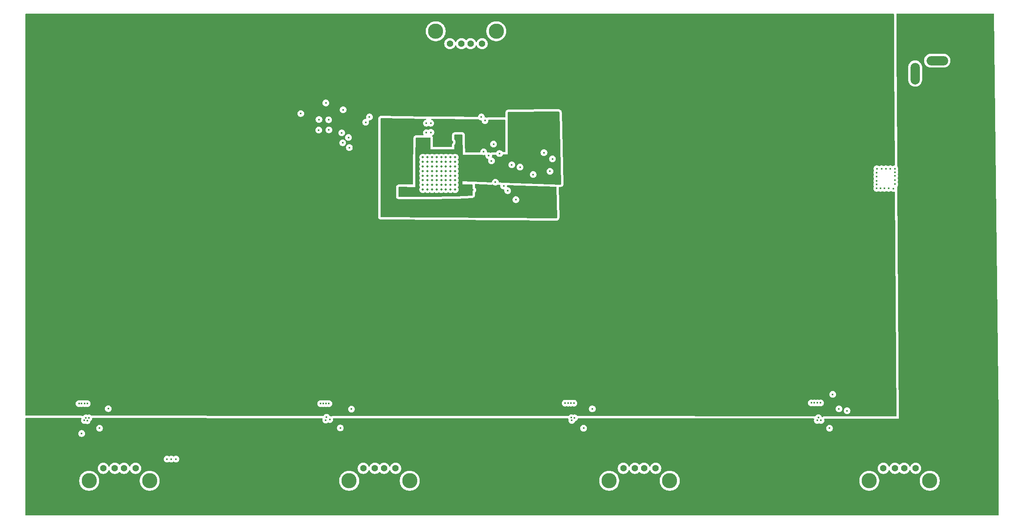
<source format=gbr>
%TF.GenerationSoftware,KiCad,Pcbnew,9.0.1*%
%TF.CreationDate,2025-04-09T09:38:03-07:00*%
%TF.ProjectId,DeskHub,4465736b-4875-4622-9e6b-696361645f70,rev?*%
%TF.SameCoordinates,Original*%
%TF.FileFunction,Copper,L3,Inr*%
%TF.FilePolarity,Positive*%
%FSLAX46Y46*%
G04 Gerber Fmt 4.6, Leading zero omitted, Abs format (unit mm)*
G04 Created by KiCad (PCBNEW 9.0.1) date 2025-04-09 09:38:03*
%MOMM*%
%LPD*%
G01*
G04 APERTURE LIST*
%TA.AperFunction,ComponentPad*%
%ADD10O,4.700000X2.000000*%
%TD*%
%TA.AperFunction,ComponentPad*%
%ADD11O,2.000000X4.700000*%
%TD*%
%TA.AperFunction,ComponentPad*%
%ADD12C,1.428000*%
%TD*%
%TA.AperFunction,ComponentPad*%
%ADD13C,3.316000*%
%TD*%
%TA.AperFunction,ComponentPad*%
%ADD14C,0.500000*%
%TD*%
%TA.AperFunction,ViaPad*%
%ADD15C,0.450000*%
%TD*%
G04 APERTURE END LIST*
D10*
%TO.N,BOARD_5V*%
%TO.C,J2*%
X251492500Y-74915000D03*
%TO.N,Earth*%
X251492500Y-69115000D03*
D11*
X246692500Y-71915000D03*
%TD*%
D12*
%TO.N,Net-(J6-VBUS)*%
%TO.C,J6*%
X239800000Y-157660000D03*
%TO.N,USB_DN4_D-*%
X242300000Y-157660000D03*
%TO.N,USB_DN4_D+*%
X244300000Y-157660000D03*
%TO.N,Earth*%
X246800000Y-157660000D03*
D13*
%TO.N,GNDPWR*%
X236730000Y-160370000D03*
X249870000Y-160370000D03*
%TD*%
D12*
%TO.N,Net-(J5-VBUS)*%
%TO.C,J5*%
X183340000Y-157660000D03*
%TO.N,USB_DN3_D-*%
X185840000Y-157660000D03*
%TO.N,USB_DN3_D+*%
X187840000Y-157660000D03*
%TO.N,Earth*%
X190340000Y-157660000D03*
D13*
%TO.N,GNDPWR*%
X180270000Y-160370000D03*
X193410000Y-160370000D03*
%TD*%
D12*
%TO.N,Net-(J7-VBUS)*%
%TO.C,J7*%
X70420000Y-157660000D03*
%TO.N,USB_DN1_D-*%
X72920000Y-157660000D03*
%TO.N,USB_DN1_D+*%
X74920000Y-157660000D03*
%TO.N,Earth*%
X77420000Y-157660000D03*
D13*
%TO.N,GNDPWR*%
X67350000Y-160370000D03*
X80490000Y-160370000D03*
%TD*%
D14*
%TO.N,Earth*%
%TO.C,U1*%
X146800000Y-97100000D03*
X146800000Y-96100000D03*
X146800000Y-95100000D03*
X146800000Y-94100000D03*
X146800000Y-93100000D03*
X146800000Y-92100000D03*
X146800000Y-91100000D03*
X146800000Y-90100000D03*
X145800000Y-97100000D03*
X145800000Y-96100000D03*
X145800000Y-95100000D03*
X145800000Y-94100000D03*
X145800000Y-93100000D03*
X145800000Y-92100000D03*
X145800000Y-91100000D03*
X145800000Y-90100000D03*
X144800000Y-97100000D03*
X144800000Y-96100000D03*
X144800000Y-95100000D03*
X144800000Y-94100000D03*
X144800000Y-93100000D03*
X144800000Y-92100000D03*
X144800000Y-91100000D03*
X144800000Y-90100000D03*
X143800000Y-97100000D03*
X143800000Y-96100000D03*
X143800000Y-95100000D03*
X143800000Y-94100000D03*
X143800000Y-93100000D03*
X143800000Y-92100000D03*
X143800000Y-91100000D03*
X143800000Y-90100000D03*
X142800000Y-97100000D03*
X142800000Y-96100000D03*
X142800000Y-95100000D03*
X142800000Y-94100000D03*
X142800000Y-93100000D03*
X142800000Y-92100000D03*
X142800000Y-91100000D03*
X142800000Y-90100000D03*
X141800000Y-97100000D03*
X141800000Y-96100000D03*
X141800000Y-95100000D03*
X141800000Y-94100000D03*
X141800000Y-93100000D03*
X141800000Y-92100000D03*
X141800000Y-91100000D03*
X141800000Y-90100000D03*
X140800000Y-97100000D03*
X140800000Y-96100000D03*
X140800000Y-95100000D03*
X140800000Y-94100000D03*
X140800000Y-93100000D03*
X140800000Y-92100000D03*
X140800000Y-91100000D03*
X140800000Y-90100000D03*
X139800000Y-97100000D03*
X139800000Y-96100000D03*
X139800000Y-95100000D03*
X139800000Y-94100000D03*
X139800000Y-93100000D03*
X139800000Y-92100000D03*
X139800000Y-91100000D03*
X139800000Y-90100000D03*
%TD*%
D12*
%TO.N,Net-(J4-VBUS)*%
%TO.C,J4*%
X126880000Y-157660000D03*
%TO.N,USB_DN2_D-*%
X129380000Y-157660000D03*
%TO.N,USB_DN2_D+*%
X131380000Y-157660000D03*
%TO.N,Earth*%
X133880000Y-157660000D03*
D13*
%TO.N,GNDPWR*%
X123810000Y-160370000D03*
X136950000Y-160370000D03*
%TD*%
D12*
%TO.N,USB_5V_UP*%
%TO.C,J1*%
X152674999Y-65433197D03*
%TO.N,USB_UP_D-*%
X150174999Y-65433197D03*
%TO.N,USB_UP_D+*%
X148174999Y-65433197D03*
%TO.N,Earth*%
X145674999Y-65433197D03*
D13*
%TO.N,GNDPWR*%
X155744999Y-62723197D03*
X142604999Y-62723197D03*
%TD*%
D15*
%TO.N,Earth*%
X238392500Y-92600000D03*
X238342500Y-96000000D03*
X119400000Y-84150000D03*
X242292500Y-95950000D03*
X242292500Y-92600000D03*
X153300000Y-82150000D03*
X242292500Y-94150000D03*
X140572500Y-82700000D03*
X122500000Y-79800000D03*
X153000000Y-88900000D03*
X242292500Y-95050000D03*
X86200000Y-155650000D03*
X240342500Y-92600000D03*
X119350000Y-81950000D03*
X117200000Y-84200000D03*
X240942500Y-96850000D03*
X225450000Y-147250000D03*
X226250000Y-147250000D03*
X127400000Y-82500000D03*
X118750000Y-78300000D03*
X225700000Y-146650000D03*
X242292500Y-93350000D03*
X66650000Y-146700000D03*
X66300000Y-147250000D03*
X239392500Y-92600000D03*
X141512500Y-82700000D03*
X85200000Y-155650000D03*
X113300000Y-80600000D03*
X238342500Y-94300000D03*
X84250000Y-155650000D03*
X67300000Y-146700000D03*
X239192500Y-96850000D03*
X66950000Y-147300000D03*
X119600000Y-147050000D03*
X241292500Y-92600000D03*
X167950000Y-90450000D03*
X172150000Y-147250000D03*
X65725001Y-150100000D03*
X152500000Y-81350000D03*
X128200000Y-81350000D03*
X118700000Y-147200000D03*
X238342500Y-95200000D03*
X117250000Y-81900000D03*
X228800000Y-141600000D03*
X238342500Y-93450000D03*
X240042500Y-96850000D03*
X172050000Y-146650000D03*
X241992500Y-96900000D03*
X166100000Y-89100000D03*
X172750000Y-146700000D03*
X231900000Y-145150000D03*
X118900000Y-146550000D03*
X238342500Y-96850000D03*
%TO.N,VDD3.3*%
X165750000Y-84500000D03*
X166950000Y-84500000D03*
X165750000Y-83150000D03*
X166350000Y-83150000D03*
X135300000Y-97300000D03*
X150650000Y-97200000D03*
X139650000Y-86550000D03*
X147450000Y-85880000D03*
X166350000Y-84500000D03*
X167550000Y-83800000D03*
X167550000Y-84500000D03*
X167550000Y-83150000D03*
X166950000Y-83800000D03*
X166950000Y-83150000D03*
X166350000Y-83800000D03*
X165750000Y-83800000D03*
%TO.N,VDD1.1*%
X136300000Y-95700000D03*
X133150000Y-84050000D03*
X134250000Y-84050000D03*
X133700000Y-83500000D03*
X134250000Y-82950000D03*
X133700000Y-84050000D03*
X147000000Y-100800000D03*
X134800000Y-82950000D03*
X133700000Y-82950000D03*
X146200000Y-86800000D03*
X141700000Y-100400000D03*
X133150000Y-83500000D03*
X134800000Y-84050000D03*
X133150000Y-82950000D03*
X144900000Y-100400000D03*
X134800000Y-83500000D03*
X134250000Y-83500000D03*
X143200000Y-86800000D03*
X136300000Y-92000000D03*
%TO.N,XO*%
X141550000Y-84700000D03*
%TO.N,XI*%
X140550000Y-84750000D03*
%TO.N,BOARD_5V*%
X254592500Y-81400000D03*
X172850000Y-150800000D03*
X253542500Y-81400000D03*
X225800000Y-151650000D03*
X252542500Y-81400000D03*
X226300000Y-151650000D03*
X251542500Y-81400000D03*
X172300000Y-151900000D03*
X253542500Y-82400000D03*
X253542500Y-80400000D03*
X254592500Y-82400000D03*
X172850000Y-151900000D03*
X251542500Y-82400000D03*
X254592500Y-79400000D03*
X252542500Y-79400000D03*
X119400000Y-151400000D03*
X226300000Y-151150000D03*
X67200000Y-150900000D03*
X118900000Y-150400000D03*
X119400000Y-150400000D03*
X251542500Y-79400000D03*
X118900000Y-150900000D03*
X226800000Y-151650000D03*
X251542500Y-80400000D03*
X226800000Y-151150000D03*
X66400000Y-150900000D03*
X252542500Y-82400000D03*
X119400000Y-150900000D03*
X172300000Y-150800000D03*
X253542500Y-79400000D03*
X118900000Y-151400000D03*
X172300000Y-151350000D03*
X225800000Y-151150000D03*
X172850000Y-151350000D03*
X254592500Y-80400000D03*
X252542500Y-80400000D03*
%TO.N,BOARD_3.3V*%
X118700000Y-79350000D03*
X237892500Y-85350000D03*
X120950000Y-79800000D03*
X176300000Y-94400000D03*
X175550000Y-94400000D03*
X234792500Y-85350000D03*
X236842500Y-86500000D03*
X173887500Y-82900000D03*
X235792500Y-85350000D03*
X235792500Y-86500000D03*
X236842500Y-85350000D03*
X124300000Y-145800000D03*
X235792500Y-87550000D03*
X230200000Y-145750000D03*
X177050000Y-93650000D03*
X172087500Y-83600000D03*
X234692500Y-88650000D03*
X176300000Y-92950000D03*
X173925000Y-84300000D03*
X234742500Y-86500000D03*
X177050000Y-92950000D03*
X173312500Y-84300000D03*
X176300000Y-93650000D03*
X114650000Y-80600000D03*
X237892500Y-86500000D03*
X172700000Y-84300000D03*
X235792500Y-89700000D03*
X172662500Y-82900000D03*
X177050000Y-94400000D03*
X175550000Y-92950000D03*
X173312500Y-83600000D03*
X172700000Y-83600000D03*
X176600000Y-145800000D03*
X172050000Y-82900000D03*
X71500000Y-145800000D03*
X234742500Y-87550000D03*
X175550000Y-93650000D03*
X172087500Y-84300000D03*
X235792500Y-88600000D03*
X234642500Y-89750000D03*
X173275000Y-82900000D03*
X173925000Y-83600000D03*
%TO.N,BOARD_1.1V*%
X122400000Y-86950000D03*
X122183333Y-84800000D03*
X123850000Y-88000000D03*
X123650000Y-85800000D03*
%TO.N,/Port 1 Power Switch/VOUT*%
X66350000Y-143600000D03*
X65150000Y-143600000D03*
X66950000Y-143600000D03*
X65700000Y-143600000D03*
%TO.N,/Port 2 Power Switch/VOUT*%
X117600000Y-143600000D03*
X119400000Y-143600000D03*
X118200000Y-143600000D03*
X118800000Y-143600000D03*
%TO.N,/Port 3 Power Switch/VOUT*%
X172600000Y-143500000D03*
X170700000Y-143500000D03*
X171333333Y-143500000D03*
X171966667Y-143500000D03*
%TO.N,/Port 4 Power Switch/VOUT*%
X226150000Y-143450000D03*
X224150000Y-143450000D03*
X224816667Y-143450000D03*
X225483333Y-143450000D03*
%TO.N,Net-(U1-USB_VBUS)*%
X154100000Y-89750000D03*
X155150000Y-87250000D03*
%TO.N,/Port 1 Power Switch/OVERCURRENT*%
X154700000Y-90875000D03*
X71500000Y-144700000D03*
%TO.N,/Port 2 Power Switch/OVERCURRENT*%
X124300000Y-144800000D03*
X156450000Y-89300000D03*
%TO.N,/Port 3 Power Switch/OVERCURRENT*%
X176600000Y-144750000D03*
X159100000Y-91746000D03*
%TO.N,/Port 4 Power Switch/OVERCURRENT*%
X230150000Y-144750000D03*
X160900000Y-92246000D03*
%TO.N,/Port 4 Power Switch/PWRON_EN*%
X160007143Y-99300000D03*
X228100000Y-148950000D03*
%TO.N,/Port 3 Power Switch/PWRON_EN*%
X174700000Y-148950000D03*
X158221429Y-97350000D03*
%TO.N,/Port 2 Power Switch/PWRON_EN*%
X121900000Y-148900000D03*
X157350000Y-96350000D03*
%TO.N,/Port 1 Power Switch/PWRON_EN*%
X155550000Y-95500000D03*
X69600000Y-148950000D03*
%TO.N,Net-(U1-PWRCTL_POL)*%
X167400000Y-93150000D03*
X163750000Y-93850000D03*
%TD*%
%TA.AperFunction,Conductor*%
%TO.N,VDD1.1*%
G36*
X140445068Y-81735535D02*
G01*
X140511844Y-81756085D01*
X140556912Y-81809477D01*
X140565959Y-81878758D01*
X140536114Y-81941933D01*
X140476852Y-81978943D01*
X140467653Y-81981141D01*
X140360884Y-82002379D01*
X140360879Y-82002381D01*
X140228849Y-82057069D01*
X140228840Y-82057074D01*
X140110021Y-82136467D01*
X140110017Y-82136470D01*
X140008970Y-82237517D01*
X140008967Y-82237521D01*
X139929574Y-82356340D01*
X139929569Y-82356349D01*
X139874881Y-82488379D01*
X139874879Y-82488385D01*
X139847000Y-82628542D01*
X139847000Y-82628545D01*
X139847000Y-82771455D01*
X139847000Y-82771457D01*
X139846999Y-82771457D01*
X139874879Y-82911614D01*
X139874881Y-82911620D01*
X139929569Y-83043650D01*
X139929574Y-83043659D01*
X140008967Y-83162478D01*
X140008970Y-83162482D01*
X140110017Y-83263529D01*
X140110021Y-83263532D01*
X140228840Y-83342925D01*
X140228846Y-83342928D01*
X140228847Y-83342929D01*
X140360880Y-83397619D01*
X140360884Y-83397619D01*
X140360885Y-83397620D01*
X140501042Y-83425500D01*
X140501045Y-83425500D01*
X140643957Y-83425500D01*
X140738251Y-83406742D01*
X140784120Y-83397619D01*
X140916153Y-83342929D01*
X140973610Y-83304537D01*
X141040286Y-83283660D01*
X141107666Y-83302144D01*
X141111361Y-83304518D01*
X141168847Y-83342929D01*
X141300880Y-83397619D01*
X141300884Y-83397619D01*
X141300885Y-83397620D01*
X141441042Y-83425500D01*
X141441045Y-83425500D01*
X141583957Y-83425500D01*
X141678251Y-83406742D01*
X141724120Y-83397619D01*
X141856153Y-83342929D01*
X141974979Y-83263532D01*
X142076032Y-83162479D01*
X142155429Y-83043653D01*
X142210119Y-82911620D01*
X142222850Y-82847618D01*
X142238000Y-82771457D01*
X142238000Y-82628542D01*
X142210120Y-82488385D01*
X142210119Y-82488384D01*
X142210119Y-82488380D01*
X142155429Y-82356347D01*
X142155428Y-82356346D01*
X142155425Y-82356340D01*
X142076032Y-82237521D01*
X142076029Y-82237517D01*
X141974982Y-82136470D01*
X141974978Y-82136467D01*
X141856159Y-82057074D01*
X141856150Y-82057069D01*
X141724120Y-82002381D01*
X141724113Y-82002379D01*
X141700741Y-81997730D01*
X141638830Y-81965344D01*
X141604256Y-81904628D01*
X141607997Y-81834859D01*
X141648864Y-81778187D01*
X141713882Y-81752606D01*
X141726523Y-81752123D01*
X151959479Y-81884588D01*
X152026256Y-81905139D01*
X152036536Y-81912724D01*
X152037520Y-81913532D01*
X152156340Y-81992925D01*
X152156349Y-81992930D01*
X152179161Y-82002379D01*
X152288380Y-82047619D01*
X152288384Y-82047619D01*
X152288385Y-82047620D01*
X152428542Y-82075500D01*
X152450500Y-82075500D01*
X152517539Y-82095185D01*
X152563294Y-82147989D01*
X152574500Y-82199500D01*
X152574500Y-82221455D01*
X152574500Y-82221457D01*
X152574499Y-82221457D01*
X152602379Y-82361614D01*
X152602381Y-82361620D01*
X152657069Y-82493650D01*
X152657074Y-82493659D01*
X152736467Y-82612478D01*
X152736470Y-82612482D01*
X152837517Y-82713529D01*
X152837521Y-82713532D01*
X152956340Y-82792925D01*
X152956346Y-82792928D01*
X152956347Y-82792929D01*
X153088380Y-82847619D01*
X153088384Y-82847619D01*
X153088385Y-82847620D01*
X153228542Y-82875500D01*
X153228545Y-82875500D01*
X153371457Y-82875500D01*
X153465751Y-82856742D01*
X153511620Y-82847619D01*
X153643653Y-82792929D01*
X153762479Y-82713532D01*
X153863532Y-82612479D01*
X153942929Y-82493653D01*
X153997619Y-82361620D01*
X154006742Y-82315751D01*
X154025500Y-82221457D01*
X154025500Y-82078543D01*
X154022023Y-82061065D01*
X154028250Y-81991473D01*
X154071112Y-81936295D01*
X154137001Y-81913050D01*
X154145197Y-81912882D01*
X157612196Y-81957763D01*
X157678972Y-81978313D01*
X157724040Y-82031705D01*
X157734586Y-82082422D01*
X157697859Y-88877020D01*
X157677813Y-88943952D01*
X157624762Y-88989421D01*
X157575025Y-89000345D01*
X157225550Y-89003627D01*
X157218732Y-89003737D01*
X157215691Y-89003806D01*
X157209042Y-89004000D01*
X157204649Y-89004458D01*
X157135931Y-88991825D01*
X157088699Y-88950016D01*
X157013532Y-88837521D01*
X157013529Y-88837517D01*
X156912482Y-88736470D01*
X156912478Y-88736467D01*
X156793659Y-88657074D01*
X156793650Y-88657069D01*
X156661620Y-88602381D01*
X156661614Y-88602379D01*
X156521457Y-88574500D01*
X156521455Y-88574500D01*
X156378545Y-88574500D01*
X156378543Y-88574500D01*
X156238385Y-88602379D01*
X156238379Y-88602381D01*
X156106349Y-88657069D01*
X156106340Y-88657074D01*
X155987521Y-88736467D01*
X155987517Y-88736470D01*
X155886470Y-88837517D01*
X155886464Y-88837525D01*
X155803687Y-88961411D01*
X155802512Y-88960626D01*
X155758523Y-89005398D01*
X155690384Y-89020851D01*
X155681651Y-89019993D01*
X155668633Y-89018246D01*
X155668632Y-89018246D01*
X155651714Y-89018404D01*
X154941155Y-89025076D01*
X154929980Y-89025305D01*
X154924444Y-89025481D01*
X154913430Y-89025951D01*
X154772325Y-89054027D01*
X154772315Y-89054029D01*
X154706431Y-89077275D01*
X154706413Y-89077283D01*
X154599229Y-89133356D01*
X154530702Y-89146990D01*
X154472861Y-89126586D01*
X154443654Y-89107071D01*
X154311620Y-89052381D01*
X154311614Y-89052379D01*
X154171457Y-89024500D01*
X154171455Y-89024500D01*
X154028545Y-89024500D01*
X154028543Y-89024500D01*
X153888380Y-89052380D01*
X153885491Y-89053257D01*
X153883903Y-89053271D01*
X153882406Y-89053569D01*
X153882349Y-89053284D01*
X153815624Y-89053878D01*
X153756512Y-89016627D01*
X153726924Y-88953332D01*
X153725500Y-88934595D01*
X153725500Y-88828542D01*
X153697620Y-88688385D01*
X153697619Y-88688384D01*
X153697619Y-88688380D01*
X153642929Y-88556347D01*
X153642928Y-88556346D01*
X153642925Y-88556340D01*
X153563532Y-88437521D01*
X153563529Y-88437517D01*
X153462482Y-88336470D01*
X153462478Y-88336467D01*
X153343659Y-88257074D01*
X153343650Y-88257069D01*
X153211620Y-88202381D01*
X153211614Y-88202379D01*
X153071457Y-88174500D01*
X153071455Y-88174500D01*
X152928545Y-88174500D01*
X152928543Y-88174500D01*
X152788385Y-88202379D01*
X152788379Y-88202381D01*
X152656349Y-88257069D01*
X152656340Y-88257074D01*
X152537521Y-88336467D01*
X152537517Y-88336470D01*
X152436470Y-88437517D01*
X152436467Y-88437521D01*
X152357074Y-88556340D01*
X152357069Y-88556349D01*
X152302381Y-88688379D01*
X152302379Y-88688385D01*
X152274500Y-88828542D01*
X152274500Y-88927274D01*
X152254815Y-88994313D01*
X152202011Y-89040068D01*
X152151664Y-89051269D01*
X149102583Y-89079898D01*
X149035362Y-89060843D01*
X148989113Y-89008471D01*
X148977441Y-88958246D01*
X148946559Y-87321457D01*
X154424499Y-87321457D01*
X154452379Y-87461614D01*
X154452381Y-87461620D01*
X154507069Y-87593650D01*
X154507074Y-87593659D01*
X154586467Y-87712478D01*
X154586470Y-87712482D01*
X154687517Y-87813529D01*
X154687521Y-87813532D01*
X154806340Y-87892925D01*
X154806346Y-87892928D01*
X154806347Y-87892929D01*
X154938380Y-87947619D01*
X154938384Y-87947619D01*
X154938385Y-87947620D01*
X155078542Y-87975500D01*
X155078545Y-87975500D01*
X155221457Y-87975500D01*
X155315751Y-87956742D01*
X155361620Y-87947619D01*
X155493653Y-87892929D01*
X155612479Y-87813532D01*
X155713532Y-87712479D01*
X155792929Y-87593653D01*
X155847619Y-87461620D01*
X155875500Y-87321455D01*
X155875500Y-87178545D01*
X155875500Y-87178542D01*
X155847620Y-87038385D01*
X155847619Y-87038384D01*
X155847619Y-87038380D01*
X155792929Y-86906347D01*
X155792928Y-86906346D01*
X155792925Y-86906340D01*
X155713532Y-86787521D01*
X155713529Y-86787517D01*
X155612482Y-86686470D01*
X155612478Y-86686467D01*
X155493659Y-86607074D01*
X155493650Y-86607069D01*
X155361620Y-86552381D01*
X155361614Y-86552379D01*
X155221457Y-86524500D01*
X155221455Y-86524500D01*
X155078545Y-86524500D01*
X155078543Y-86524500D01*
X154938385Y-86552379D01*
X154938379Y-86552381D01*
X154806349Y-86607069D01*
X154806340Y-86607074D01*
X154687521Y-86686467D01*
X154687517Y-86686470D01*
X154586470Y-86787517D01*
X154586467Y-86787521D01*
X154507074Y-86906340D01*
X154507069Y-86906349D01*
X154452381Y-87038379D01*
X154452379Y-87038385D01*
X154424500Y-87178542D01*
X154424500Y-87178545D01*
X154424500Y-87321455D01*
X154424500Y-87321457D01*
X154424499Y-87321457D01*
X148946559Y-87321457D01*
X148907705Y-85262125D01*
X148895206Y-85159550D01*
X148884022Y-85110378D01*
X148850930Y-85012496D01*
X148800270Y-84933668D01*
X148773146Y-84891462D01*
X148773137Y-84891451D01*
X148727393Y-84838659D01*
X148727389Y-84838656D01*
X148727387Y-84838653D01*
X148618653Y-84744433D01*
X148618650Y-84744431D01*
X148618648Y-84744430D01*
X148487782Y-84684664D01*
X148487777Y-84684662D01*
X148487776Y-84684662D01*
X148420737Y-84664977D01*
X148420739Y-84664977D01*
X148420734Y-84664976D01*
X148358664Y-84656052D01*
X148278317Y-84644500D01*
X146774000Y-84644500D01*
X146773991Y-84644500D01*
X146773990Y-84644501D01*
X146666549Y-84656052D01*
X146666537Y-84656054D01*
X146615027Y-84667260D01*
X146512502Y-84701383D01*
X146512496Y-84701386D01*
X146391462Y-84779171D01*
X146391451Y-84779179D01*
X146338659Y-84824923D01*
X146244433Y-84933664D01*
X146244430Y-84933668D01*
X146184664Y-85064534D01*
X146164976Y-85131582D01*
X146153345Y-85212479D01*
X146146006Y-85263529D01*
X146144500Y-85274001D01*
X146144500Y-86172628D01*
X146147397Y-86226676D01*
X146147397Y-86226677D01*
X146150229Y-86253010D01*
X146150232Y-86253037D01*
X146158885Y-86306433D01*
X146158885Y-86306435D01*
X146209166Y-86441240D01*
X146209168Y-86441245D01*
X146242653Y-86502568D01*
X146328877Y-86617749D01*
X146328880Y-86617752D01*
X146328885Y-86617758D01*
X146362245Y-86651117D01*
X146377662Y-86669902D01*
X146388176Y-86685638D01*
X146399631Y-86707068D01*
X146406872Y-86724549D01*
X146413927Y-86747805D01*
X146417616Y-86766346D01*
X146420000Y-86790543D01*
X146420000Y-86809449D01*
X146417616Y-86833648D01*
X146413925Y-86852198D01*
X146406870Y-86875451D01*
X146399633Y-86892923D01*
X146388176Y-86914360D01*
X146377670Y-86930084D01*
X146362249Y-86948875D01*
X146328881Y-86982243D01*
X146292687Y-87022539D01*
X146276067Y-87043167D01*
X146276053Y-87043184D01*
X146244433Y-87087036D01*
X146244430Y-87087040D01*
X146184664Y-87217907D01*
X146164976Y-87284955D01*
X146144500Y-87427374D01*
X146144500Y-87720500D01*
X146124815Y-87787539D01*
X146072011Y-87833294D01*
X146020500Y-87844500D01*
X142129500Y-87844500D01*
X142062461Y-87824815D01*
X142016706Y-87772011D01*
X142005500Y-87720500D01*
X142005500Y-85974010D01*
X142005500Y-85974000D01*
X141993947Y-85866544D01*
X141982741Y-85815033D01*
X141963520Y-85757283D01*
X141948616Y-85712502D01*
X141948613Y-85712496D01*
X141870828Y-85591462D01*
X141870825Y-85591457D01*
X141870820Y-85591451D01*
X141830991Y-85545485D01*
X141801966Y-85481930D01*
X141811910Y-85412771D01*
X141857665Y-85359967D01*
X141877247Y-85349724D01*
X141893653Y-85342929D01*
X142012479Y-85263532D01*
X142113532Y-85162479D01*
X142192929Y-85043653D01*
X142247619Y-84911620D01*
X142264863Y-84824930D01*
X142275500Y-84771457D01*
X142275500Y-84628542D01*
X142247620Y-84488385D01*
X142247619Y-84488384D01*
X142247619Y-84488380D01*
X142192929Y-84356347D01*
X142192928Y-84356346D01*
X142192925Y-84356340D01*
X142113532Y-84237521D01*
X142113529Y-84237517D01*
X142012482Y-84136470D01*
X142012478Y-84136467D01*
X141893659Y-84057074D01*
X141893650Y-84057069D01*
X141761620Y-84002381D01*
X141761614Y-84002379D01*
X141621457Y-83974500D01*
X141621455Y-83974500D01*
X141478545Y-83974500D01*
X141478543Y-83974500D01*
X141338385Y-84002379D01*
X141338379Y-84002381D01*
X141206349Y-84057069D01*
X141206340Y-84057074D01*
X141082456Y-84139852D01*
X141081035Y-84137725D01*
X141026940Y-84160649D01*
X140958082Y-84148802D01*
X140943795Y-84140574D01*
X140893657Y-84107073D01*
X140893650Y-84107069D01*
X140761620Y-84052381D01*
X140761614Y-84052379D01*
X140621457Y-84024500D01*
X140621455Y-84024500D01*
X140478545Y-84024500D01*
X140478543Y-84024500D01*
X140338385Y-84052379D01*
X140338379Y-84052381D01*
X140206349Y-84107069D01*
X140206340Y-84107074D01*
X140087521Y-84186467D01*
X140087517Y-84186470D01*
X139986470Y-84287517D01*
X139986467Y-84287521D01*
X139907074Y-84406340D01*
X139907069Y-84406349D01*
X139852381Y-84538379D01*
X139852379Y-84538385D01*
X139824500Y-84678542D01*
X139824500Y-84678545D01*
X139824500Y-84821455D01*
X139824500Y-84821457D01*
X139824499Y-84821457D01*
X139852379Y-84961614D01*
X139852381Y-84961620D01*
X139907069Y-85093650D01*
X139907077Y-85093664D01*
X139945795Y-85151610D01*
X139966673Y-85218287D01*
X139948188Y-85285667D01*
X139896209Y-85332357D01*
X139842693Y-85344500D01*
X138372473Y-85344500D01*
X138268078Y-85355398D01*
X138217967Y-85365975D01*
X138118064Y-85398201D01*
X137996072Y-85474489D01*
X137942714Y-85519584D01*
X137942707Y-85519590D01*
X137942699Y-85519598D01*
X137942694Y-85519604D01*
X137847156Y-85627148D01*
X137847152Y-85627154D01*
X137785771Y-85757283D01*
X137765688Y-85822677D01*
X137765321Y-85823821D01*
X137765259Y-85824075D01*
X137743027Y-85966228D01*
X137743027Y-85966229D01*
X137703406Y-89175580D01*
X137694546Y-89893227D01*
X137694516Y-89896514D01*
X137694508Y-89897991D01*
X137694500Y-89900614D01*
X137694500Y-95911934D01*
X137674815Y-95978973D01*
X137622011Y-96024728D01*
X137568825Y-96035923D01*
X134842292Y-95999078D01*
X134632504Y-95996244D01*
X134632503Y-95996244D01*
X134632500Y-95996244D01*
X134632496Y-95996244D01*
X134521554Y-96007036D01*
X134521554Y-96007037D01*
X134468373Y-96018231D01*
X134362495Y-96053074D01*
X134362490Y-96053077D01*
X134241462Y-96130857D01*
X134241451Y-96130866D01*
X134188659Y-96176610D01*
X134094433Y-96285351D01*
X134094430Y-96285355D01*
X134034664Y-96416221D01*
X134014976Y-96483269D01*
X134007133Y-96537819D01*
X133994500Y-96625687D01*
X133994500Y-98576000D01*
X133994501Y-98576009D01*
X134006052Y-98683450D01*
X134006054Y-98683462D01*
X134017260Y-98734972D01*
X134051383Y-98837497D01*
X134051386Y-98837503D01*
X134129171Y-98958537D01*
X134129179Y-98958548D01*
X134174923Y-99011340D01*
X134174926Y-99011343D01*
X134174930Y-99011347D01*
X134283664Y-99105567D01*
X134414541Y-99165338D01*
X134481580Y-99185023D01*
X134481584Y-99185024D01*
X134624000Y-99205500D01*
X134624003Y-99205500D01*
X140699011Y-99205500D01*
X140699216Y-99205499D01*
X140702881Y-99205485D01*
X140704834Y-99205470D01*
X140708912Y-99205422D01*
X147056349Y-99105462D01*
X147063169Y-99105309D01*
X147066451Y-99105213D01*
X147066461Y-99105212D01*
X147066483Y-99105212D01*
X147073014Y-99104978D01*
X147224814Y-99098564D01*
X150502557Y-98960068D01*
X150502560Y-98960067D01*
X150502575Y-98960067D01*
X150599092Y-98946587D01*
X150645368Y-98935492D01*
X150737504Y-98903742D01*
X150858543Y-98825954D01*
X150911347Y-98780199D01*
X151005567Y-98671465D01*
X151065338Y-98540588D01*
X151085023Y-98473549D01*
X151085024Y-98473545D01*
X151105500Y-98331129D01*
X151105500Y-97821873D01*
X151125185Y-97754834D01*
X151141814Y-97734196D01*
X151213532Y-97662479D01*
X151292929Y-97543653D01*
X151347619Y-97411620D01*
X151374090Y-97278545D01*
X151375500Y-97271457D01*
X151375500Y-97128542D01*
X151347620Y-96988385D01*
X151347619Y-96988384D01*
X151347619Y-96988380D01*
X151292929Y-96856347D01*
X151292928Y-96856346D01*
X151292925Y-96856340D01*
X151213532Y-96737521D01*
X151213529Y-96737517D01*
X151141819Y-96665807D01*
X151108334Y-96604484D01*
X151105500Y-96578126D01*
X151105500Y-96124010D01*
X151105500Y-96124000D01*
X151099180Y-96065216D01*
X151111585Y-95996458D01*
X151159195Y-95945320D01*
X151226644Y-95928032D01*
X154679997Y-96044437D01*
X154771665Y-96039183D01*
X154816029Y-96032560D01*
X154905215Y-96010818D01*
X154910605Y-96008060D01*
X154979251Y-95995052D01*
X155044035Y-96021221D01*
X155054762Y-96030773D01*
X155087517Y-96063529D01*
X155087521Y-96063532D01*
X155206340Y-96142925D01*
X155206346Y-96142928D01*
X155206347Y-96142929D01*
X155338380Y-96197619D01*
X155338384Y-96197619D01*
X155338385Y-96197620D01*
X155478542Y-96225500D01*
X155478545Y-96225500D01*
X155621457Y-96225500D01*
X155715751Y-96206742D01*
X155761620Y-96197619D01*
X155893653Y-96142929D01*
X156012479Y-96063532D01*
X156012483Y-96063527D01*
X156016865Y-96059932D01*
X156081172Y-96032612D01*
X156150040Y-96044397D01*
X156150767Y-96044755D01*
X156170310Y-96054489D01*
X156170314Y-96054490D01*
X156170317Y-96054492D01*
X156197663Y-96063532D01*
X156236649Y-96076421D01*
X156378293Y-96101683D01*
X156511881Y-96106185D01*
X156578219Y-96128117D01*
X156622169Y-96182433D01*
X156629777Y-96251887D01*
X156629321Y-96254303D01*
X156624500Y-96278542D01*
X156624500Y-96278545D01*
X156624500Y-96421455D01*
X156624500Y-96421457D01*
X156624499Y-96421457D01*
X156652379Y-96561614D01*
X156652381Y-96561620D01*
X156707069Y-96693650D01*
X156707074Y-96693659D01*
X156786467Y-96812478D01*
X156786470Y-96812482D01*
X156887517Y-96913529D01*
X156887521Y-96913532D01*
X157006340Y-96992925D01*
X157006346Y-96992928D01*
X157006347Y-96992929D01*
X157138380Y-97047619D01*
X157138384Y-97047619D01*
X157138385Y-97047620D01*
X157278542Y-97075500D01*
X157385223Y-97075500D01*
X157452262Y-97095185D01*
X157498017Y-97147989D01*
X157507961Y-97217147D01*
X157506840Y-97223692D01*
X157495929Y-97278542D01*
X157495929Y-97278545D01*
X157495929Y-97421455D01*
X157495929Y-97421457D01*
X157495928Y-97421457D01*
X157523808Y-97561614D01*
X157523810Y-97561620D01*
X157578498Y-97693650D01*
X157578503Y-97693659D01*
X157657896Y-97812478D01*
X157657899Y-97812482D01*
X157758946Y-97913529D01*
X157758950Y-97913532D01*
X157877769Y-97992925D01*
X157877775Y-97992928D01*
X157877776Y-97992929D01*
X158009809Y-98047619D01*
X158009813Y-98047619D01*
X158009814Y-98047620D01*
X158149971Y-98075500D01*
X158149974Y-98075500D01*
X158292886Y-98075500D01*
X158387180Y-98056742D01*
X158433049Y-98047619D01*
X158565082Y-97992929D01*
X158683908Y-97913532D01*
X158784961Y-97812479D01*
X158864358Y-97693653D01*
X158919048Y-97561620D01*
X158946929Y-97421455D01*
X158946929Y-97278545D01*
X158946929Y-97278542D01*
X158919049Y-97138385D01*
X158919048Y-97138384D01*
X158919048Y-97138380D01*
X158864358Y-97006347D01*
X158864357Y-97006346D01*
X158864354Y-97006340D01*
X158784961Y-96887521D01*
X158784958Y-96887517D01*
X158683911Y-96786470D01*
X158683907Y-96786467D01*
X158565088Y-96707074D01*
X158565079Y-96707069D01*
X158433049Y-96652381D01*
X158433043Y-96652379D01*
X158292886Y-96624500D01*
X158292884Y-96624500D01*
X158186206Y-96624500D01*
X158173823Y-96620864D01*
X158160960Y-96621903D01*
X158140939Y-96611208D01*
X158119167Y-96604815D01*
X158110717Y-96595063D01*
X158099333Y-96588982D01*
X158088273Y-96569161D01*
X158073412Y-96552011D01*
X158070784Y-96537819D01*
X158065287Y-96527968D01*
X158064997Y-96506570D01*
X158062446Y-96492789D01*
X158062963Y-96484477D01*
X158075500Y-96421455D01*
X158075500Y-96283282D01*
X158075740Y-96279431D01*
X158086386Y-96250068D01*
X158095185Y-96220103D01*
X158098197Y-96217493D01*
X158099556Y-96213745D01*
X158124388Y-96194797D01*
X158147989Y-96174348D01*
X158152327Y-96173480D01*
X158155103Y-96171363D01*
X158168208Y-96170304D01*
X158203675Y-96163212D01*
X168719672Y-96517685D01*
X168786008Y-96539616D01*
X168829958Y-96593932D01*
X168839475Y-96639572D01*
X168947912Y-103223281D01*
X168929334Y-103290635D01*
X168877291Y-103337254D01*
X168823265Y-103349321D01*
X130723336Y-103145361D01*
X130656403Y-103125318D01*
X130610931Y-103072270D01*
X130600000Y-103021363D01*
X130600000Y-99371457D01*
X159281642Y-99371457D01*
X159309522Y-99511614D01*
X159309524Y-99511620D01*
X159364212Y-99643650D01*
X159364217Y-99643659D01*
X159443610Y-99762478D01*
X159443613Y-99762482D01*
X159544660Y-99863529D01*
X159544664Y-99863532D01*
X159663483Y-99942925D01*
X159663489Y-99942928D01*
X159663490Y-99942929D01*
X159795523Y-99997619D01*
X159795527Y-99997619D01*
X159795528Y-99997620D01*
X159935685Y-100025500D01*
X159935688Y-100025500D01*
X160078600Y-100025500D01*
X160172894Y-100006742D01*
X160218763Y-99997619D01*
X160350796Y-99942929D01*
X160469622Y-99863532D01*
X160570675Y-99762479D01*
X160650072Y-99643653D01*
X160704762Y-99511620D01*
X160732643Y-99371455D01*
X160732643Y-99228545D01*
X160732643Y-99228542D01*
X160704763Y-99088385D01*
X160704762Y-99088384D01*
X160704762Y-99088380D01*
X160650072Y-98956347D01*
X160650071Y-98956346D01*
X160650068Y-98956340D01*
X160570675Y-98837521D01*
X160570672Y-98837517D01*
X160469625Y-98736470D01*
X160469621Y-98736467D01*
X160350802Y-98657074D01*
X160350793Y-98657069D01*
X160218763Y-98602381D01*
X160218757Y-98602379D01*
X160078600Y-98574500D01*
X160078598Y-98574500D01*
X159935688Y-98574500D01*
X159935686Y-98574500D01*
X159795528Y-98602379D01*
X159795522Y-98602381D01*
X159663492Y-98657069D01*
X159663483Y-98657074D01*
X159544664Y-98736467D01*
X159544660Y-98736470D01*
X159443613Y-98837517D01*
X159443610Y-98837521D01*
X159364217Y-98956340D01*
X159364212Y-98956349D01*
X159309524Y-99088379D01*
X159309522Y-99088385D01*
X159281643Y-99228542D01*
X159281643Y-99228545D01*
X159281643Y-99371455D01*
X159281643Y-99371457D01*
X159281642Y-99371457D01*
X130600000Y-99371457D01*
X130600000Y-81733706D01*
X130619685Y-81666667D01*
X130672489Y-81620912D01*
X130725600Y-81609716D01*
X140445068Y-81735535D01*
G37*
%TD.AperFunction*%
%TD*%
%TA.AperFunction,Conductor*%
%TO.N,BOARD_5V*%
G36*
X263776277Y-58950185D02*
G01*
X263822032Y-59002989D01*
X263833230Y-59053056D01*
X264849992Y-146349313D01*
X264850000Y-146350757D01*
X264850000Y-167755500D01*
X264830315Y-167822539D01*
X264777511Y-167868294D01*
X264726000Y-167879500D01*
X53639500Y-167879500D01*
X53572461Y-167859815D01*
X53526706Y-167807011D01*
X53515500Y-167755500D01*
X53515500Y-160228516D01*
X65191500Y-160228516D01*
X65191500Y-160511483D01*
X65228433Y-160792005D01*
X65301665Y-161065314D01*
X65409944Y-161326721D01*
X65409948Y-161326731D01*
X65551421Y-161571770D01*
X65723670Y-161796249D01*
X65723676Y-161796256D01*
X65923743Y-161996323D01*
X65923750Y-161996329D01*
X66148229Y-162168578D01*
X66393268Y-162310051D01*
X66393269Y-162310051D01*
X66393272Y-162310053D01*
X66654684Y-162418334D01*
X66927994Y-162491567D01*
X67208524Y-162528500D01*
X67208531Y-162528500D01*
X67491469Y-162528500D01*
X67491476Y-162528500D01*
X67772006Y-162491567D01*
X68045316Y-162418334D01*
X68306728Y-162310053D01*
X68551771Y-162168578D01*
X68776251Y-161996328D01*
X68976328Y-161796251D01*
X69148578Y-161571771D01*
X69290053Y-161326728D01*
X69398334Y-161065316D01*
X69471567Y-160792006D01*
X69508500Y-160511476D01*
X69508500Y-160228524D01*
X69508499Y-160228516D01*
X78331500Y-160228516D01*
X78331500Y-160511483D01*
X78368433Y-160792005D01*
X78441665Y-161065314D01*
X78549944Y-161326721D01*
X78549948Y-161326731D01*
X78691421Y-161571770D01*
X78863670Y-161796249D01*
X78863676Y-161796256D01*
X79063743Y-161996323D01*
X79063750Y-161996329D01*
X79288229Y-162168578D01*
X79533268Y-162310051D01*
X79533269Y-162310051D01*
X79533272Y-162310053D01*
X79794684Y-162418334D01*
X80067994Y-162491567D01*
X80348524Y-162528500D01*
X80348531Y-162528500D01*
X80631469Y-162528500D01*
X80631476Y-162528500D01*
X80912006Y-162491567D01*
X81185316Y-162418334D01*
X81446728Y-162310053D01*
X81691771Y-162168578D01*
X81916251Y-161996328D01*
X82116328Y-161796251D01*
X82288578Y-161571771D01*
X82430053Y-161326728D01*
X82538334Y-161065316D01*
X82611567Y-160792006D01*
X82648500Y-160511476D01*
X82648500Y-160228524D01*
X82648499Y-160228516D01*
X121651500Y-160228516D01*
X121651500Y-160511483D01*
X121688433Y-160792005D01*
X121761665Y-161065314D01*
X121869944Y-161326721D01*
X121869948Y-161326731D01*
X122011421Y-161571770D01*
X122183670Y-161796249D01*
X122183676Y-161796256D01*
X122383743Y-161996323D01*
X122383750Y-161996329D01*
X122608229Y-162168578D01*
X122853268Y-162310051D01*
X122853269Y-162310051D01*
X122853272Y-162310053D01*
X123114684Y-162418334D01*
X123387994Y-162491567D01*
X123668524Y-162528500D01*
X123668531Y-162528500D01*
X123951469Y-162528500D01*
X123951476Y-162528500D01*
X124232006Y-162491567D01*
X124505316Y-162418334D01*
X124766728Y-162310053D01*
X125011771Y-162168578D01*
X125236251Y-161996328D01*
X125436328Y-161796251D01*
X125608578Y-161571771D01*
X125750053Y-161326728D01*
X125858334Y-161065316D01*
X125931567Y-160792006D01*
X125968500Y-160511476D01*
X125968500Y-160228524D01*
X125968499Y-160228516D01*
X134791500Y-160228516D01*
X134791500Y-160511483D01*
X134828433Y-160792005D01*
X134901665Y-161065314D01*
X135009944Y-161326721D01*
X135009948Y-161326731D01*
X135151421Y-161571770D01*
X135323670Y-161796249D01*
X135323676Y-161796256D01*
X135523743Y-161996323D01*
X135523750Y-161996329D01*
X135748229Y-162168578D01*
X135993268Y-162310051D01*
X135993269Y-162310051D01*
X135993272Y-162310053D01*
X136254684Y-162418334D01*
X136527994Y-162491567D01*
X136808524Y-162528500D01*
X136808531Y-162528500D01*
X137091469Y-162528500D01*
X137091476Y-162528500D01*
X137372006Y-162491567D01*
X137645316Y-162418334D01*
X137906728Y-162310053D01*
X138151771Y-162168578D01*
X138376251Y-161996328D01*
X138576328Y-161796251D01*
X138748578Y-161571771D01*
X138890053Y-161326728D01*
X138998334Y-161065316D01*
X139071567Y-160792006D01*
X139108500Y-160511476D01*
X139108500Y-160228524D01*
X139108499Y-160228516D01*
X178111500Y-160228516D01*
X178111500Y-160511483D01*
X178148433Y-160792005D01*
X178221665Y-161065314D01*
X178329944Y-161326721D01*
X178329948Y-161326731D01*
X178471421Y-161571770D01*
X178643670Y-161796249D01*
X178643676Y-161796256D01*
X178843743Y-161996323D01*
X178843750Y-161996329D01*
X179068229Y-162168578D01*
X179313268Y-162310051D01*
X179313269Y-162310051D01*
X179313272Y-162310053D01*
X179574684Y-162418334D01*
X179847994Y-162491567D01*
X180128524Y-162528500D01*
X180128531Y-162528500D01*
X180411469Y-162528500D01*
X180411476Y-162528500D01*
X180692006Y-162491567D01*
X180965316Y-162418334D01*
X181226728Y-162310053D01*
X181471771Y-162168578D01*
X181696251Y-161996328D01*
X181896328Y-161796251D01*
X182068578Y-161571771D01*
X182210053Y-161326728D01*
X182318334Y-161065316D01*
X182391567Y-160792006D01*
X182428500Y-160511476D01*
X182428500Y-160228524D01*
X182428499Y-160228516D01*
X191251500Y-160228516D01*
X191251500Y-160511483D01*
X191288433Y-160792005D01*
X191361665Y-161065314D01*
X191469944Y-161326721D01*
X191469948Y-161326731D01*
X191611421Y-161571770D01*
X191783670Y-161796249D01*
X191783676Y-161796256D01*
X191983743Y-161996323D01*
X191983750Y-161996329D01*
X192208229Y-162168578D01*
X192453268Y-162310051D01*
X192453269Y-162310051D01*
X192453272Y-162310053D01*
X192714684Y-162418334D01*
X192987994Y-162491567D01*
X193268524Y-162528500D01*
X193268531Y-162528500D01*
X193551469Y-162528500D01*
X193551476Y-162528500D01*
X193832006Y-162491567D01*
X194105316Y-162418334D01*
X194366728Y-162310053D01*
X194611771Y-162168578D01*
X194836251Y-161996328D01*
X195036328Y-161796251D01*
X195208578Y-161571771D01*
X195350053Y-161326728D01*
X195458334Y-161065316D01*
X195531567Y-160792006D01*
X195568500Y-160511476D01*
X195568500Y-160228524D01*
X195568499Y-160228516D01*
X234571500Y-160228516D01*
X234571500Y-160511483D01*
X234608433Y-160792005D01*
X234681665Y-161065314D01*
X234789944Y-161326721D01*
X234789948Y-161326731D01*
X234931421Y-161571770D01*
X235103670Y-161796249D01*
X235103676Y-161796256D01*
X235303743Y-161996323D01*
X235303750Y-161996329D01*
X235528229Y-162168578D01*
X235773268Y-162310051D01*
X235773269Y-162310051D01*
X235773272Y-162310053D01*
X236034684Y-162418334D01*
X236307994Y-162491567D01*
X236588524Y-162528500D01*
X236588531Y-162528500D01*
X236871469Y-162528500D01*
X236871476Y-162528500D01*
X237152006Y-162491567D01*
X237425316Y-162418334D01*
X237686728Y-162310053D01*
X237931771Y-162168578D01*
X238156251Y-161996328D01*
X238356328Y-161796251D01*
X238528578Y-161571771D01*
X238670053Y-161326728D01*
X238778334Y-161065316D01*
X238851567Y-160792006D01*
X238888500Y-160511476D01*
X238888500Y-160228524D01*
X238888499Y-160228516D01*
X247711500Y-160228516D01*
X247711500Y-160511483D01*
X247748433Y-160792005D01*
X247821665Y-161065314D01*
X247929944Y-161326721D01*
X247929948Y-161326731D01*
X248071421Y-161571770D01*
X248243670Y-161796249D01*
X248243676Y-161796256D01*
X248443743Y-161996323D01*
X248443750Y-161996329D01*
X248668229Y-162168578D01*
X248913268Y-162310051D01*
X248913269Y-162310051D01*
X248913272Y-162310053D01*
X249174684Y-162418334D01*
X249447994Y-162491567D01*
X249728524Y-162528500D01*
X249728531Y-162528500D01*
X250011469Y-162528500D01*
X250011476Y-162528500D01*
X250292006Y-162491567D01*
X250565316Y-162418334D01*
X250826728Y-162310053D01*
X251071771Y-162168578D01*
X251296251Y-161996328D01*
X251496328Y-161796251D01*
X251668578Y-161571771D01*
X251810053Y-161326728D01*
X251918334Y-161065316D01*
X251991567Y-160792006D01*
X252028500Y-160511476D01*
X252028500Y-160228524D01*
X251991567Y-159947994D01*
X251918334Y-159674684D01*
X251810053Y-159413272D01*
X251668578Y-159168229D01*
X251496328Y-158943749D01*
X251496323Y-158943743D01*
X251296256Y-158743676D01*
X251296249Y-158743670D01*
X251071770Y-158571421D01*
X250826731Y-158429948D01*
X250826721Y-158429944D01*
X250565314Y-158321665D01*
X250392042Y-158275237D01*
X250292006Y-158248433D01*
X250256939Y-158243816D01*
X250011483Y-158211500D01*
X250011476Y-158211500D01*
X249728524Y-158211500D01*
X249728516Y-158211500D01*
X249447994Y-158248433D01*
X249174685Y-158321665D01*
X248913278Y-158429944D01*
X248913268Y-158429948D01*
X248668229Y-158571421D01*
X248443750Y-158743670D01*
X248443743Y-158743676D01*
X248243676Y-158943743D01*
X248243670Y-158943750D01*
X248071421Y-159168229D01*
X247929948Y-159413268D01*
X247929944Y-159413278D01*
X247821665Y-159674685D01*
X247748433Y-159947994D01*
X247711500Y-160228516D01*
X238888499Y-160228516D01*
X238851567Y-159947994D01*
X238778334Y-159674684D01*
X238670053Y-159413272D01*
X238528578Y-159168229D01*
X238356328Y-158943749D01*
X238356323Y-158943743D01*
X238156256Y-158743676D01*
X238156249Y-158743670D01*
X237931770Y-158571421D01*
X237686731Y-158429948D01*
X237686721Y-158429944D01*
X237425314Y-158321665D01*
X237252042Y-158275237D01*
X237152006Y-158248433D01*
X237116939Y-158243816D01*
X236871483Y-158211500D01*
X236871476Y-158211500D01*
X236588524Y-158211500D01*
X236588516Y-158211500D01*
X236307994Y-158248433D01*
X236034685Y-158321665D01*
X235773278Y-158429944D01*
X235773268Y-158429948D01*
X235528229Y-158571421D01*
X235303750Y-158743670D01*
X235303743Y-158743676D01*
X235103676Y-158943743D01*
X235103670Y-158943750D01*
X234931421Y-159168229D01*
X234789948Y-159413268D01*
X234789944Y-159413278D01*
X234681665Y-159674685D01*
X234608433Y-159947994D01*
X234571500Y-160228516D01*
X195568499Y-160228516D01*
X195531567Y-159947994D01*
X195458334Y-159674684D01*
X195350053Y-159413272D01*
X195208578Y-159168229D01*
X195036328Y-158943749D01*
X195036323Y-158943743D01*
X194836256Y-158743676D01*
X194836249Y-158743670D01*
X194611770Y-158571421D01*
X194366731Y-158429948D01*
X194366721Y-158429944D01*
X194105314Y-158321665D01*
X193932042Y-158275237D01*
X193832006Y-158248433D01*
X193796939Y-158243816D01*
X193551483Y-158211500D01*
X193551476Y-158211500D01*
X193268524Y-158211500D01*
X193268516Y-158211500D01*
X192987994Y-158248433D01*
X192714685Y-158321665D01*
X192453278Y-158429944D01*
X192453268Y-158429948D01*
X192208229Y-158571421D01*
X191983750Y-158743670D01*
X191983743Y-158743676D01*
X191783676Y-158943743D01*
X191783670Y-158943750D01*
X191611421Y-159168229D01*
X191469948Y-159413268D01*
X191469944Y-159413278D01*
X191361665Y-159674685D01*
X191288433Y-159947994D01*
X191251500Y-160228516D01*
X182428499Y-160228516D01*
X182391567Y-159947994D01*
X182318334Y-159674684D01*
X182210053Y-159413272D01*
X182068578Y-159168229D01*
X181896328Y-158943749D01*
X181896323Y-158943743D01*
X181696256Y-158743676D01*
X181696249Y-158743670D01*
X181471770Y-158571421D01*
X181226731Y-158429948D01*
X181226721Y-158429944D01*
X180965314Y-158321665D01*
X180792042Y-158275237D01*
X180692006Y-158248433D01*
X180656939Y-158243816D01*
X180411483Y-158211500D01*
X180411476Y-158211500D01*
X180128524Y-158211500D01*
X180128516Y-158211500D01*
X179847994Y-158248433D01*
X179574685Y-158321665D01*
X179313278Y-158429944D01*
X179313268Y-158429948D01*
X179068229Y-158571421D01*
X178843750Y-158743670D01*
X178843743Y-158743676D01*
X178643676Y-158943743D01*
X178643670Y-158943750D01*
X178471421Y-159168229D01*
X178329948Y-159413268D01*
X178329944Y-159413278D01*
X178221665Y-159674685D01*
X178148433Y-159947994D01*
X178111500Y-160228516D01*
X139108499Y-160228516D01*
X139071567Y-159947994D01*
X138998334Y-159674684D01*
X138890053Y-159413272D01*
X138748578Y-159168229D01*
X138576328Y-158943749D01*
X138576323Y-158943743D01*
X138376256Y-158743676D01*
X138376249Y-158743670D01*
X138151770Y-158571421D01*
X137906731Y-158429948D01*
X137906721Y-158429944D01*
X137645314Y-158321665D01*
X137472042Y-158275237D01*
X137372006Y-158248433D01*
X137336939Y-158243816D01*
X137091483Y-158211500D01*
X137091476Y-158211500D01*
X136808524Y-158211500D01*
X136808516Y-158211500D01*
X136527994Y-158248433D01*
X136254685Y-158321665D01*
X135993278Y-158429944D01*
X135993268Y-158429948D01*
X135748229Y-158571421D01*
X135523750Y-158743670D01*
X135523743Y-158743676D01*
X135323676Y-158943743D01*
X135323670Y-158943750D01*
X135151421Y-159168229D01*
X135009948Y-159413268D01*
X135009944Y-159413278D01*
X134901665Y-159674685D01*
X134828433Y-159947994D01*
X134791500Y-160228516D01*
X125968499Y-160228516D01*
X125931567Y-159947994D01*
X125858334Y-159674684D01*
X125750053Y-159413272D01*
X125608578Y-159168229D01*
X125436328Y-158943749D01*
X125436323Y-158943743D01*
X125236256Y-158743676D01*
X125236249Y-158743670D01*
X125011770Y-158571421D01*
X124766731Y-158429948D01*
X124766721Y-158429944D01*
X124505314Y-158321665D01*
X124332042Y-158275237D01*
X124232006Y-158248433D01*
X124196939Y-158243816D01*
X123951483Y-158211500D01*
X123951476Y-158211500D01*
X123668524Y-158211500D01*
X123668516Y-158211500D01*
X123387994Y-158248433D01*
X123114685Y-158321665D01*
X122853278Y-158429944D01*
X122853268Y-158429948D01*
X122608229Y-158571421D01*
X122383750Y-158743670D01*
X122383743Y-158743676D01*
X122183676Y-158943743D01*
X122183670Y-158943750D01*
X122011421Y-159168229D01*
X121869948Y-159413268D01*
X121869944Y-159413278D01*
X121761665Y-159674685D01*
X121688433Y-159947994D01*
X121651500Y-160228516D01*
X82648499Y-160228516D01*
X82611567Y-159947994D01*
X82538334Y-159674684D01*
X82430053Y-159413272D01*
X82288578Y-159168229D01*
X82116328Y-158943749D01*
X82116323Y-158943743D01*
X81916256Y-158743676D01*
X81916249Y-158743670D01*
X81691770Y-158571421D01*
X81446731Y-158429948D01*
X81446721Y-158429944D01*
X81185314Y-158321665D01*
X81012042Y-158275237D01*
X80912006Y-158248433D01*
X80876939Y-158243816D01*
X80631483Y-158211500D01*
X80631476Y-158211500D01*
X80348524Y-158211500D01*
X80348516Y-158211500D01*
X80067994Y-158248433D01*
X79794685Y-158321665D01*
X79533278Y-158429944D01*
X79533268Y-158429948D01*
X79288229Y-158571421D01*
X79063750Y-158743670D01*
X79063743Y-158743676D01*
X78863676Y-158943743D01*
X78863670Y-158943750D01*
X78691421Y-159168229D01*
X78549948Y-159413268D01*
X78549944Y-159413278D01*
X78441665Y-159674685D01*
X78368433Y-159947994D01*
X78331500Y-160228516D01*
X69508499Y-160228516D01*
X69471567Y-159947994D01*
X69398334Y-159674684D01*
X69290053Y-159413272D01*
X69148578Y-159168229D01*
X68976328Y-158943749D01*
X68976323Y-158943743D01*
X68776256Y-158743676D01*
X68776249Y-158743670D01*
X68551770Y-158571421D01*
X68306731Y-158429948D01*
X68306721Y-158429944D01*
X68045314Y-158321665D01*
X67872042Y-158275237D01*
X67772006Y-158248433D01*
X67736939Y-158243816D01*
X67491483Y-158211500D01*
X67491476Y-158211500D01*
X67208524Y-158211500D01*
X67208516Y-158211500D01*
X66927994Y-158248433D01*
X66654685Y-158321665D01*
X66393278Y-158429944D01*
X66393268Y-158429948D01*
X66148229Y-158571421D01*
X65923750Y-158743670D01*
X65923743Y-158743676D01*
X65723676Y-158943743D01*
X65723670Y-158943750D01*
X65551421Y-159168229D01*
X65409948Y-159413268D01*
X65409944Y-159413278D01*
X65301665Y-159674685D01*
X65228433Y-159947994D01*
X65191500Y-160228516D01*
X53515500Y-160228516D01*
X53515500Y-157564411D01*
X69205500Y-157564411D01*
X69205500Y-157755588D01*
X69235404Y-157944392D01*
X69235405Y-157944396D01*
X69294479Y-158126206D01*
X69381267Y-158296536D01*
X69493632Y-158451193D01*
X69628807Y-158586368D01*
X69783464Y-158698733D01*
X69953794Y-158785521D01*
X70135604Y-158844595D01*
X70206408Y-158855809D01*
X70324412Y-158874500D01*
X70324417Y-158874500D01*
X70515588Y-158874500D01*
X70620479Y-158857886D01*
X70704396Y-158844595D01*
X70886206Y-158785521D01*
X71056536Y-158698733D01*
X71211193Y-158586368D01*
X71346368Y-158451193D01*
X71458733Y-158296536D01*
X71545521Y-158126206D01*
X71552069Y-158106050D01*
X71591506Y-158048377D01*
X71655865Y-158021178D01*
X71724711Y-158033092D01*
X71776187Y-158080336D01*
X71787929Y-158106048D01*
X71794479Y-158126206D01*
X71881267Y-158296536D01*
X71993632Y-158451193D01*
X72128807Y-158586368D01*
X72283464Y-158698733D01*
X72453794Y-158785521D01*
X72635604Y-158844595D01*
X72706408Y-158855809D01*
X72824412Y-158874500D01*
X72824417Y-158874500D01*
X73015588Y-158874500D01*
X73120479Y-158857886D01*
X73204396Y-158844595D01*
X73386206Y-158785521D01*
X73556536Y-158698733D01*
X73711193Y-158586368D01*
X73832319Y-158465242D01*
X73893642Y-158431757D01*
X73963334Y-158436741D01*
X74007681Y-158465242D01*
X74128807Y-158586368D01*
X74283464Y-158698733D01*
X74453794Y-158785521D01*
X74635604Y-158844595D01*
X74706408Y-158855809D01*
X74824412Y-158874500D01*
X74824417Y-158874500D01*
X75015588Y-158874500D01*
X75120479Y-158857886D01*
X75204396Y-158844595D01*
X75386206Y-158785521D01*
X75556536Y-158698733D01*
X75711193Y-158586368D01*
X75846368Y-158451193D01*
X75958733Y-158296536D01*
X76045521Y-158126206D01*
X76052069Y-158106050D01*
X76091506Y-158048377D01*
X76155865Y-158021178D01*
X76224711Y-158033092D01*
X76276187Y-158080336D01*
X76287929Y-158106048D01*
X76294479Y-158126206D01*
X76381267Y-158296536D01*
X76493632Y-158451193D01*
X76628807Y-158586368D01*
X76783464Y-158698733D01*
X76953794Y-158785521D01*
X77135604Y-158844595D01*
X77206408Y-158855809D01*
X77324412Y-158874500D01*
X77324417Y-158874500D01*
X77515588Y-158874500D01*
X77620479Y-158857886D01*
X77704396Y-158844595D01*
X77886206Y-158785521D01*
X78056536Y-158698733D01*
X78211193Y-158586368D01*
X78346368Y-158451193D01*
X78458733Y-158296536D01*
X78545521Y-158126206D01*
X78604595Y-157944396D01*
X78617886Y-157860479D01*
X78634500Y-157755588D01*
X78634500Y-157564411D01*
X125665500Y-157564411D01*
X125665500Y-157755588D01*
X125695404Y-157944392D01*
X125695405Y-157944396D01*
X125754479Y-158126206D01*
X125841267Y-158296536D01*
X125953632Y-158451193D01*
X126088807Y-158586368D01*
X126243464Y-158698733D01*
X126413794Y-158785521D01*
X126595604Y-158844595D01*
X126666408Y-158855809D01*
X126784412Y-158874500D01*
X126784417Y-158874500D01*
X126975588Y-158874500D01*
X127080479Y-158857886D01*
X127164396Y-158844595D01*
X127346206Y-158785521D01*
X127516536Y-158698733D01*
X127671193Y-158586368D01*
X127806368Y-158451193D01*
X127918733Y-158296536D01*
X128005521Y-158126206D01*
X128012069Y-158106050D01*
X128051506Y-158048377D01*
X128115865Y-158021178D01*
X128184711Y-158033092D01*
X128236187Y-158080336D01*
X128247929Y-158106048D01*
X128254479Y-158126206D01*
X128341267Y-158296536D01*
X128453632Y-158451193D01*
X128588807Y-158586368D01*
X128743464Y-158698733D01*
X128913794Y-158785521D01*
X129095604Y-158844595D01*
X129166408Y-158855809D01*
X129284412Y-158874500D01*
X129284417Y-158874500D01*
X129475588Y-158874500D01*
X129580479Y-158857886D01*
X129664396Y-158844595D01*
X129846206Y-158785521D01*
X130016536Y-158698733D01*
X130171193Y-158586368D01*
X130292319Y-158465242D01*
X130353642Y-158431757D01*
X130423334Y-158436741D01*
X130467681Y-158465242D01*
X130588807Y-158586368D01*
X130743464Y-158698733D01*
X130913794Y-158785521D01*
X131095604Y-158844595D01*
X131166408Y-158855809D01*
X131284412Y-158874500D01*
X131284417Y-158874500D01*
X131475588Y-158874500D01*
X131580479Y-158857886D01*
X131664396Y-158844595D01*
X131846206Y-158785521D01*
X132016536Y-158698733D01*
X132171193Y-158586368D01*
X132306368Y-158451193D01*
X132418733Y-158296536D01*
X132505521Y-158126206D01*
X132512069Y-158106050D01*
X132551506Y-158048377D01*
X132615865Y-158021178D01*
X132684711Y-158033092D01*
X132736187Y-158080336D01*
X132747929Y-158106048D01*
X132754479Y-158126206D01*
X132841267Y-158296536D01*
X132953632Y-158451193D01*
X133088807Y-158586368D01*
X133243464Y-158698733D01*
X133413794Y-158785521D01*
X133595604Y-158844595D01*
X133666408Y-158855809D01*
X133784412Y-158874500D01*
X133784417Y-158874500D01*
X133975588Y-158874500D01*
X134080479Y-158857886D01*
X134164396Y-158844595D01*
X134346206Y-158785521D01*
X134516536Y-158698733D01*
X134671193Y-158586368D01*
X134806368Y-158451193D01*
X134918733Y-158296536D01*
X135005521Y-158126206D01*
X135064595Y-157944396D01*
X135077886Y-157860479D01*
X135094500Y-157755588D01*
X135094500Y-157564411D01*
X182125500Y-157564411D01*
X182125500Y-157755588D01*
X182155404Y-157944392D01*
X182155405Y-157944396D01*
X182214479Y-158126206D01*
X182301267Y-158296536D01*
X182413632Y-158451193D01*
X182548807Y-158586368D01*
X182703464Y-158698733D01*
X182873794Y-158785521D01*
X183055604Y-158844595D01*
X183126408Y-158855809D01*
X183244412Y-158874500D01*
X183244417Y-158874500D01*
X183435588Y-158874500D01*
X183540479Y-158857886D01*
X183624396Y-158844595D01*
X183806206Y-158785521D01*
X183976536Y-158698733D01*
X184131193Y-158586368D01*
X184266368Y-158451193D01*
X184378733Y-158296536D01*
X184465521Y-158126206D01*
X184472069Y-158106050D01*
X184511506Y-158048377D01*
X184575865Y-158021178D01*
X184644711Y-158033092D01*
X184696187Y-158080336D01*
X184707929Y-158106048D01*
X184714479Y-158126206D01*
X184801267Y-158296536D01*
X184913632Y-158451193D01*
X185048807Y-158586368D01*
X185203464Y-158698733D01*
X185373794Y-158785521D01*
X185555604Y-158844595D01*
X185626408Y-158855809D01*
X185744412Y-158874500D01*
X185744417Y-158874500D01*
X185935588Y-158874500D01*
X186040479Y-158857886D01*
X186124396Y-158844595D01*
X186306206Y-158785521D01*
X186476536Y-158698733D01*
X186631193Y-158586368D01*
X186752319Y-158465242D01*
X186813642Y-158431757D01*
X186883334Y-158436741D01*
X186927681Y-158465242D01*
X187048807Y-158586368D01*
X187203464Y-158698733D01*
X187373794Y-158785521D01*
X187555604Y-158844595D01*
X187626408Y-158855809D01*
X187744412Y-158874500D01*
X187744417Y-158874500D01*
X187935588Y-158874500D01*
X188040479Y-158857886D01*
X188124396Y-158844595D01*
X188306206Y-158785521D01*
X188476536Y-158698733D01*
X188631193Y-158586368D01*
X188766368Y-158451193D01*
X188878733Y-158296536D01*
X188965521Y-158126206D01*
X188972069Y-158106050D01*
X189011506Y-158048377D01*
X189075865Y-158021178D01*
X189144711Y-158033092D01*
X189196187Y-158080336D01*
X189207929Y-158106048D01*
X189214479Y-158126206D01*
X189301267Y-158296536D01*
X189413632Y-158451193D01*
X189548807Y-158586368D01*
X189703464Y-158698733D01*
X189873794Y-158785521D01*
X190055604Y-158844595D01*
X190126408Y-158855809D01*
X190244412Y-158874500D01*
X190244417Y-158874500D01*
X190435588Y-158874500D01*
X190540479Y-158857886D01*
X190624396Y-158844595D01*
X190806206Y-158785521D01*
X190976536Y-158698733D01*
X191131193Y-158586368D01*
X191266368Y-158451193D01*
X191378733Y-158296536D01*
X191465521Y-158126206D01*
X191524595Y-157944396D01*
X191537886Y-157860479D01*
X191554500Y-157755588D01*
X191554500Y-157564411D01*
X238585500Y-157564411D01*
X238585500Y-157755588D01*
X238615404Y-157944392D01*
X238615405Y-157944396D01*
X238674479Y-158126206D01*
X238761267Y-158296536D01*
X238873632Y-158451193D01*
X239008807Y-158586368D01*
X239163464Y-158698733D01*
X239333794Y-158785521D01*
X239515604Y-158844595D01*
X239586408Y-158855809D01*
X239704412Y-158874500D01*
X239704417Y-158874500D01*
X239895588Y-158874500D01*
X240000479Y-158857886D01*
X240084396Y-158844595D01*
X240266206Y-158785521D01*
X240436536Y-158698733D01*
X240591193Y-158586368D01*
X240726368Y-158451193D01*
X240838733Y-158296536D01*
X240925521Y-158126206D01*
X240932069Y-158106050D01*
X240971506Y-158048377D01*
X241035865Y-158021178D01*
X241104711Y-158033092D01*
X241156187Y-158080336D01*
X241167929Y-158106048D01*
X241174479Y-158126206D01*
X241261267Y-158296536D01*
X241373632Y-158451193D01*
X241508807Y-158586368D01*
X241663464Y-158698733D01*
X241833794Y-158785521D01*
X242015604Y-158844595D01*
X242086408Y-158855809D01*
X242204412Y-158874500D01*
X242204417Y-158874500D01*
X242395588Y-158874500D01*
X242500479Y-158857886D01*
X242584396Y-158844595D01*
X242766206Y-158785521D01*
X242936536Y-158698733D01*
X243091193Y-158586368D01*
X243212319Y-158465242D01*
X243273642Y-158431757D01*
X243343334Y-158436741D01*
X243387681Y-158465242D01*
X243508807Y-158586368D01*
X243663464Y-158698733D01*
X243833794Y-158785521D01*
X244015604Y-158844595D01*
X244086408Y-158855809D01*
X244204412Y-158874500D01*
X244204417Y-158874500D01*
X244395588Y-158874500D01*
X244500479Y-158857886D01*
X244584396Y-158844595D01*
X244766206Y-158785521D01*
X244936536Y-158698733D01*
X245091193Y-158586368D01*
X245226368Y-158451193D01*
X245338733Y-158296536D01*
X245425521Y-158126206D01*
X245432069Y-158106050D01*
X245471506Y-158048377D01*
X245535865Y-158021178D01*
X245604711Y-158033092D01*
X245656187Y-158080336D01*
X245667929Y-158106048D01*
X245674479Y-158126206D01*
X245761267Y-158296536D01*
X245873632Y-158451193D01*
X246008807Y-158586368D01*
X246163464Y-158698733D01*
X246333794Y-158785521D01*
X246515604Y-158844595D01*
X246586408Y-158855809D01*
X246704412Y-158874500D01*
X246704417Y-158874500D01*
X246895588Y-158874500D01*
X247000479Y-158857886D01*
X247084396Y-158844595D01*
X247266206Y-158785521D01*
X247436536Y-158698733D01*
X247591193Y-158586368D01*
X247726368Y-158451193D01*
X247838733Y-158296536D01*
X247925521Y-158126206D01*
X247984595Y-157944396D01*
X247997886Y-157860479D01*
X248014500Y-157755588D01*
X248014500Y-157564411D01*
X247984595Y-157375607D01*
X247984595Y-157375604D01*
X247925521Y-157193794D01*
X247838733Y-157023464D01*
X247726368Y-156868807D01*
X247591193Y-156733632D01*
X247436536Y-156621267D01*
X247266206Y-156534479D01*
X247084396Y-156475405D01*
X247084394Y-156475404D01*
X247084392Y-156475404D01*
X246895588Y-156445500D01*
X246895583Y-156445500D01*
X246704417Y-156445500D01*
X246704412Y-156445500D01*
X246515607Y-156475404D01*
X246333791Y-156534480D01*
X246163463Y-156621267D01*
X246075226Y-156685375D01*
X246008807Y-156733632D01*
X246008805Y-156733634D01*
X246008804Y-156733634D01*
X245873634Y-156868804D01*
X245873634Y-156868805D01*
X245873632Y-156868807D01*
X245863132Y-156883259D01*
X245761267Y-157023463D01*
X245674480Y-157193790D01*
X245667931Y-157213948D01*
X245628493Y-157271623D01*
X245564134Y-157298821D01*
X245495288Y-157286906D01*
X245443812Y-157239661D01*
X245432069Y-157213948D01*
X245425521Y-157193794D01*
X245338733Y-157023464D01*
X245226368Y-156868807D01*
X245091193Y-156733632D01*
X244936536Y-156621267D01*
X244766206Y-156534479D01*
X244584396Y-156475405D01*
X244584394Y-156475404D01*
X244584392Y-156475404D01*
X244395588Y-156445500D01*
X244395583Y-156445500D01*
X244204417Y-156445500D01*
X244204412Y-156445500D01*
X244015607Y-156475404D01*
X243833791Y-156534480D01*
X243663463Y-156621267D01*
X243575226Y-156685375D01*
X243508807Y-156733632D01*
X243508805Y-156733634D01*
X243508804Y-156733634D01*
X243387681Y-156854758D01*
X243326358Y-156888243D01*
X243256666Y-156883259D01*
X243212319Y-156854758D01*
X243091195Y-156733634D01*
X243091193Y-156733632D01*
X242936536Y-156621267D01*
X242766206Y-156534479D01*
X242584396Y-156475405D01*
X242584394Y-156475404D01*
X242584392Y-156475404D01*
X242395588Y-156445500D01*
X242395583Y-156445500D01*
X242204417Y-156445500D01*
X242204412Y-156445500D01*
X242015607Y-156475404D01*
X241833791Y-156534480D01*
X241663463Y-156621267D01*
X241575226Y-156685375D01*
X241508807Y-156733632D01*
X241508805Y-156733634D01*
X241508804Y-156733634D01*
X241373634Y-156868804D01*
X241373634Y-156868805D01*
X241373632Y-156868807D01*
X241363132Y-156883259D01*
X241261267Y-157023463D01*
X241174480Y-157193790D01*
X241167931Y-157213948D01*
X241128493Y-157271623D01*
X241064134Y-157298821D01*
X240995288Y-157286906D01*
X240943812Y-157239661D01*
X240932069Y-157213948D01*
X240925521Y-157193794D01*
X240838733Y-157023464D01*
X240726368Y-156868807D01*
X240591193Y-156733632D01*
X240436536Y-156621267D01*
X240266206Y-156534479D01*
X240084396Y-156475405D01*
X240084394Y-156475404D01*
X240084392Y-156475404D01*
X239895588Y-156445500D01*
X239895583Y-156445500D01*
X239704417Y-156445500D01*
X239704412Y-156445500D01*
X239515607Y-156475404D01*
X239333791Y-156534480D01*
X239163463Y-156621267D01*
X239075226Y-156685375D01*
X239008807Y-156733632D01*
X239008805Y-156733634D01*
X239008804Y-156733634D01*
X238873634Y-156868804D01*
X238873634Y-156868805D01*
X238873632Y-156868807D01*
X238863132Y-156883259D01*
X238761267Y-157023463D01*
X238674480Y-157193791D01*
X238615404Y-157375607D01*
X238585500Y-157564411D01*
X191554500Y-157564411D01*
X191524595Y-157375607D01*
X191524595Y-157375604D01*
X191465521Y-157193794D01*
X191378733Y-157023464D01*
X191266368Y-156868807D01*
X191131193Y-156733632D01*
X190976536Y-156621267D01*
X190806206Y-156534479D01*
X190624396Y-156475405D01*
X190624394Y-156475404D01*
X190624392Y-156475404D01*
X190435588Y-156445500D01*
X190435583Y-156445500D01*
X190244417Y-156445500D01*
X190244412Y-156445500D01*
X190055607Y-156475404D01*
X189873791Y-156534480D01*
X189703463Y-156621267D01*
X189615226Y-156685375D01*
X189548807Y-156733632D01*
X189548805Y-156733634D01*
X189548804Y-156733634D01*
X189413634Y-156868804D01*
X189413634Y-156868805D01*
X189413632Y-156868807D01*
X189403132Y-156883259D01*
X189301267Y-157023463D01*
X189214480Y-157193790D01*
X189207931Y-157213948D01*
X189168493Y-157271623D01*
X189104134Y-157298821D01*
X189035288Y-157286906D01*
X188983812Y-157239661D01*
X188972069Y-157213948D01*
X188965521Y-157193794D01*
X188878733Y-157023464D01*
X188766368Y-156868807D01*
X188631193Y-156733632D01*
X188476536Y-156621267D01*
X188306206Y-156534479D01*
X188124396Y-156475405D01*
X188124394Y-156475404D01*
X188124392Y-156475404D01*
X187935588Y-156445500D01*
X187935583Y-156445500D01*
X187744417Y-156445500D01*
X187744412Y-156445500D01*
X187555607Y-156475404D01*
X187373791Y-156534480D01*
X187203463Y-156621267D01*
X187115226Y-156685375D01*
X187048807Y-156733632D01*
X187048805Y-156733634D01*
X187048804Y-156733634D01*
X186927681Y-156854758D01*
X186866358Y-156888243D01*
X186796666Y-156883259D01*
X186752319Y-156854758D01*
X186631195Y-156733634D01*
X186631193Y-156733632D01*
X186476536Y-156621267D01*
X186306206Y-156534479D01*
X186124396Y-156475405D01*
X186124394Y-156475404D01*
X186124392Y-156475404D01*
X185935588Y-156445500D01*
X185935583Y-156445500D01*
X185744417Y-156445500D01*
X185744412Y-156445500D01*
X185555607Y-156475404D01*
X185373791Y-156534480D01*
X185203463Y-156621267D01*
X185115226Y-156685375D01*
X185048807Y-156733632D01*
X185048805Y-156733634D01*
X185048804Y-156733634D01*
X184913634Y-156868804D01*
X184913634Y-156868805D01*
X184913632Y-156868807D01*
X184903132Y-156883259D01*
X184801267Y-157023463D01*
X184714480Y-157193790D01*
X184707931Y-157213948D01*
X184668493Y-157271623D01*
X184604134Y-157298821D01*
X184535288Y-157286906D01*
X184483812Y-157239661D01*
X184472069Y-157213948D01*
X184465521Y-157193794D01*
X184378733Y-157023464D01*
X184266368Y-156868807D01*
X184131193Y-156733632D01*
X183976536Y-156621267D01*
X183806206Y-156534479D01*
X183624396Y-156475405D01*
X183624394Y-156475404D01*
X183624392Y-156475404D01*
X183435588Y-156445500D01*
X183435583Y-156445500D01*
X183244417Y-156445500D01*
X183244412Y-156445500D01*
X183055607Y-156475404D01*
X182873791Y-156534480D01*
X182703463Y-156621267D01*
X182615226Y-156685375D01*
X182548807Y-156733632D01*
X182548805Y-156733634D01*
X182548804Y-156733634D01*
X182413634Y-156868804D01*
X182413634Y-156868805D01*
X182413632Y-156868807D01*
X182403132Y-156883259D01*
X182301267Y-157023463D01*
X182214480Y-157193791D01*
X182155404Y-157375607D01*
X182125500Y-157564411D01*
X135094500Y-157564411D01*
X135064595Y-157375607D01*
X135064595Y-157375604D01*
X135005521Y-157193794D01*
X134918733Y-157023464D01*
X134806368Y-156868807D01*
X134671193Y-156733632D01*
X134516536Y-156621267D01*
X134346206Y-156534479D01*
X134164396Y-156475405D01*
X134164394Y-156475404D01*
X134164392Y-156475404D01*
X133975588Y-156445500D01*
X133975583Y-156445500D01*
X133784417Y-156445500D01*
X133784412Y-156445500D01*
X133595607Y-156475404D01*
X133413791Y-156534480D01*
X133243463Y-156621267D01*
X133155226Y-156685375D01*
X133088807Y-156733632D01*
X133088805Y-156733634D01*
X133088804Y-156733634D01*
X132953634Y-156868804D01*
X132953634Y-156868805D01*
X132953632Y-156868807D01*
X132943132Y-156883259D01*
X132841267Y-157023463D01*
X132754480Y-157193790D01*
X132747931Y-157213948D01*
X132708493Y-157271623D01*
X132644134Y-157298821D01*
X132575288Y-157286906D01*
X132523812Y-157239661D01*
X132512069Y-157213948D01*
X132505521Y-157193794D01*
X132418733Y-157023464D01*
X132306368Y-156868807D01*
X132171193Y-156733632D01*
X132016536Y-156621267D01*
X131846206Y-156534479D01*
X131664396Y-156475405D01*
X131664394Y-156475404D01*
X131664392Y-156475404D01*
X131475588Y-156445500D01*
X131475583Y-156445500D01*
X131284417Y-156445500D01*
X131284412Y-156445500D01*
X131095607Y-156475404D01*
X130913791Y-156534480D01*
X130743463Y-156621267D01*
X130655226Y-156685375D01*
X130588807Y-156733632D01*
X130588805Y-156733634D01*
X130588804Y-156733634D01*
X130467681Y-156854758D01*
X130406358Y-156888243D01*
X130336666Y-156883259D01*
X130292319Y-156854758D01*
X130171195Y-156733634D01*
X130171193Y-156733632D01*
X130016536Y-156621267D01*
X129846206Y-156534479D01*
X129664396Y-156475405D01*
X129664394Y-156475404D01*
X129664392Y-156475404D01*
X129475588Y-156445500D01*
X129475583Y-156445500D01*
X129284417Y-156445500D01*
X129284412Y-156445500D01*
X129095607Y-156475404D01*
X128913791Y-156534480D01*
X128743463Y-156621267D01*
X128655226Y-156685375D01*
X128588807Y-156733632D01*
X128588805Y-156733634D01*
X128588804Y-156733634D01*
X128453634Y-156868804D01*
X128453634Y-156868805D01*
X128453632Y-156868807D01*
X128443132Y-156883259D01*
X128341267Y-157023463D01*
X128254480Y-157193790D01*
X128247931Y-157213948D01*
X128208493Y-157271623D01*
X128144134Y-157298821D01*
X128075288Y-157286906D01*
X128023812Y-157239661D01*
X128012069Y-157213948D01*
X128005521Y-157193794D01*
X127918733Y-157023464D01*
X127806368Y-156868807D01*
X127671193Y-156733632D01*
X127516536Y-156621267D01*
X127346206Y-156534479D01*
X127164396Y-156475405D01*
X127164394Y-156475404D01*
X127164392Y-156475404D01*
X126975588Y-156445500D01*
X126975583Y-156445500D01*
X126784417Y-156445500D01*
X126784412Y-156445500D01*
X126595607Y-156475404D01*
X126413791Y-156534480D01*
X126243463Y-156621267D01*
X126155226Y-156685375D01*
X126088807Y-156733632D01*
X126088805Y-156733634D01*
X126088804Y-156733634D01*
X125953634Y-156868804D01*
X125953634Y-156868805D01*
X125953632Y-156868807D01*
X125943132Y-156883259D01*
X125841267Y-157023463D01*
X125754480Y-157193791D01*
X125695404Y-157375607D01*
X125665500Y-157564411D01*
X78634500Y-157564411D01*
X78604595Y-157375607D01*
X78604595Y-157375604D01*
X78545521Y-157193794D01*
X78458733Y-157023464D01*
X78346368Y-156868807D01*
X78211193Y-156733632D01*
X78056536Y-156621267D01*
X77886206Y-156534479D01*
X77704396Y-156475405D01*
X77704394Y-156475404D01*
X77704392Y-156475404D01*
X77515588Y-156445500D01*
X77515583Y-156445500D01*
X77324417Y-156445500D01*
X77324412Y-156445500D01*
X77135607Y-156475404D01*
X76953791Y-156534480D01*
X76783463Y-156621267D01*
X76695226Y-156685375D01*
X76628807Y-156733632D01*
X76628805Y-156733634D01*
X76628804Y-156733634D01*
X76493634Y-156868804D01*
X76493634Y-156868805D01*
X76493632Y-156868807D01*
X76483132Y-156883259D01*
X76381267Y-157023463D01*
X76294480Y-157193790D01*
X76287931Y-157213948D01*
X76248493Y-157271623D01*
X76184134Y-157298821D01*
X76115288Y-157286906D01*
X76063812Y-157239661D01*
X76052069Y-157213948D01*
X76045521Y-157193794D01*
X75958733Y-157023464D01*
X75846368Y-156868807D01*
X75711193Y-156733632D01*
X75556536Y-156621267D01*
X75386206Y-156534479D01*
X75204396Y-156475405D01*
X75204394Y-156475404D01*
X75204392Y-156475404D01*
X75015588Y-156445500D01*
X75015583Y-156445500D01*
X74824417Y-156445500D01*
X74824412Y-156445500D01*
X74635607Y-156475404D01*
X74453791Y-156534480D01*
X74283463Y-156621267D01*
X74195226Y-156685375D01*
X74128807Y-156733632D01*
X74128805Y-156733634D01*
X74128804Y-156733634D01*
X74007681Y-156854758D01*
X73946358Y-156888243D01*
X73876666Y-156883259D01*
X73832319Y-156854758D01*
X73711195Y-156733634D01*
X73711193Y-156733632D01*
X73556536Y-156621267D01*
X73386206Y-156534479D01*
X73204396Y-156475405D01*
X73204394Y-156475404D01*
X73204392Y-156475404D01*
X73015588Y-156445500D01*
X73015583Y-156445500D01*
X72824417Y-156445500D01*
X72824412Y-156445500D01*
X72635607Y-156475404D01*
X72453791Y-156534480D01*
X72283463Y-156621267D01*
X72195226Y-156685375D01*
X72128807Y-156733632D01*
X72128805Y-156733634D01*
X72128804Y-156733634D01*
X71993634Y-156868804D01*
X71993634Y-156868805D01*
X71993632Y-156868807D01*
X71983132Y-156883259D01*
X71881267Y-157023463D01*
X71794480Y-157193790D01*
X71787931Y-157213948D01*
X71748493Y-157271623D01*
X71684134Y-157298821D01*
X71615288Y-157286906D01*
X71563812Y-157239661D01*
X71552069Y-157213948D01*
X71545521Y-157193794D01*
X71458733Y-157023464D01*
X71346368Y-156868807D01*
X71211193Y-156733632D01*
X71056536Y-156621267D01*
X70886206Y-156534479D01*
X70704396Y-156475405D01*
X70704394Y-156475404D01*
X70704392Y-156475404D01*
X70515588Y-156445500D01*
X70515583Y-156445500D01*
X70324417Y-156445500D01*
X70324412Y-156445500D01*
X70135607Y-156475404D01*
X69953791Y-156534480D01*
X69783463Y-156621267D01*
X69695226Y-156685375D01*
X69628807Y-156733632D01*
X69628805Y-156733634D01*
X69628804Y-156733634D01*
X69493634Y-156868804D01*
X69493634Y-156868805D01*
X69493632Y-156868807D01*
X69483132Y-156883259D01*
X69381267Y-157023463D01*
X69294480Y-157193791D01*
X69235404Y-157375607D01*
X69205500Y-157564411D01*
X53515500Y-157564411D01*
X53515500Y-155721457D01*
X83524499Y-155721457D01*
X83552379Y-155861614D01*
X83552381Y-155861620D01*
X83607069Y-155993650D01*
X83607074Y-155993659D01*
X83686467Y-156112478D01*
X83686470Y-156112482D01*
X83787517Y-156213529D01*
X83787521Y-156213532D01*
X83906340Y-156292925D01*
X83906346Y-156292928D01*
X83906347Y-156292929D01*
X84038380Y-156347619D01*
X84038384Y-156347619D01*
X84038385Y-156347620D01*
X84178542Y-156375500D01*
X84178545Y-156375500D01*
X84321457Y-156375500D01*
X84415751Y-156356742D01*
X84461620Y-156347619D01*
X84593653Y-156292929D01*
X84656110Y-156251196D01*
X84722786Y-156230319D01*
X84790166Y-156248803D01*
X84793856Y-156251174D01*
X84856347Y-156292929D01*
X84988380Y-156347619D01*
X84988384Y-156347619D01*
X84988385Y-156347620D01*
X85128542Y-156375500D01*
X85128545Y-156375500D01*
X85271457Y-156375500D01*
X85365751Y-156356742D01*
X85411620Y-156347619D01*
X85543653Y-156292929D01*
X85543659Y-156292925D01*
X85631109Y-156234493D01*
X85697786Y-156213615D01*
X85765167Y-156232099D01*
X85768891Y-156234493D01*
X85856340Y-156292925D01*
X85856346Y-156292928D01*
X85856347Y-156292929D01*
X85988380Y-156347619D01*
X85988384Y-156347619D01*
X85988385Y-156347620D01*
X86128542Y-156375500D01*
X86128545Y-156375500D01*
X86271457Y-156375500D01*
X86365751Y-156356742D01*
X86411620Y-156347619D01*
X86543653Y-156292929D01*
X86662479Y-156213532D01*
X86763532Y-156112479D01*
X86842929Y-155993653D01*
X86897619Y-155861620D01*
X86925500Y-155721455D01*
X86925500Y-155578545D01*
X86925500Y-155578542D01*
X86897620Y-155438385D01*
X86897619Y-155438384D01*
X86897619Y-155438380D01*
X86842929Y-155306347D01*
X86842928Y-155306346D01*
X86842925Y-155306340D01*
X86763532Y-155187521D01*
X86763529Y-155187517D01*
X86662482Y-155086470D01*
X86662478Y-155086467D01*
X86543659Y-155007074D01*
X86543650Y-155007069D01*
X86411620Y-154952381D01*
X86411614Y-154952379D01*
X86271457Y-154924500D01*
X86271455Y-154924500D01*
X86128545Y-154924500D01*
X86128543Y-154924500D01*
X85988385Y-154952379D01*
X85988379Y-154952381D01*
X85856349Y-155007069D01*
X85856342Y-155007073D01*
X85768890Y-155065507D01*
X85702213Y-155086384D01*
X85634833Y-155067899D01*
X85631110Y-155065507D01*
X85543657Y-155007073D01*
X85543650Y-155007069D01*
X85411620Y-154952381D01*
X85411614Y-154952379D01*
X85271457Y-154924500D01*
X85271455Y-154924500D01*
X85128545Y-154924500D01*
X85128543Y-154924500D01*
X84988385Y-154952379D01*
X84988379Y-154952381D01*
X84856349Y-155007069D01*
X84856340Y-155007074D01*
X84793891Y-155048802D01*
X84727213Y-155069680D01*
X84659833Y-155051195D01*
X84656109Y-155048802D01*
X84593659Y-155007074D01*
X84593650Y-155007069D01*
X84461620Y-154952381D01*
X84461614Y-154952379D01*
X84321457Y-154924500D01*
X84321455Y-154924500D01*
X84178545Y-154924500D01*
X84178543Y-154924500D01*
X84038385Y-154952379D01*
X84038379Y-154952381D01*
X83906349Y-155007069D01*
X83906340Y-155007074D01*
X83787521Y-155086467D01*
X83787517Y-155086470D01*
X83686470Y-155187517D01*
X83686467Y-155187521D01*
X83607074Y-155306340D01*
X83607069Y-155306349D01*
X83552381Y-155438379D01*
X83552379Y-155438385D01*
X83524500Y-155578542D01*
X83524500Y-155578545D01*
X83524500Y-155721455D01*
X83524500Y-155721457D01*
X83524499Y-155721457D01*
X53515500Y-155721457D01*
X53515500Y-150171457D01*
X64999500Y-150171457D01*
X65027380Y-150311614D01*
X65027382Y-150311620D01*
X65082070Y-150443650D01*
X65082075Y-150443659D01*
X65161468Y-150562478D01*
X65161471Y-150562482D01*
X65262518Y-150663529D01*
X65262522Y-150663532D01*
X65381341Y-150742925D01*
X65381347Y-150742928D01*
X65381348Y-150742929D01*
X65513381Y-150797619D01*
X65513385Y-150797619D01*
X65513386Y-150797620D01*
X65653543Y-150825500D01*
X65653546Y-150825500D01*
X65796458Y-150825500D01*
X65890752Y-150806742D01*
X65936621Y-150797619D01*
X66068654Y-150742929D01*
X66187480Y-150663532D01*
X66288533Y-150562479D01*
X66367930Y-150443653D01*
X66422620Y-150311620D01*
X66450501Y-150171455D01*
X66450501Y-150028545D01*
X66450501Y-150028542D01*
X66422621Y-149888385D01*
X66422620Y-149888384D01*
X66422620Y-149888380D01*
X66367930Y-149756347D01*
X66367929Y-149756346D01*
X66367926Y-149756340D01*
X66288533Y-149637521D01*
X66288530Y-149637517D01*
X66187483Y-149536470D01*
X66187479Y-149536467D01*
X66068660Y-149457074D01*
X66068651Y-149457069D01*
X65936621Y-149402381D01*
X65936615Y-149402379D01*
X65796458Y-149374500D01*
X65796456Y-149374500D01*
X65653546Y-149374500D01*
X65653544Y-149374500D01*
X65513386Y-149402379D01*
X65513380Y-149402381D01*
X65381350Y-149457069D01*
X65381341Y-149457074D01*
X65262522Y-149536467D01*
X65262518Y-149536470D01*
X65161471Y-149637517D01*
X65161468Y-149637521D01*
X65082075Y-149756340D01*
X65082070Y-149756349D01*
X65027382Y-149888379D01*
X65027380Y-149888385D01*
X64999501Y-150028542D01*
X64999501Y-150028545D01*
X64999501Y-150171455D01*
X64999501Y-150171457D01*
X64999500Y-150171457D01*
X53515500Y-150171457D01*
X53515500Y-149021457D01*
X68874499Y-149021457D01*
X68902379Y-149161614D01*
X68902381Y-149161620D01*
X68957069Y-149293650D01*
X68957074Y-149293659D01*
X69036467Y-149412478D01*
X69036470Y-149412482D01*
X69137517Y-149513529D01*
X69137521Y-149513532D01*
X69256340Y-149592925D01*
X69256349Y-149592930D01*
X69267672Y-149597620D01*
X69388380Y-149647619D01*
X69388384Y-149647619D01*
X69388385Y-149647620D01*
X69528542Y-149675500D01*
X69528545Y-149675500D01*
X69671457Y-149675500D01*
X69765751Y-149656742D01*
X69811620Y-149647619D01*
X69943653Y-149592929D01*
X70062479Y-149513532D01*
X70163532Y-149412479D01*
X70242929Y-149293653D01*
X70297619Y-149161620D01*
X70325500Y-149021455D01*
X70325500Y-148971457D01*
X121174499Y-148971457D01*
X121202379Y-149111614D01*
X121202381Y-149111620D01*
X121257069Y-149243650D01*
X121257074Y-149243659D01*
X121336467Y-149362478D01*
X121336470Y-149362482D01*
X121437517Y-149463529D01*
X121437521Y-149463532D01*
X121556340Y-149542925D01*
X121556346Y-149542928D01*
X121556347Y-149542929D01*
X121688380Y-149597619D01*
X121688384Y-149597619D01*
X121688385Y-149597620D01*
X121828542Y-149625500D01*
X121828545Y-149625500D01*
X121971457Y-149625500D01*
X122065751Y-149606742D01*
X122111620Y-149597619D01*
X122243653Y-149542929D01*
X122362479Y-149463532D01*
X122463532Y-149362479D01*
X122542929Y-149243653D01*
X122597619Y-149111620D01*
X122615554Y-149021457D01*
X173974499Y-149021457D01*
X174002379Y-149161614D01*
X174002381Y-149161620D01*
X174057069Y-149293650D01*
X174057074Y-149293659D01*
X174136467Y-149412478D01*
X174136470Y-149412482D01*
X174237517Y-149513529D01*
X174237521Y-149513532D01*
X174356340Y-149592925D01*
X174356349Y-149592930D01*
X174367672Y-149597620D01*
X174488380Y-149647619D01*
X174488384Y-149647619D01*
X174488385Y-149647620D01*
X174628542Y-149675500D01*
X174628545Y-149675500D01*
X174771457Y-149675500D01*
X174865751Y-149656742D01*
X174911620Y-149647619D01*
X175043653Y-149592929D01*
X175162479Y-149513532D01*
X175263532Y-149412479D01*
X175342929Y-149293653D01*
X175397619Y-149161620D01*
X175425500Y-149021457D01*
X227374499Y-149021457D01*
X227402379Y-149161614D01*
X227402381Y-149161620D01*
X227457069Y-149293650D01*
X227457074Y-149293659D01*
X227536467Y-149412478D01*
X227536470Y-149412482D01*
X227637517Y-149513529D01*
X227637521Y-149513532D01*
X227756340Y-149592925D01*
X227756349Y-149592930D01*
X227767672Y-149597620D01*
X227888380Y-149647619D01*
X227888384Y-149647619D01*
X227888385Y-149647620D01*
X228028542Y-149675500D01*
X228028545Y-149675500D01*
X228171457Y-149675500D01*
X228265751Y-149656742D01*
X228311620Y-149647619D01*
X228443653Y-149592929D01*
X228562479Y-149513532D01*
X228663532Y-149412479D01*
X228742929Y-149293653D01*
X228797619Y-149161620D01*
X228825500Y-149021455D01*
X228825500Y-148878545D01*
X228825500Y-148878542D01*
X228797620Y-148738385D01*
X228797619Y-148738384D01*
X228797619Y-148738380D01*
X228742929Y-148606347D01*
X228742928Y-148606346D01*
X228742925Y-148606340D01*
X228663532Y-148487521D01*
X228663529Y-148487517D01*
X228562482Y-148386470D01*
X228562478Y-148386467D01*
X228443659Y-148307074D01*
X228443650Y-148307069D01*
X228311620Y-148252381D01*
X228311614Y-148252379D01*
X228171457Y-148224500D01*
X228171455Y-148224500D01*
X228028545Y-148224500D01*
X228028543Y-148224500D01*
X227888385Y-148252379D01*
X227888379Y-148252381D01*
X227756349Y-148307069D01*
X227756340Y-148307074D01*
X227637521Y-148386467D01*
X227637517Y-148386470D01*
X227536470Y-148487517D01*
X227536467Y-148487521D01*
X227457074Y-148606340D01*
X227457069Y-148606349D01*
X227402381Y-148738379D01*
X227402379Y-148738385D01*
X227374500Y-148878542D01*
X227374500Y-148878545D01*
X227374500Y-149021455D01*
X227374500Y-149021457D01*
X227374499Y-149021457D01*
X175425500Y-149021457D01*
X175425500Y-149021455D01*
X175425500Y-148878545D01*
X175425500Y-148878542D01*
X175397620Y-148738385D01*
X175397619Y-148738384D01*
X175397619Y-148738380D01*
X175342929Y-148606347D01*
X175342928Y-148606346D01*
X175342925Y-148606340D01*
X175263532Y-148487521D01*
X175263529Y-148487517D01*
X175162482Y-148386470D01*
X175162478Y-148386467D01*
X175043659Y-148307074D01*
X175043650Y-148307069D01*
X174911620Y-148252381D01*
X174911614Y-148252379D01*
X174771457Y-148224500D01*
X174771455Y-148224500D01*
X174628545Y-148224500D01*
X174628543Y-148224500D01*
X174488385Y-148252379D01*
X174488379Y-148252381D01*
X174356349Y-148307069D01*
X174356340Y-148307074D01*
X174237521Y-148386467D01*
X174237517Y-148386470D01*
X174136470Y-148487517D01*
X174136467Y-148487521D01*
X174057074Y-148606340D01*
X174057069Y-148606349D01*
X174002381Y-148738379D01*
X174002379Y-148738385D01*
X173974500Y-148878542D01*
X173974500Y-148878545D01*
X173974500Y-149021455D01*
X173974500Y-149021457D01*
X173974499Y-149021457D01*
X122615554Y-149021457D01*
X122625500Y-148971455D01*
X122625500Y-148828545D01*
X122625500Y-148828542D01*
X122597620Y-148688385D01*
X122597619Y-148688384D01*
X122597619Y-148688380D01*
X122542929Y-148556347D01*
X122542928Y-148556346D01*
X122542925Y-148556340D01*
X122463532Y-148437521D01*
X122463529Y-148437517D01*
X122362482Y-148336470D01*
X122362478Y-148336467D01*
X122243659Y-148257074D01*
X122243650Y-148257069D01*
X122111620Y-148202381D01*
X122111614Y-148202379D01*
X121971457Y-148174500D01*
X121971455Y-148174500D01*
X121828545Y-148174500D01*
X121828543Y-148174500D01*
X121688385Y-148202379D01*
X121688379Y-148202381D01*
X121556349Y-148257069D01*
X121556340Y-148257074D01*
X121437521Y-148336467D01*
X121437517Y-148336470D01*
X121336470Y-148437517D01*
X121336467Y-148437521D01*
X121257074Y-148556340D01*
X121257069Y-148556349D01*
X121202381Y-148688379D01*
X121202379Y-148688385D01*
X121174500Y-148828542D01*
X121174500Y-148828545D01*
X121174500Y-148971455D01*
X121174500Y-148971457D01*
X121174499Y-148971457D01*
X70325500Y-148971457D01*
X70325500Y-148878545D01*
X70325500Y-148878542D01*
X70319155Y-148846645D01*
X70297620Y-148738385D01*
X70297619Y-148738384D01*
X70297619Y-148738380D01*
X70242929Y-148606347D01*
X70242928Y-148606346D01*
X70242925Y-148606340D01*
X70163532Y-148487521D01*
X70163529Y-148487517D01*
X70062482Y-148386470D01*
X70062478Y-148386467D01*
X69943659Y-148307074D01*
X69943650Y-148307069D01*
X69811620Y-148252381D01*
X69811614Y-148252379D01*
X69671457Y-148224500D01*
X69671455Y-148224500D01*
X69528545Y-148224500D01*
X69528543Y-148224500D01*
X69388385Y-148252379D01*
X69388379Y-148252381D01*
X69256349Y-148307069D01*
X69256340Y-148307074D01*
X69137521Y-148386467D01*
X69137517Y-148386470D01*
X69036470Y-148487517D01*
X69036467Y-148487521D01*
X68957074Y-148606340D01*
X68957069Y-148606349D01*
X68902381Y-148738379D01*
X68902379Y-148738385D01*
X68874500Y-148878542D01*
X68874500Y-148878545D01*
X68874500Y-149021455D01*
X68874500Y-149021457D01*
X68874499Y-149021457D01*
X53515500Y-149021457D01*
X53515500Y-146827092D01*
X53535185Y-146760053D01*
X53587989Y-146714298D01*
X53639593Y-146703092D01*
X65554817Y-146712329D01*
X65621841Y-146732066D01*
X65667555Y-146784905D01*
X65677445Y-146854071D01*
X65659537Y-146900754D01*
X65659944Y-146900972D01*
X65658208Y-146904219D01*
X65657826Y-146905216D01*
X65657074Y-146906340D01*
X65657069Y-146906349D01*
X65602381Y-147038379D01*
X65602379Y-147038385D01*
X65574500Y-147178542D01*
X65574500Y-147178545D01*
X65574500Y-147321455D01*
X65574500Y-147321457D01*
X65574499Y-147321457D01*
X65602379Y-147461614D01*
X65602381Y-147461620D01*
X65657069Y-147593650D01*
X65657074Y-147593659D01*
X65736467Y-147712478D01*
X65736470Y-147712482D01*
X65837517Y-147813529D01*
X65837521Y-147813532D01*
X65956340Y-147892925D01*
X65956349Y-147892930D01*
X65967672Y-147897620D01*
X66088380Y-147947619D01*
X66088384Y-147947619D01*
X66088385Y-147947620D01*
X66228542Y-147975500D01*
X66228545Y-147975500D01*
X66371457Y-147975500D01*
X66465751Y-147956742D01*
X66511620Y-147947619D01*
X66517187Y-147945312D01*
X66586655Y-147937841D01*
X66612097Y-147945311D01*
X66651521Y-147961640D01*
X66738380Y-147997619D01*
X66738384Y-147997619D01*
X66738385Y-147997620D01*
X66878542Y-148025500D01*
X66878545Y-148025500D01*
X67021457Y-148025500D01*
X67115751Y-148006742D01*
X67161620Y-147997619D01*
X67293653Y-147942929D01*
X67412479Y-147863532D01*
X67513532Y-147762479D01*
X67592929Y-147643653D01*
X67647619Y-147511620D01*
X67667512Y-147411614D01*
X67676689Y-147365480D01*
X67679266Y-147365992D01*
X67701105Y-147311791D01*
X67729508Y-147285562D01*
X67762479Y-147263532D01*
X67863532Y-147162479D01*
X67942929Y-147043653D01*
X67997619Y-146911620D01*
X68017009Y-146814139D01*
X68049393Y-146752229D01*
X68110109Y-146717655D01*
X68138711Y-146714332D01*
X117914432Y-146752918D01*
X117981453Y-146772654D01*
X118027167Y-146825493D01*
X118037057Y-146894659D01*
X118028895Y-146924368D01*
X118002381Y-146988380D01*
X118002379Y-146988385D01*
X117974500Y-147128542D01*
X117974500Y-147128545D01*
X117974500Y-147271455D01*
X117974500Y-147271457D01*
X117974499Y-147271457D01*
X118002379Y-147411614D01*
X118002381Y-147411620D01*
X118057069Y-147543650D01*
X118057074Y-147543659D01*
X118136467Y-147662478D01*
X118136470Y-147662482D01*
X118237517Y-147763529D01*
X118237521Y-147763532D01*
X118356340Y-147842925D01*
X118356346Y-147842928D01*
X118356347Y-147842929D01*
X118488380Y-147897619D01*
X118488384Y-147897619D01*
X118488385Y-147897620D01*
X118628542Y-147925500D01*
X118628545Y-147925500D01*
X118771457Y-147925500D01*
X118865751Y-147906742D01*
X118911620Y-147897619D01*
X119043653Y-147842929D01*
X119162479Y-147763532D01*
X119181308Y-147744702D01*
X119242629Y-147711216D01*
X119312321Y-147716199D01*
X119316411Y-147717808D01*
X119388380Y-147747619D01*
X119388384Y-147747619D01*
X119388385Y-147747620D01*
X119528542Y-147775500D01*
X119528545Y-147775500D01*
X119671457Y-147775500D01*
X119765751Y-147756742D01*
X119811620Y-147747619D01*
X119943653Y-147692929D01*
X120062479Y-147613532D01*
X120163532Y-147512479D01*
X120242929Y-147393653D01*
X120297619Y-147261620D01*
X120324090Y-147128545D01*
X120325500Y-147121457D01*
X120325500Y-146978542D01*
X120310485Y-146903061D01*
X120316712Y-146833470D01*
X120359574Y-146778292D01*
X120425464Y-146755047D01*
X120432167Y-146754869D01*
X171241723Y-146794257D01*
X171258589Y-146799223D01*
X171276175Y-146799167D01*
X171291409Y-146808888D01*
X171308744Y-146813993D01*
X171320354Y-146827358D01*
X171335075Y-146836752D01*
X171351426Y-146863128D01*
X171354252Y-146866381D01*
X171355255Y-146868560D01*
X171407071Y-146993653D01*
X171425740Y-147021594D01*
X171429832Y-147030477D01*
X171433549Y-147055757D01*
X171441184Y-147080140D01*
X171439652Y-147097256D01*
X171439998Y-147099604D01*
X171439305Y-147101132D01*
X171438822Y-147106542D01*
X171424500Y-147178545D01*
X171424500Y-147321455D01*
X171424500Y-147321457D01*
X171424499Y-147321457D01*
X171452379Y-147461614D01*
X171452381Y-147461620D01*
X171507069Y-147593650D01*
X171507074Y-147593659D01*
X171586467Y-147712478D01*
X171586470Y-147712482D01*
X171687517Y-147813529D01*
X171687521Y-147813532D01*
X171806340Y-147892925D01*
X171806349Y-147892930D01*
X171817672Y-147897620D01*
X171938380Y-147947619D01*
X171938384Y-147947619D01*
X171938385Y-147947620D01*
X172078542Y-147975500D01*
X172078545Y-147975500D01*
X172221457Y-147975500D01*
X172315751Y-147956742D01*
X172361620Y-147947619D01*
X172493653Y-147892929D01*
X172612479Y-147813532D01*
X172713532Y-147712479D01*
X172792929Y-147593653D01*
X172840910Y-147477815D01*
X172884748Y-147423416D01*
X172931277Y-147403654D01*
X172961620Y-147397619D01*
X173093653Y-147342929D01*
X173212479Y-147263532D01*
X173313532Y-147162479D01*
X173392929Y-147043653D01*
X173447619Y-146911620D01*
X173450751Y-146895872D01*
X173483131Y-146833964D01*
X173543845Y-146799387D01*
X173572447Y-146796063D01*
X224650868Y-146835659D01*
X224717891Y-146855396D01*
X224763605Y-146908235D01*
X224773495Y-146977401D01*
X224765333Y-147007110D01*
X224752381Y-147038379D01*
X224752379Y-147038385D01*
X224724500Y-147178542D01*
X224724500Y-147178545D01*
X224724500Y-147321455D01*
X224724500Y-147321457D01*
X224724499Y-147321457D01*
X224752379Y-147461614D01*
X224752381Y-147461620D01*
X224807069Y-147593650D01*
X224807074Y-147593659D01*
X224886467Y-147712478D01*
X224886470Y-147712482D01*
X224987517Y-147813529D01*
X224987521Y-147813532D01*
X225106340Y-147892925D01*
X225106349Y-147892930D01*
X225117672Y-147897620D01*
X225238380Y-147947619D01*
X225238384Y-147947619D01*
X225238385Y-147947620D01*
X225378542Y-147975500D01*
X225378545Y-147975500D01*
X225521457Y-147975500D01*
X225615751Y-147956742D01*
X225661620Y-147947619D01*
X225793653Y-147892929D01*
X225793652Y-147892929D01*
X225799281Y-147890598D01*
X225799985Y-147892299D01*
X225859941Y-147879812D01*
X225900280Y-147891656D01*
X225900719Y-147890598D01*
X225917672Y-147897620D01*
X226038380Y-147947619D01*
X226038384Y-147947619D01*
X226038385Y-147947620D01*
X226178542Y-147975500D01*
X226178545Y-147975500D01*
X226321457Y-147975500D01*
X226415751Y-147956742D01*
X226461620Y-147947619D01*
X226593653Y-147892929D01*
X226712479Y-147813532D01*
X226813532Y-147712479D01*
X226892929Y-147593653D01*
X226947619Y-147461620D01*
X226966743Y-147365480D01*
X226975500Y-147321457D01*
X226975500Y-147178542D01*
X226947620Y-147038385D01*
X226947619Y-147038384D01*
X226947619Y-147038380D01*
X226935436Y-147008969D01*
X226927968Y-146939502D01*
X226959243Y-146877023D01*
X227019331Y-146841370D01*
X227050082Y-146837519D01*
X243150000Y-146850000D01*
X242839441Y-96475687D01*
X242858711Y-96408532D01*
X242860270Y-96406135D01*
X242935429Y-96293653D01*
X242990119Y-96161620D01*
X243002041Y-96101683D01*
X243018000Y-96021457D01*
X243018000Y-95878542D01*
X242990120Y-95738385D01*
X242990119Y-95738384D01*
X242990119Y-95738380D01*
X242935429Y-95606347D01*
X242910402Y-95568891D01*
X242889524Y-95502214D01*
X242908008Y-95434834D01*
X242910402Y-95431109D01*
X242923424Y-95411620D01*
X242935429Y-95393653D01*
X242990119Y-95261620D01*
X243016590Y-95128545D01*
X243018000Y-95121457D01*
X243018000Y-94978542D01*
X242990120Y-94838385D01*
X242990119Y-94838384D01*
X242990119Y-94838380D01*
X242935429Y-94706347D01*
X242910402Y-94668891D01*
X242889524Y-94602214D01*
X242908008Y-94534834D01*
X242910402Y-94531109D01*
X242923424Y-94511620D01*
X242935429Y-94493653D01*
X242990119Y-94361620D01*
X243018000Y-94221455D01*
X243018000Y-94078545D01*
X243018000Y-94078542D01*
X242990120Y-93938385D01*
X242990119Y-93938384D01*
X242990119Y-93938380D01*
X242935429Y-93806347D01*
X242933098Y-93800719D01*
X242934799Y-93800014D01*
X242922312Y-93740059D01*
X242934156Y-93699719D01*
X242933098Y-93699281D01*
X242942598Y-93676344D01*
X242990119Y-93561620D01*
X242999242Y-93515751D01*
X243018000Y-93421457D01*
X243018000Y-93278542D01*
X242990120Y-93138385D01*
X242990119Y-93138384D01*
X242990119Y-93138380D01*
X242942099Y-93022451D01*
X242934631Y-92952984D01*
X242942100Y-92927547D01*
X242990119Y-92811620D01*
X243018000Y-92671455D01*
X243018000Y-92528545D01*
X243018000Y-92528542D01*
X242990120Y-92388385D01*
X242990119Y-92388384D01*
X242990119Y-92388380D01*
X242935429Y-92256347D01*
X242935428Y-92256346D01*
X242935425Y-92256340D01*
X242856032Y-92137521D01*
X242856029Y-92137517D01*
X242848430Y-92129918D01*
X242814945Y-92068595D01*
X242812113Y-92043001D01*
X242705369Y-74728553D01*
X242678973Y-70446902D01*
X245192000Y-70446902D01*
X245192000Y-73383097D01*
X245228946Y-73616368D01*
X245301933Y-73840996D01*
X245409157Y-74051433D01*
X245547983Y-74242510D01*
X245714990Y-74409517D01*
X245906067Y-74548343D01*
X246005491Y-74599002D01*
X246116503Y-74655566D01*
X246116505Y-74655566D01*
X246116508Y-74655568D01*
X246236912Y-74694689D01*
X246341131Y-74728553D01*
X246574403Y-74765500D01*
X246574408Y-74765500D01*
X246810597Y-74765500D01*
X247043868Y-74728553D01*
X247268492Y-74655568D01*
X247478933Y-74548343D01*
X247670010Y-74409517D01*
X247837017Y-74242510D01*
X247975843Y-74051433D01*
X248083068Y-73840992D01*
X248156053Y-73616368D01*
X248193000Y-73383097D01*
X248193000Y-70446902D01*
X248156053Y-70213631D01*
X248083066Y-69989003D01*
X247975842Y-69778566D01*
X247837017Y-69587490D01*
X247670010Y-69420483D01*
X247478933Y-69281657D01*
X247268496Y-69174433D01*
X247070090Y-69109967D01*
X247043868Y-69101446D01*
X246810597Y-69064500D01*
X246810592Y-69064500D01*
X246574408Y-69064500D01*
X246574403Y-69064500D01*
X246341131Y-69101446D01*
X246116503Y-69174433D01*
X245906066Y-69281657D01*
X245797050Y-69360862D01*
X245714990Y-69420483D01*
X245714988Y-69420485D01*
X245714987Y-69420485D01*
X245547985Y-69587487D01*
X245547985Y-69587488D01*
X245547983Y-69587490D01*
X245488362Y-69669550D01*
X245409157Y-69778566D01*
X245301933Y-69989003D01*
X245228946Y-70213631D01*
X245192000Y-70446902D01*
X242678973Y-70446902D01*
X242670034Y-68996902D01*
X248642000Y-68996902D01*
X248642000Y-69233097D01*
X248678946Y-69466368D01*
X248751933Y-69690996D01*
X248859157Y-69901433D01*
X248997983Y-70092510D01*
X249164990Y-70259517D01*
X249356067Y-70398343D01*
X249451369Y-70446902D01*
X249566503Y-70505566D01*
X249566505Y-70505566D01*
X249566508Y-70505568D01*
X249686912Y-70544689D01*
X249791131Y-70578553D01*
X250024403Y-70615500D01*
X250024408Y-70615500D01*
X252960597Y-70615500D01*
X253193868Y-70578553D01*
X253418492Y-70505568D01*
X253628933Y-70398343D01*
X253820010Y-70259517D01*
X253987017Y-70092510D01*
X254125843Y-69901433D01*
X254233068Y-69690992D01*
X254306053Y-69466368D01*
X254313320Y-69420485D01*
X254343000Y-69233097D01*
X254343000Y-68996902D01*
X254306053Y-68763631D01*
X254233066Y-68539003D01*
X254125842Y-68328566D01*
X253987017Y-68137490D01*
X253820010Y-67970483D01*
X253628933Y-67831657D01*
X253418496Y-67724433D01*
X253193868Y-67651446D01*
X252960597Y-67614500D01*
X252960592Y-67614500D01*
X250024408Y-67614500D01*
X250024403Y-67614500D01*
X249791131Y-67651446D01*
X249566503Y-67724433D01*
X249356066Y-67831657D01*
X249247050Y-67910862D01*
X249164990Y-67970483D01*
X249164988Y-67970485D01*
X249164987Y-67970485D01*
X248997985Y-68137487D01*
X248997985Y-68137488D01*
X248997983Y-68137490D01*
X248938362Y-68219550D01*
X248859157Y-68328566D01*
X248751933Y-68539003D01*
X248678946Y-68763631D01*
X248642000Y-68996902D01*
X242670034Y-68996902D01*
X242608743Y-59055263D01*
X242628014Y-58988105D01*
X242680535Y-58942025D01*
X242732741Y-58930500D01*
X263709238Y-58930500D01*
X263776277Y-58950185D01*
G37*
%TD.AperFunction*%
%TD*%
%TA.AperFunction,Conductor*%
%TO.N,BOARD_3.3V*%
G36*
X242046281Y-58950185D02*
G01*
X242092036Y-59002989D01*
X242101400Y-59053962D01*
X242103226Y-59053951D01*
X242103253Y-59058376D01*
X242103253Y-59058379D01*
X242146479Y-66069733D01*
X242164544Y-69000018D01*
X242164770Y-69036687D01*
X242173483Y-70450018D01*
X242173709Y-70486687D01*
X242304830Y-91755305D01*
X242285559Y-91822464D01*
X242233038Y-91868544D01*
X242205024Y-91877686D01*
X242080885Y-91902379D01*
X242080879Y-91902381D01*
X241948849Y-91957069D01*
X241948842Y-91957073D01*
X241861390Y-92015507D01*
X241794713Y-92036384D01*
X241727333Y-92017899D01*
X241723610Y-92015507D01*
X241636157Y-91957073D01*
X241636150Y-91957069D01*
X241504120Y-91902381D01*
X241504114Y-91902379D01*
X241363957Y-91874500D01*
X241363955Y-91874500D01*
X241221045Y-91874500D01*
X241221043Y-91874500D01*
X241080885Y-91902379D01*
X241080879Y-91902381D01*
X240948849Y-91957069D01*
X240948840Y-91957074D01*
X240886391Y-91998802D01*
X240819713Y-92019680D01*
X240752333Y-92001195D01*
X240748609Y-91998802D01*
X240686159Y-91957074D01*
X240686150Y-91957069D01*
X240554120Y-91902381D01*
X240554114Y-91902379D01*
X240413957Y-91874500D01*
X240413955Y-91874500D01*
X240271045Y-91874500D01*
X240271043Y-91874500D01*
X240130885Y-91902379D01*
X240130879Y-91902381D01*
X239998849Y-91957069D01*
X239998840Y-91957074D01*
X239936391Y-91998802D01*
X239869713Y-92019680D01*
X239802333Y-92001195D01*
X239798609Y-91998802D01*
X239736159Y-91957074D01*
X239736150Y-91957069D01*
X239604120Y-91902381D01*
X239604114Y-91902379D01*
X239463957Y-91874500D01*
X239463955Y-91874500D01*
X239321045Y-91874500D01*
X239321043Y-91874500D01*
X239180885Y-91902379D01*
X239180879Y-91902381D01*
X239048849Y-91957069D01*
X239048842Y-91957073D01*
X238961390Y-92015507D01*
X238894713Y-92036384D01*
X238827333Y-92017899D01*
X238823610Y-92015507D01*
X238736157Y-91957073D01*
X238736150Y-91957069D01*
X238604120Y-91902381D01*
X238604114Y-91902379D01*
X238463957Y-91874500D01*
X238463955Y-91874500D01*
X238321045Y-91874500D01*
X238321043Y-91874500D01*
X238180885Y-91902379D01*
X238180879Y-91902381D01*
X238048849Y-91957069D01*
X238048840Y-91957074D01*
X237930021Y-92036467D01*
X237930017Y-92036470D01*
X237828970Y-92137517D01*
X237828967Y-92137521D01*
X237749574Y-92256340D01*
X237749569Y-92256349D01*
X237694881Y-92388379D01*
X237694879Y-92388385D01*
X237667000Y-92528542D01*
X237667000Y-92528545D01*
X237667000Y-92671455D01*
X237667000Y-92671457D01*
X237666999Y-92671457D01*
X237694879Y-92811614D01*
X237694882Y-92811624D01*
X237746673Y-92936659D01*
X237754142Y-93006128D01*
X237735215Y-93053001D01*
X237699570Y-93106348D01*
X237644881Y-93238379D01*
X237644879Y-93238385D01*
X237617000Y-93378542D01*
X237617000Y-93378545D01*
X237617000Y-93521455D01*
X237617000Y-93521457D01*
X237616999Y-93521457D01*
X237644879Y-93661614D01*
X237644881Y-93661620D01*
X237699571Y-93793655D01*
X237699572Y-93793656D01*
X237707895Y-93806113D01*
X237728771Y-93872791D01*
X237710284Y-93940170D01*
X237707895Y-93943887D01*
X237699572Y-93956343D01*
X237699571Y-93956344D01*
X237644881Y-94088379D01*
X237644879Y-94088385D01*
X237617000Y-94228542D01*
X237617000Y-94228545D01*
X237617000Y-94371455D01*
X237617000Y-94371457D01*
X237616999Y-94371457D01*
X237644879Y-94511614D01*
X237644881Y-94511620D01*
X237699569Y-94643650D01*
X237724599Y-94681111D01*
X237745475Y-94747789D01*
X237726989Y-94815169D01*
X237724599Y-94818889D01*
X237699569Y-94856349D01*
X237644881Y-94988379D01*
X237644879Y-94988385D01*
X237617000Y-95128542D01*
X237617000Y-95128545D01*
X237617000Y-95271455D01*
X237617000Y-95271457D01*
X237616999Y-95271457D01*
X237644879Y-95411614D01*
X237644881Y-95411620D01*
X237701902Y-95549281D01*
X237700205Y-95549983D01*
X237712684Y-95609971D01*
X237700847Y-95650282D01*
X237701902Y-95650719D01*
X237644881Y-95788379D01*
X237644879Y-95788385D01*
X237617000Y-95928542D01*
X237617000Y-95928545D01*
X237617000Y-96071455D01*
X237617000Y-96071457D01*
X237616999Y-96071457D01*
X237644879Y-96211614D01*
X237644881Y-96211620D01*
X237699571Y-96343655D01*
X237699572Y-96343656D01*
X237707895Y-96356113D01*
X237728771Y-96422791D01*
X237710284Y-96490170D01*
X237707895Y-96493887D01*
X237699572Y-96506343D01*
X237699571Y-96506344D01*
X237644881Y-96638379D01*
X237644879Y-96638385D01*
X237617000Y-96778542D01*
X237617000Y-96778545D01*
X237617000Y-96921455D01*
X237617000Y-96921457D01*
X237616999Y-96921457D01*
X237644879Y-97061614D01*
X237644881Y-97061620D01*
X237699569Y-97193650D01*
X237699574Y-97193659D01*
X237778967Y-97312478D01*
X237778970Y-97312482D01*
X237880017Y-97413529D01*
X237880021Y-97413532D01*
X237998840Y-97492925D01*
X237998846Y-97492928D01*
X237998847Y-97492929D01*
X238130880Y-97547619D01*
X238130884Y-97547619D01*
X238130885Y-97547620D01*
X238271042Y-97575500D01*
X238271045Y-97575500D01*
X238413957Y-97575500D01*
X238508251Y-97556742D01*
X238554120Y-97547619D01*
X238686153Y-97492929D01*
X238698609Y-97484606D01*
X238765283Y-97463727D01*
X238832663Y-97482209D01*
X238836352Y-97484580D01*
X238848847Y-97492929D01*
X238980880Y-97547619D01*
X238980884Y-97547619D01*
X238980885Y-97547620D01*
X239121042Y-97575500D01*
X239121045Y-97575500D01*
X239263957Y-97575500D01*
X239358251Y-97556742D01*
X239404120Y-97547619D01*
X239536153Y-97492929D01*
X239548609Y-97484606D01*
X239615283Y-97463727D01*
X239682663Y-97482209D01*
X239686352Y-97484580D01*
X239698847Y-97492929D01*
X239830880Y-97547619D01*
X239830884Y-97547619D01*
X239830885Y-97547620D01*
X239971042Y-97575500D01*
X239971045Y-97575500D01*
X240113957Y-97575500D01*
X240208251Y-97556742D01*
X240254120Y-97547619D01*
X240386153Y-97492929D01*
X240410103Y-97476926D01*
X240423609Y-97467902D01*
X240490286Y-97447024D01*
X240557666Y-97465508D01*
X240561391Y-97467902D01*
X240582803Y-97482209D01*
X240598847Y-97492929D01*
X240730880Y-97547619D01*
X240730884Y-97547619D01*
X240730885Y-97547620D01*
X240871042Y-97575500D01*
X240871045Y-97575500D01*
X241013957Y-97575500D01*
X241108251Y-97556742D01*
X241154120Y-97547619D01*
X241286153Y-97492929D01*
X241365349Y-97440012D01*
X241432026Y-97419134D01*
X241499406Y-97437618D01*
X241521921Y-97455433D01*
X241530017Y-97463529D01*
X241530021Y-97463532D01*
X241648840Y-97542925D01*
X241648849Y-97542930D01*
X241660172Y-97547620D01*
X241780880Y-97597619D01*
X241780884Y-97597619D01*
X241780885Y-97597620D01*
X241921042Y-97625500D01*
X241921045Y-97625500D01*
X242063957Y-97625500D01*
X242162112Y-97605975D01*
X242193416Y-97599748D01*
X242263007Y-97605975D01*
X242318185Y-97648837D01*
X242341430Y-97714727D01*
X242341606Y-97720601D01*
X242640601Y-146219244D01*
X242621330Y-146286403D01*
X242568809Y-146332483D01*
X242516507Y-146344008D01*
X227557262Y-146332411D01*
X227050474Y-146332019D01*
X227050473Y-146332019D01*
X227050465Y-146332019D01*
X227050444Y-146332020D01*
X226987291Y-146335935D01*
X226987273Y-146335936D01*
X226987268Y-146335937D01*
X226987261Y-146335937D01*
X226987249Y-146335939D01*
X226956536Y-146339784D01*
X226894314Y-146351573D01*
X226894312Y-146351573D01*
X226894311Y-146351574D01*
X226855375Y-146367702D01*
X226761384Y-146406635D01*
X226724349Y-146428609D01*
X226707887Y-146438378D01*
X226701287Y-146442294D01*
X226599711Y-146524151D01*
X226535160Y-146550889D01*
X226466400Y-146538484D01*
X226415263Y-146490874D01*
X226400287Y-146451794D01*
X226397619Y-146438380D01*
X226356779Y-146339784D01*
X226342930Y-146306349D01*
X226342925Y-146306340D01*
X226263532Y-146187521D01*
X226263529Y-146187517D01*
X226162482Y-146086470D01*
X226162478Y-146086467D01*
X226043659Y-146007074D01*
X226043650Y-146007069D01*
X225911620Y-145952381D01*
X225911614Y-145952379D01*
X225771457Y-145924500D01*
X225771455Y-145924500D01*
X225628545Y-145924500D01*
X225628543Y-145924500D01*
X225488385Y-145952379D01*
X225488379Y-145952381D01*
X225356349Y-146007069D01*
X225356340Y-146007074D01*
X225237521Y-146086467D01*
X225237517Y-146086470D01*
X225136470Y-146187517D01*
X225136467Y-146187521D01*
X225057074Y-146306340D01*
X225057066Y-146306355D01*
X225052659Y-146316996D01*
X225008818Y-146371399D01*
X224942523Y-146393463D01*
X224886499Y-146382296D01*
X224860687Y-146370483D01*
X224793667Y-146350747D01*
X224793647Y-146350744D01*
X224651258Y-146330158D01*
X173572849Y-146290563D01*
X173572848Y-146290563D01*
X173572839Y-146290563D01*
X173572833Y-146290563D01*
X173572802Y-146290564D01*
X173514106Y-146293940D01*
X173485506Y-146297263D01*
X173485494Y-146297265D01*
X173446958Y-146304035D01*
X173377524Y-146296246D01*
X173323323Y-146252155D01*
X173322401Y-146250794D01*
X173313533Y-146237522D01*
X173313529Y-146237517D01*
X173212482Y-146136470D01*
X173212478Y-146136467D01*
X173093659Y-146057074D01*
X173093650Y-146057069D01*
X172961620Y-146002381D01*
X172961614Y-146002379D01*
X172821457Y-145974500D01*
X172821455Y-145974500D01*
X172678545Y-145974500D01*
X172678543Y-145974500D01*
X172538386Y-146002379D01*
X172538378Y-146002381D01*
X172505936Y-146015819D01*
X172436466Y-146023286D01*
X172399799Y-146008487D01*
X172399023Y-146009941D01*
X172393655Y-146007071D01*
X172261620Y-145952381D01*
X172261614Y-145952379D01*
X172121457Y-145924500D01*
X172121455Y-145924500D01*
X171978545Y-145924500D01*
X171978543Y-145924500D01*
X171838385Y-145952379D01*
X171838379Y-145952381D01*
X171706349Y-146007069D01*
X171706340Y-146007074D01*
X171587521Y-146086467D01*
X171587517Y-146086470D01*
X171486470Y-146187517D01*
X171486465Y-146187523D01*
X171446703Y-146247031D01*
X171393091Y-146291835D01*
X171325861Y-146300862D01*
X171309578Y-146298509D01*
X171242118Y-146288757D01*
X171242110Y-146288756D01*
X120432579Y-146249368D01*
X120418712Y-146249547D01*
X120412036Y-146249725D01*
X120398408Y-146250271D01*
X120398400Y-146250272D01*
X120257290Y-146278342D01*
X120257285Y-146278343D01*
X120204866Y-146296835D01*
X120204859Y-146296838D01*
X120191400Y-146301587D01*
X120191393Y-146301589D01*
X120063903Y-146368281D01*
X120046511Y-146385063D01*
X120032388Y-146392932D01*
X120013437Y-146397223D01*
X119996222Y-146406228D01*
X119980066Y-146404781D01*
X119964244Y-146408365D01*
X119945981Y-146401730D01*
X119926631Y-146399998D01*
X119924584Y-146399171D01*
X119811624Y-146352382D01*
X119811614Y-146352379D01*
X119671457Y-146324499D01*
X119665395Y-146323903D01*
X119665600Y-146321820D01*
X119607685Y-146304815D01*
X119561930Y-146252011D01*
X119560163Y-146247953D01*
X119555247Y-146236086D01*
X119542929Y-146206347D01*
X119542927Y-146206344D01*
X119542925Y-146206340D01*
X119463532Y-146087521D01*
X119463529Y-146087517D01*
X119362482Y-145986470D01*
X119362478Y-145986467D01*
X119243659Y-145907074D01*
X119243650Y-145907069D01*
X119111620Y-145852381D01*
X119111614Y-145852379D01*
X118971457Y-145824500D01*
X118971455Y-145824500D01*
X118828545Y-145824500D01*
X118828543Y-145824500D01*
X118688385Y-145852379D01*
X118688379Y-145852381D01*
X118556349Y-145907069D01*
X118556340Y-145907074D01*
X118437521Y-145986467D01*
X118437517Y-145986470D01*
X118336470Y-146087517D01*
X118336467Y-146087521D01*
X118257074Y-146206340D01*
X118257068Y-146206352D01*
X118255237Y-146210773D01*
X118253766Y-146212597D01*
X118253432Y-146214914D01*
X118231958Y-146239657D01*
X118211393Y-146265175D01*
X118209171Y-146265914D01*
X118207637Y-146267682D01*
X118176193Y-146276888D01*
X118145098Y-146287236D01*
X118142129Y-146286861D01*
X118140582Y-146287315D01*
X118105651Y-146282265D01*
X118058257Y-146268309D01*
X118057285Y-146268014D01*
X118057224Y-146268005D01*
X118028355Y-146263831D01*
X117914822Y-146247417D01*
X68139105Y-146208832D01*
X68139104Y-146208832D01*
X68139103Y-146208832D01*
X68080374Y-146212209D01*
X68080369Y-146212209D01*
X68080361Y-146212210D01*
X68051777Y-146215531D01*
X68051769Y-146215532D01*
X67993857Y-146225703D01*
X67967469Y-146236086D01*
X67897877Y-146242313D01*
X67835967Y-146209927D01*
X67834389Y-146208377D01*
X67762482Y-146136470D01*
X67762478Y-146136467D01*
X67643659Y-146057074D01*
X67643650Y-146057069D01*
X67511620Y-146002381D01*
X67511614Y-146002379D01*
X67371457Y-145974500D01*
X67371455Y-145974500D01*
X67228545Y-145974500D01*
X67228543Y-145974500D01*
X67088386Y-146002379D01*
X67088378Y-146002381D01*
X67022452Y-146029689D01*
X66952983Y-146037158D01*
X66927548Y-146029689D01*
X66861621Y-146002381D01*
X66861613Y-146002379D01*
X66721457Y-145974500D01*
X66721455Y-145974500D01*
X66578545Y-145974500D01*
X66578543Y-145974500D01*
X66438385Y-146002379D01*
X66438379Y-146002381D01*
X66306349Y-146057069D01*
X66306340Y-146057074D01*
X66187521Y-146136467D01*
X66187517Y-146136470D01*
X66086468Y-146237519D01*
X66064270Y-146270741D01*
X66010657Y-146315545D01*
X65941332Y-146324251D01*
X65914160Y-146316592D01*
X65899632Y-146310640D01*
X65895468Y-146307026D01*
X65764636Y-146247154D01*
X65697612Y-146227417D01*
X65697609Y-146227416D01*
X65677188Y-146224463D01*
X65555207Y-146206828D01*
X53639404Y-146197591D01*
X53572380Y-146177854D01*
X53526666Y-146125015D01*
X53515500Y-146073591D01*
X53515500Y-144771457D01*
X70774499Y-144771457D01*
X70802379Y-144911614D01*
X70802381Y-144911620D01*
X70857069Y-145043650D01*
X70857074Y-145043659D01*
X70936467Y-145162478D01*
X70936470Y-145162482D01*
X71037517Y-145263529D01*
X71037521Y-145263532D01*
X71156340Y-145342925D01*
X71156346Y-145342928D01*
X71156347Y-145342929D01*
X71288380Y-145397619D01*
X71288384Y-145397619D01*
X71288385Y-145397620D01*
X71428542Y-145425500D01*
X71428545Y-145425500D01*
X71571457Y-145425500D01*
X71665751Y-145406742D01*
X71711620Y-145397619D01*
X71843653Y-145342929D01*
X71962479Y-145263532D01*
X72063532Y-145162479D01*
X72142929Y-145043653D01*
X72197619Y-144911620D01*
X72205608Y-144871457D01*
X123574499Y-144871457D01*
X123602379Y-145011614D01*
X123602381Y-145011620D01*
X123657069Y-145143650D01*
X123657074Y-145143659D01*
X123736467Y-145262478D01*
X123736470Y-145262482D01*
X123837517Y-145363529D01*
X123837521Y-145363532D01*
X123956340Y-145442925D01*
X123956349Y-145442930D01*
X123967672Y-145447620D01*
X124088380Y-145497619D01*
X124088384Y-145497619D01*
X124088385Y-145497620D01*
X124228542Y-145525500D01*
X124228545Y-145525500D01*
X124371457Y-145525500D01*
X124465751Y-145506742D01*
X124511620Y-145497619D01*
X124643653Y-145442929D01*
X124762479Y-145363532D01*
X124863532Y-145262479D01*
X124942929Y-145143653D01*
X124997619Y-145011620D01*
X125025500Y-144871455D01*
X125025500Y-144821457D01*
X175874499Y-144821457D01*
X175902379Y-144961614D01*
X175902381Y-144961620D01*
X175957069Y-145093650D01*
X175957074Y-145093659D01*
X176036467Y-145212478D01*
X176036470Y-145212482D01*
X176137517Y-145313529D01*
X176137521Y-145313532D01*
X176256340Y-145392925D01*
X176256349Y-145392930D01*
X176267672Y-145397620D01*
X176388380Y-145447619D01*
X176388384Y-145447619D01*
X176388385Y-145447620D01*
X176528542Y-145475500D01*
X176528545Y-145475500D01*
X176671457Y-145475500D01*
X176765751Y-145456742D01*
X176811620Y-145447619D01*
X176943653Y-145392929D01*
X177062479Y-145313532D01*
X177163532Y-145212479D01*
X177242929Y-145093653D01*
X177297619Y-144961620D01*
X177325500Y-144821457D01*
X229424499Y-144821457D01*
X229452379Y-144961614D01*
X229452381Y-144961620D01*
X229507069Y-145093650D01*
X229507074Y-145093659D01*
X229586467Y-145212478D01*
X229586470Y-145212482D01*
X229687517Y-145313529D01*
X229687521Y-145313532D01*
X229806340Y-145392925D01*
X229806349Y-145392930D01*
X229817672Y-145397620D01*
X229938380Y-145447619D01*
X229938384Y-145447619D01*
X229938385Y-145447620D01*
X230078542Y-145475500D01*
X230078545Y-145475500D01*
X230221457Y-145475500D01*
X230315751Y-145456742D01*
X230361620Y-145447619D01*
X230493653Y-145392929D01*
X230612479Y-145313532D01*
X230704554Y-145221457D01*
X231174499Y-145221457D01*
X231202379Y-145361614D01*
X231202381Y-145361620D01*
X231257069Y-145493650D01*
X231257074Y-145493659D01*
X231336467Y-145612478D01*
X231336470Y-145612482D01*
X231437517Y-145713529D01*
X231437521Y-145713532D01*
X231556340Y-145792925D01*
X231556346Y-145792928D01*
X231556347Y-145792929D01*
X231688380Y-145847619D01*
X231688384Y-145847619D01*
X231688385Y-145847620D01*
X231828542Y-145875500D01*
X231828545Y-145875500D01*
X231971457Y-145875500D01*
X232087690Y-145852379D01*
X232111620Y-145847619D01*
X232243653Y-145792929D01*
X232362479Y-145713532D01*
X232463532Y-145612479D01*
X232542929Y-145493653D01*
X232597619Y-145361620D01*
X232625500Y-145221455D01*
X232625500Y-145078545D01*
X232625500Y-145078542D01*
X232597620Y-144938385D01*
X232597619Y-144938384D01*
X232597619Y-144938380D01*
X232542929Y-144806347D01*
X232542928Y-144806346D01*
X232542925Y-144806340D01*
X232463532Y-144687521D01*
X232463529Y-144687517D01*
X232362482Y-144586470D01*
X232362478Y-144586467D01*
X232243659Y-144507074D01*
X232243650Y-144507069D01*
X232111620Y-144452381D01*
X232111614Y-144452379D01*
X231971457Y-144424500D01*
X231971455Y-144424500D01*
X231828545Y-144424500D01*
X231828543Y-144424500D01*
X231688385Y-144452379D01*
X231688379Y-144452381D01*
X231556349Y-144507069D01*
X231556340Y-144507074D01*
X231437521Y-144586467D01*
X231437517Y-144586470D01*
X231336470Y-144687517D01*
X231336467Y-144687521D01*
X231257074Y-144806340D01*
X231257069Y-144806349D01*
X231202381Y-144938379D01*
X231202379Y-144938385D01*
X231174500Y-145078542D01*
X231174500Y-145078545D01*
X231174500Y-145221455D01*
X231174500Y-145221457D01*
X231174499Y-145221457D01*
X230704554Y-145221457D01*
X230713532Y-145212479D01*
X230792929Y-145093653D01*
X230799188Y-145078542D01*
X230821366Y-145025001D01*
X230821366Y-145025000D01*
X230826908Y-145011620D01*
X230847619Y-144961620D01*
X230875500Y-144821455D01*
X230875500Y-144678545D01*
X230875500Y-144678542D01*
X230847620Y-144538385D01*
X230847619Y-144538384D01*
X230847619Y-144538380D01*
X230792929Y-144406347D01*
X230792928Y-144406346D01*
X230792925Y-144406340D01*
X230713532Y-144287521D01*
X230713529Y-144287517D01*
X230612482Y-144186470D01*
X230612478Y-144186467D01*
X230493659Y-144107074D01*
X230493650Y-144107069D01*
X230361620Y-144052381D01*
X230361614Y-144052379D01*
X230221457Y-144024500D01*
X230221455Y-144024500D01*
X230078545Y-144024500D01*
X230078543Y-144024500D01*
X229938385Y-144052379D01*
X229938379Y-144052381D01*
X229806349Y-144107069D01*
X229806340Y-144107074D01*
X229687521Y-144186467D01*
X229687517Y-144186470D01*
X229586470Y-144287517D01*
X229586467Y-144287521D01*
X229507074Y-144406340D01*
X229507069Y-144406349D01*
X229452381Y-144538379D01*
X229452379Y-144538385D01*
X229424500Y-144678542D01*
X229424500Y-144678545D01*
X229424500Y-144821455D01*
X229424500Y-144821457D01*
X229424499Y-144821457D01*
X177325500Y-144821457D01*
X177325500Y-144821455D01*
X177325500Y-144678545D01*
X177325500Y-144678542D01*
X177297620Y-144538385D01*
X177297619Y-144538384D01*
X177297619Y-144538380D01*
X177242929Y-144406347D01*
X177242928Y-144406346D01*
X177242925Y-144406340D01*
X177163532Y-144287521D01*
X177163529Y-144287517D01*
X177062482Y-144186470D01*
X177062478Y-144186467D01*
X176943659Y-144107074D01*
X176943650Y-144107069D01*
X176811620Y-144052381D01*
X176811614Y-144052379D01*
X176671457Y-144024500D01*
X176671455Y-144024500D01*
X176528545Y-144024500D01*
X176528543Y-144024500D01*
X176388385Y-144052379D01*
X176388379Y-144052381D01*
X176256349Y-144107069D01*
X176256340Y-144107074D01*
X176137521Y-144186467D01*
X176137517Y-144186470D01*
X176036470Y-144287517D01*
X176036467Y-144287521D01*
X175957074Y-144406340D01*
X175957069Y-144406349D01*
X175902381Y-144538379D01*
X175902379Y-144538385D01*
X175874500Y-144678542D01*
X175874500Y-144678545D01*
X175874500Y-144821455D01*
X175874500Y-144821457D01*
X175874499Y-144821457D01*
X125025500Y-144821457D01*
X125025500Y-144728545D01*
X125025500Y-144728542D01*
X125019155Y-144696645D01*
X124997620Y-144588385D01*
X124997619Y-144588384D01*
X124997619Y-144588380D01*
X124942929Y-144456347D01*
X124942928Y-144456346D01*
X124942925Y-144456340D01*
X124863532Y-144337521D01*
X124863529Y-144337517D01*
X124762482Y-144236470D01*
X124762478Y-144236467D01*
X124643659Y-144157074D01*
X124643650Y-144157069D01*
X124511620Y-144102381D01*
X124511614Y-144102379D01*
X124371457Y-144074500D01*
X124371455Y-144074500D01*
X124228545Y-144074500D01*
X124228543Y-144074500D01*
X124088385Y-144102379D01*
X124088379Y-144102381D01*
X123956349Y-144157069D01*
X123956340Y-144157074D01*
X123837521Y-144236467D01*
X123837517Y-144236470D01*
X123736470Y-144337517D01*
X123736467Y-144337521D01*
X123657074Y-144456340D01*
X123657069Y-144456349D01*
X123602381Y-144588379D01*
X123602379Y-144588385D01*
X123574500Y-144728542D01*
X123574500Y-144728545D01*
X123574500Y-144871455D01*
X123574500Y-144871457D01*
X123574499Y-144871457D01*
X72205608Y-144871457D01*
X72218559Y-144806349D01*
X72225500Y-144771457D01*
X72225500Y-144628542D01*
X72197620Y-144488385D01*
X72197619Y-144488384D01*
X72197619Y-144488380D01*
X72142929Y-144356347D01*
X72142928Y-144356346D01*
X72142925Y-144356340D01*
X72063532Y-144237521D01*
X72063529Y-144237517D01*
X71962482Y-144136470D01*
X71962478Y-144136467D01*
X71843659Y-144057074D01*
X71843650Y-144057069D01*
X71711620Y-144002381D01*
X71711614Y-144002379D01*
X71571457Y-143974500D01*
X71571455Y-143974500D01*
X71428545Y-143974500D01*
X71428543Y-143974500D01*
X71288385Y-144002379D01*
X71288379Y-144002381D01*
X71156349Y-144057069D01*
X71156340Y-144057074D01*
X71037521Y-144136467D01*
X71037517Y-144136470D01*
X70936470Y-144237517D01*
X70936467Y-144237521D01*
X70857074Y-144356340D01*
X70857069Y-144356349D01*
X70802381Y-144488379D01*
X70802379Y-144488385D01*
X70774500Y-144628542D01*
X70774500Y-144628545D01*
X70774500Y-144771455D01*
X70774500Y-144771457D01*
X70774499Y-144771457D01*
X53515500Y-144771457D01*
X53515500Y-143671457D01*
X64424499Y-143671457D01*
X64452379Y-143811614D01*
X64452381Y-143811620D01*
X64507069Y-143943650D01*
X64507074Y-143943659D01*
X64586467Y-144062478D01*
X64586470Y-144062482D01*
X64687517Y-144163529D01*
X64687521Y-144163532D01*
X64806340Y-144242925D01*
X64806346Y-144242928D01*
X64806347Y-144242929D01*
X64938380Y-144297619D01*
X64938384Y-144297619D01*
X64938385Y-144297620D01*
X65078542Y-144325500D01*
X65078545Y-144325500D01*
X65221457Y-144325500D01*
X65315751Y-144306742D01*
X65361620Y-144297619D01*
X65377547Y-144291021D01*
X65447014Y-144283552D01*
X65472447Y-144291019D01*
X65488380Y-144297619D01*
X65488384Y-144297619D01*
X65488385Y-144297620D01*
X65628542Y-144325500D01*
X65628545Y-144325500D01*
X65771457Y-144325500D01*
X65865751Y-144306742D01*
X65911620Y-144297619D01*
X65977550Y-144270309D01*
X66047015Y-144262841D01*
X66072443Y-144270306D01*
X66138380Y-144297619D01*
X66138384Y-144297619D01*
X66138385Y-144297620D01*
X66278542Y-144325500D01*
X66278545Y-144325500D01*
X66421457Y-144325500D01*
X66515751Y-144306742D01*
X66561620Y-144297619D01*
X66602547Y-144280665D01*
X66672016Y-144273197D01*
X66697452Y-144280665D01*
X66738380Y-144297619D01*
X66738384Y-144297619D01*
X66738385Y-144297620D01*
X66878542Y-144325500D01*
X66878545Y-144325500D01*
X67021457Y-144325500D01*
X67115751Y-144306742D01*
X67161620Y-144297619D01*
X67293653Y-144242929D01*
X67412479Y-144163532D01*
X67513532Y-144062479D01*
X67592929Y-143943653D01*
X67647619Y-143811620D01*
X67675500Y-143671457D01*
X116874499Y-143671457D01*
X116902379Y-143811614D01*
X116902381Y-143811620D01*
X116957069Y-143943650D01*
X116957074Y-143943659D01*
X117036467Y-144062478D01*
X117036470Y-144062482D01*
X117137517Y-144163529D01*
X117137521Y-144163532D01*
X117256340Y-144242925D01*
X117256346Y-144242928D01*
X117256347Y-144242929D01*
X117388380Y-144297619D01*
X117388384Y-144297619D01*
X117388385Y-144297620D01*
X117528542Y-144325500D01*
X117528545Y-144325500D01*
X117671457Y-144325500D01*
X117765751Y-144306742D01*
X117811620Y-144297619D01*
X117852547Y-144280665D01*
X117922016Y-144273197D01*
X117947452Y-144280665D01*
X117988380Y-144297619D01*
X117988384Y-144297619D01*
X117988385Y-144297620D01*
X118128542Y-144325500D01*
X118128545Y-144325500D01*
X118271457Y-144325500D01*
X118365751Y-144306742D01*
X118411620Y-144297619D01*
X118452547Y-144280665D01*
X118522016Y-144273197D01*
X118547452Y-144280665D01*
X118588380Y-144297619D01*
X118588384Y-144297619D01*
X118588385Y-144297620D01*
X118728542Y-144325500D01*
X118728545Y-144325500D01*
X118871457Y-144325500D01*
X118965751Y-144306742D01*
X119011620Y-144297619D01*
X119052547Y-144280665D01*
X119122016Y-144273197D01*
X119147452Y-144280665D01*
X119188380Y-144297619D01*
X119188384Y-144297619D01*
X119188385Y-144297620D01*
X119328542Y-144325500D01*
X119328545Y-144325500D01*
X119471457Y-144325500D01*
X119565751Y-144306742D01*
X119611620Y-144297619D01*
X119743653Y-144242929D01*
X119862479Y-144163532D01*
X119963532Y-144062479D01*
X120042929Y-143943653D01*
X120097619Y-143811620D01*
X120125500Y-143671455D01*
X120125500Y-143571457D01*
X169974499Y-143571457D01*
X170002379Y-143711614D01*
X170002381Y-143711620D01*
X170057069Y-143843650D01*
X170057074Y-143843659D01*
X170136467Y-143962478D01*
X170136470Y-143962482D01*
X170237517Y-144063529D01*
X170237521Y-144063532D01*
X170356340Y-144142925D01*
X170356349Y-144142930D01*
X170367672Y-144147620D01*
X170488380Y-144197619D01*
X170488384Y-144197619D01*
X170488385Y-144197620D01*
X170628542Y-144225500D01*
X170628545Y-144225500D01*
X170771457Y-144225500D01*
X170865751Y-144206742D01*
X170911620Y-144197619D01*
X170969213Y-144173762D01*
X171038681Y-144166293D01*
X171064110Y-144173759D01*
X171121713Y-144197619D01*
X171121717Y-144197619D01*
X171121718Y-144197620D01*
X171261875Y-144225500D01*
X171261878Y-144225500D01*
X171404790Y-144225500D01*
X171499084Y-144206742D01*
X171544953Y-144197619D01*
X171544958Y-144197616D01*
X171544961Y-144197616D01*
X171602546Y-144173763D01*
X171672015Y-144166293D01*
X171697454Y-144173763D01*
X171755038Y-144197616D01*
X171755043Y-144197617D01*
X171755047Y-144197619D01*
X171755051Y-144197619D01*
X171755052Y-144197620D01*
X171895209Y-144225500D01*
X171895212Y-144225500D01*
X172038124Y-144225500D01*
X172132418Y-144206742D01*
X172178287Y-144197619D01*
X172235880Y-144173762D01*
X172305348Y-144166293D01*
X172330777Y-144173759D01*
X172388380Y-144197619D01*
X172388384Y-144197619D01*
X172388385Y-144197620D01*
X172528542Y-144225500D01*
X172528545Y-144225500D01*
X172671457Y-144225500D01*
X172765751Y-144206742D01*
X172811620Y-144197619D01*
X172943653Y-144142929D01*
X173062479Y-144063532D01*
X173163532Y-143962479D01*
X173242929Y-143843653D01*
X173297619Y-143711620D01*
X173325500Y-143571455D01*
X173325500Y-143521457D01*
X223424499Y-143521457D01*
X223452379Y-143661614D01*
X223452381Y-143661620D01*
X223507069Y-143793650D01*
X223507074Y-143793659D01*
X223586467Y-143912478D01*
X223586470Y-143912482D01*
X223687517Y-144013529D01*
X223687521Y-144013532D01*
X223806340Y-144092925D01*
X223806346Y-144092928D01*
X223806347Y-144092929D01*
X223938380Y-144147619D01*
X223938384Y-144147619D01*
X223938385Y-144147620D01*
X224078542Y-144175500D01*
X224078545Y-144175500D01*
X224221457Y-144175500D01*
X224329008Y-144154106D01*
X224361620Y-144147619D01*
X224435880Y-144116858D01*
X224505348Y-144109389D01*
X224530776Y-144116854D01*
X224605047Y-144147619D01*
X224605051Y-144147619D01*
X224605052Y-144147620D01*
X224745209Y-144175500D01*
X224745212Y-144175500D01*
X224888124Y-144175500D01*
X224995675Y-144154106D01*
X225028287Y-144147619D01*
X225102547Y-144116858D01*
X225172015Y-144109389D01*
X225197450Y-144116857D01*
X225231543Y-144130979D01*
X225271707Y-144147617D01*
X225271710Y-144147617D01*
X225271713Y-144147619D01*
X225271717Y-144147619D01*
X225271718Y-144147620D01*
X225411875Y-144175500D01*
X225411878Y-144175500D01*
X225554790Y-144175500D01*
X225662341Y-144154106D01*
X225694953Y-144147619D01*
X225769213Y-144116858D01*
X225838681Y-144109389D01*
X225864109Y-144116854D01*
X225938380Y-144147619D01*
X225938384Y-144147619D01*
X225938385Y-144147620D01*
X226078542Y-144175500D01*
X226078545Y-144175500D01*
X226221457Y-144175500D01*
X226329008Y-144154106D01*
X226361620Y-144147619D01*
X226493653Y-144092929D01*
X226612479Y-144013532D01*
X226713532Y-143912479D01*
X226792929Y-143793653D01*
X226847619Y-143661620D01*
X226874090Y-143528545D01*
X226875500Y-143521457D01*
X226875500Y-143378542D01*
X226847620Y-143238385D01*
X226847619Y-143238384D01*
X226847619Y-143238380D01*
X226792929Y-143106347D01*
X226792928Y-143106346D01*
X226792925Y-143106340D01*
X226713532Y-142987521D01*
X226713529Y-142987517D01*
X226612482Y-142886470D01*
X226612478Y-142886467D01*
X226493659Y-142807074D01*
X226493650Y-142807069D01*
X226361620Y-142752381D01*
X226361614Y-142752379D01*
X226221457Y-142724500D01*
X226221455Y-142724500D01*
X226078545Y-142724500D01*
X226078543Y-142724500D01*
X225938386Y-142752379D01*
X225938383Y-142752380D01*
X225938381Y-142752380D01*
X225938380Y-142752381D01*
X225938378Y-142752382D01*
X225864117Y-142783141D01*
X225794647Y-142790608D01*
X225769214Y-142783140D01*
X225694957Y-142752382D01*
X225694947Y-142752379D01*
X225554790Y-142724500D01*
X225554788Y-142724500D01*
X225411878Y-142724500D01*
X225411876Y-142724500D01*
X225271718Y-142752379D01*
X225271708Y-142752382D01*
X225197452Y-142783140D01*
X225127983Y-142790609D01*
X225102548Y-142783140D01*
X225028291Y-142752382D01*
X225028281Y-142752379D01*
X224888124Y-142724500D01*
X224888122Y-142724500D01*
X224745212Y-142724500D01*
X224745210Y-142724500D01*
X224605053Y-142752379D01*
X224605050Y-142752380D01*
X224605048Y-142752380D01*
X224605047Y-142752381D01*
X224605045Y-142752382D01*
X224530784Y-142783141D01*
X224461314Y-142790608D01*
X224435881Y-142783140D01*
X224361624Y-142752382D01*
X224361614Y-142752379D01*
X224221457Y-142724500D01*
X224221455Y-142724500D01*
X224078545Y-142724500D01*
X224078543Y-142724500D01*
X223938385Y-142752379D01*
X223938379Y-142752381D01*
X223806349Y-142807069D01*
X223806340Y-142807074D01*
X223687521Y-142886467D01*
X223687517Y-142886470D01*
X223586470Y-142987517D01*
X223586467Y-142987521D01*
X223507074Y-143106340D01*
X223507069Y-143106349D01*
X223452381Y-143238379D01*
X223452379Y-143238385D01*
X223424500Y-143378542D01*
X223424500Y-143378545D01*
X223424500Y-143521455D01*
X223424500Y-143521457D01*
X223424499Y-143521457D01*
X173325500Y-143521457D01*
X173325500Y-143428545D01*
X173325500Y-143428542D01*
X173319155Y-143396645D01*
X173297620Y-143288385D01*
X173297619Y-143288384D01*
X173297619Y-143288380D01*
X173242929Y-143156347D01*
X173242928Y-143156346D01*
X173242925Y-143156340D01*
X173163532Y-143037521D01*
X173163529Y-143037517D01*
X173062482Y-142936470D01*
X173062478Y-142936467D01*
X172943659Y-142857074D01*
X172943650Y-142857069D01*
X172811620Y-142802381D01*
X172811614Y-142802379D01*
X172671457Y-142774500D01*
X172671455Y-142774500D01*
X172528545Y-142774500D01*
X172528543Y-142774500D01*
X172388386Y-142802379D01*
X172388383Y-142802380D01*
X172388381Y-142802380D01*
X172388380Y-142802381D01*
X172330782Y-142826238D01*
X172261315Y-142833706D01*
X172235881Y-142826237D01*
X172178288Y-142802381D01*
X172178280Y-142802379D01*
X172038124Y-142774500D01*
X172038122Y-142774500D01*
X171895212Y-142774500D01*
X171895210Y-142774500D01*
X171755052Y-142802379D01*
X171755042Y-142802382D01*
X171697452Y-142826237D01*
X171627983Y-142833706D01*
X171602548Y-142826237D01*
X171544957Y-142802382D01*
X171544947Y-142802379D01*
X171404790Y-142774500D01*
X171404788Y-142774500D01*
X171261878Y-142774500D01*
X171261876Y-142774500D01*
X171121719Y-142802379D01*
X171121716Y-142802380D01*
X171121714Y-142802380D01*
X171121713Y-142802381D01*
X171064115Y-142826238D01*
X170994648Y-142833706D01*
X170969214Y-142826237D01*
X170911621Y-142802381D01*
X170911613Y-142802379D01*
X170771457Y-142774500D01*
X170771455Y-142774500D01*
X170628545Y-142774500D01*
X170628543Y-142774500D01*
X170488385Y-142802379D01*
X170488379Y-142802381D01*
X170356349Y-142857069D01*
X170356340Y-142857074D01*
X170237521Y-142936467D01*
X170237517Y-142936470D01*
X170136470Y-143037517D01*
X170136467Y-143037521D01*
X170057074Y-143156340D01*
X170057069Y-143156349D01*
X170002381Y-143288379D01*
X170002379Y-143288385D01*
X169974500Y-143428542D01*
X169974500Y-143428545D01*
X169974500Y-143571455D01*
X169974500Y-143571457D01*
X169974499Y-143571457D01*
X120125500Y-143571457D01*
X120125500Y-143528545D01*
X120125500Y-143528542D01*
X120109209Y-143446645D01*
X120109209Y-143446644D01*
X120097620Y-143388387D01*
X120097620Y-143388385D01*
X120097619Y-143388380D01*
X120042929Y-143256347D01*
X120042928Y-143256346D01*
X120042925Y-143256340D01*
X119963532Y-143137521D01*
X119963529Y-143137517D01*
X119862482Y-143036470D01*
X119862478Y-143036467D01*
X119743659Y-142957074D01*
X119743650Y-142957069D01*
X119611620Y-142902381D01*
X119611614Y-142902379D01*
X119471457Y-142874500D01*
X119471455Y-142874500D01*
X119328545Y-142874500D01*
X119328543Y-142874500D01*
X119188385Y-142902379D01*
X119188380Y-142902381D01*
X119147451Y-142919334D01*
X119077982Y-142926802D01*
X119052549Y-142919334D01*
X119027549Y-142908979D01*
X119011620Y-142902381D01*
X119011618Y-142902380D01*
X119011614Y-142902379D01*
X118871457Y-142874500D01*
X118871455Y-142874500D01*
X118728545Y-142874500D01*
X118728543Y-142874500D01*
X118588385Y-142902379D01*
X118588380Y-142902381D01*
X118547451Y-142919334D01*
X118477982Y-142926802D01*
X118452549Y-142919334D01*
X118427549Y-142908979D01*
X118411620Y-142902381D01*
X118411618Y-142902380D01*
X118411614Y-142902379D01*
X118271457Y-142874500D01*
X118271455Y-142874500D01*
X118128545Y-142874500D01*
X118128543Y-142874500D01*
X117988385Y-142902379D01*
X117988380Y-142902381D01*
X117947451Y-142919334D01*
X117877982Y-142926802D01*
X117852549Y-142919334D01*
X117827549Y-142908979D01*
X117811620Y-142902381D01*
X117811618Y-142902380D01*
X117811614Y-142902379D01*
X117671457Y-142874500D01*
X117671455Y-142874500D01*
X117528545Y-142874500D01*
X117528543Y-142874500D01*
X117388385Y-142902379D01*
X117388379Y-142902381D01*
X117256349Y-142957069D01*
X117256340Y-142957074D01*
X117137521Y-143036467D01*
X117137517Y-143036470D01*
X117036470Y-143137517D01*
X117036467Y-143137521D01*
X116957074Y-143256340D01*
X116957069Y-143256349D01*
X116902381Y-143388379D01*
X116902379Y-143388385D01*
X116874500Y-143528542D01*
X116874500Y-143528545D01*
X116874500Y-143671455D01*
X116874500Y-143671457D01*
X116874499Y-143671457D01*
X67675500Y-143671457D01*
X67675500Y-143671455D01*
X67675500Y-143528545D01*
X67675500Y-143528542D01*
X67647620Y-143388385D01*
X67647619Y-143388384D01*
X67647619Y-143388380D01*
X67592929Y-143256347D01*
X67592928Y-143256346D01*
X67592925Y-143256340D01*
X67513532Y-143137521D01*
X67513529Y-143137517D01*
X67412482Y-143036470D01*
X67412478Y-143036467D01*
X67293659Y-142957074D01*
X67293650Y-142957069D01*
X67161620Y-142902381D01*
X67161614Y-142902379D01*
X67021457Y-142874500D01*
X67021455Y-142874500D01*
X66878545Y-142874500D01*
X66878543Y-142874500D01*
X66738385Y-142902379D01*
X66738380Y-142902381D01*
X66697451Y-142919334D01*
X66627982Y-142926802D01*
X66602549Y-142919334D01*
X66577549Y-142908979D01*
X66561620Y-142902381D01*
X66561618Y-142902380D01*
X66561614Y-142902379D01*
X66421457Y-142874500D01*
X66421455Y-142874500D01*
X66278545Y-142874500D01*
X66278543Y-142874500D01*
X66138386Y-142902379D01*
X66138378Y-142902381D01*
X66072452Y-142929689D01*
X66002983Y-142937158D01*
X65977548Y-142929689D01*
X65911621Y-142902381D01*
X65911613Y-142902379D01*
X65771457Y-142874500D01*
X65771455Y-142874500D01*
X65628545Y-142874500D01*
X65628543Y-142874500D01*
X65488381Y-142902380D01*
X65488379Y-142902380D01*
X65472449Y-142908979D01*
X65402980Y-142916445D01*
X65377551Y-142908979D01*
X65361619Y-142902380D01*
X65221457Y-142874500D01*
X65221455Y-142874500D01*
X65078545Y-142874500D01*
X65078543Y-142874500D01*
X64938385Y-142902379D01*
X64938379Y-142902381D01*
X64806349Y-142957069D01*
X64806340Y-142957074D01*
X64687521Y-143036467D01*
X64687517Y-143036470D01*
X64586470Y-143137517D01*
X64586467Y-143137521D01*
X64507074Y-143256340D01*
X64507069Y-143256349D01*
X64452381Y-143388379D01*
X64452379Y-143388385D01*
X64424500Y-143528542D01*
X64424500Y-143528545D01*
X64424500Y-143671455D01*
X64424500Y-143671457D01*
X64424499Y-143671457D01*
X53515500Y-143671457D01*
X53515500Y-141671457D01*
X228074499Y-141671457D01*
X228102379Y-141811614D01*
X228102381Y-141811620D01*
X228157069Y-141943650D01*
X228157074Y-141943659D01*
X228236467Y-142062478D01*
X228236470Y-142062482D01*
X228337517Y-142163529D01*
X228337521Y-142163532D01*
X228456340Y-142242925D01*
X228456346Y-142242928D01*
X228456347Y-142242929D01*
X228588380Y-142297619D01*
X228588384Y-142297619D01*
X228588385Y-142297620D01*
X228728542Y-142325500D01*
X228728545Y-142325500D01*
X228871457Y-142325500D01*
X228965751Y-142306742D01*
X229011620Y-142297619D01*
X229143653Y-142242929D01*
X229262479Y-142163532D01*
X229363532Y-142062479D01*
X229442929Y-141943653D01*
X229497619Y-141811620D01*
X229525500Y-141671455D01*
X229525500Y-141528545D01*
X229525500Y-141528542D01*
X229497620Y-141388385D01*
X229497619Y-141388384D01*
X229497619Y-141388380D01*
X229442929Y-141256347D01*
X229442928Y-141256346D01*
X229442925Y-141256340D01*
X229363532Y-141137521D01*
X229363529Y-141137517D01*
X229262482Y-141036470D01*
X229262478Y-141036467D01*
X229143659Y-140957074D01*
X229143650Y-140957069D01*
X229011620Y-140902381D01*
X229011614Y-140902379D01*
X228871457Y-140874500D01*
X228871455Y-140874500D01*
X228728545Y-140874500D01*
X228728543Y-140874500D01*
X228588385Y-140902379D01*
X228588379Y-140902381D01*
X228456349Y-140957069D01*
X228456340Y-140957074D01*
X228337521Y-141036467D01*
X228337517Y-141036470D01*
X228236470Y-141137517D01*
X228236467Y-141137521D01*
X228157074Y-141256340D01*
X228157069Y-141256349D01*
X228102381Y-141388379D01*
X228102379Y-141388385D01*
X228074500Y-141528542D01*
X228074500Y-141528545D01*
X228074500Y-141671455D01*
X228074500Y-141671457D01*
X228074499Y-141671457D01*
X53515500Y-141671457D01*
X53515500Y-88071457D01*
X123124499Y-88071457D01*
X123152379Y-88211614D01*
X123152381Y-88211620D01*
X123207069Y-88343650D01*
X123207074Y-88343659D01*
X123286467Y-88462478D01*
X123286470Y-88462482D01*
X123387517Y-88563529D01*
X123387521Y-88563532D01*
X123506340Y-88642925D01*
X123506346Y-88642928D01*
X123506347Y-88642929D01*
X123638380Y-88697619D01*
X123638384Y-88697619D01*
X123638385Y-88697620D01*
X123778542Y-88725500D01*
X123778545Y-88725500D01*
X123921457Y-88725500D01*
X124015751Y-88706742D01*
X124061620Y-88697619D01*
X124193653Y-88642929D01*
X124312479Y-88563532D01*
X124413532Y-88462479D01*
X124492929Y-88343653D01*
X124547619Y-88211620D01*
X124575500Y-88071455D01*
X124575500Y-87928545D01*
X124575500Y-87928542D01*
X124547620Y-87788385D01*
X124547619Y-87788384D01*
X124547619Y-87788380D01*
X124505318Y-87686258D01*
X124492930Y-87656349D01*
X124492925Y-87656340D01*
X124413532Y-87537521D01*
X124413529Y-87537517D01*
X124312482Y-87436470D01*
X124312478Y-87436467D01*
X124193659Y-87357074D01*
X124193650Y-87357069D01*
X124061620Y-87302381D01*
X124061614Y-87302379D01*
X123921457Y-87274500D01*
X123921455Y-87274500D01*
X123778545Y-87274500D01*
X123778543Y-87274500D01*
X123638385Y-87302379D01*
X123638379Y-87302381D01*
X123506349Y-87357069D01*
X123506340Y-87357074D01*
X123387521Y-87436467D01*
X123387517Y-87436470D01*
X123286470Y-87537517D01*
X123286467Y-87537521D01*
X123207074Y-87656340D01*
X123207069Y-87656349D01*
X123152381Y-87788379D01*
X123152379Y-87788385D01*
X123124500Y-87928542D01*
X123124500Y-87928545D01*
X123124500Y-88071455D01*
X123124500Y-88071457D01*
X123124499Y-88071457D01*
X53515500Y-88071457D01*
X53515500Y-87021457D01*
X121674499Y-87021457D01*
X121702379Y-87161614D01*
X121702381Y-87161620D01*
X121757069Y-87293650D01*
X121757074Y-87293659D01*
X121836467Y-87412478D01*
X121836470Y-87412482D01*
X121937517Y-87513529D01*
X121937521Y-87513532D01*
X122056340Y-87592925D01*
X122056346Y-87592928D01*
X122056347Y-87592929D01*
X122188380Y-87647619D01*
X122188384Y-87647619D01*
X122188385Y-87647620D01*
X122328542Y-87675500D01*
X122328545Y-87675500D01*
X122471457Y-87675500D01*
X122567777Y-87656340D01*
X122611620Y-87647619D01*
X122743653Y-87592929D01*
X122862479Y-87513532D01*
X122963532Y-87412479D01*
X123042929Y-87293653D01*
X123097619Y-87161620D01*
X123125500Y-87021455D01*
X123125500Y-86878545D01*
X123125500Y-86878542D01*
X123097620Y-86738385D01*
X123097619Y-86738384D01*
X123097619Y-86738380D01*
X123042929Y-86606347D01*
X123042928Y-86606346D01*
X123042925Y-86606340D01*
X122970279Y-86497619D01*
X122963532Y-86487521D01*
X122896245Y-86420234D01*
X122896216Y-86420204D01*
X122862482Y-86386470D01*
X122862478Y-86386467D01*
X122743659Y-86307074D01*
X122743650Y-86307069D01*
X122611620Y-86252381D01*
X122611614Y-86252379D01*
X122471457Y-86224500D01*
X122471455Y-86224500D01*
X122328545Y-86224500D01*
X122328543Y-86224500D01*
X122188385Y-86252379D01*
X122188379Y-86252381D01*
X122056349Y-86307069D01*
X122056340Y-86307074D01*
X121937521Y-86386467D01*
X121937517Y-86386470D01*
X121836470Y-86487517D01*
X121836467Y-86487521D01*
X121757074Y-86606340D01*
X121757069Y-86606349D01*
X121702381Y-86738379D01*
X121702379Y-86738385D01*
X121674500Y-86878542D01*
X121674500Y-86878545D01*
X121674500Y-87021455D01*
X121674500Y-87021457D01*
X121674499Y-87021457D01*
X53515500Y-87021457D01*
X53515500Y-85871457D01*
X122924499Y-85871457D01*
X122952379Y-86011614D01*
X122952381Y-86011620D01*
X123007069Y-86143650D01*
X123007074Y-86143659D01*
X123081517Y-86255070D01*
X123086468Y-86262479D01*
X123153752Y-86329763D01*
X123153782Y-86329794D01*
X123187517Y-86363529D01*
X123187521Y-86363532D01*
X123306340Y-86442925D01*
X123306346Y-86442928D01*
X123306347Y-86442929D01*
X123438380Y-86497619D01*
X123438384Y-86497619D01*
X123438385Y-86497620D01*
X123578542Y-86525500D01*
X123578545Y-86525500D01*
X123721457Y-86525500D01*
X123815751Y-86506742D01*
X123861620Y-86497619D01*
X123993653Y-86442929D01*
X124112479Y-86363532D01*
X124213532Y-86262479D01*
X124292929Y-86143653D01*
X124347619Y-86011620D01*
X124375500Y-85871455D01*
X124375500Y-85728545D01*
X124375500Y-85728542D01*
X124347620Y-85588385D01*
X124347619Y-85588384D01*
X124347619Y-85588380D01*
X124292929Y-85456347D01*
X124292928Y-85456346D01*
X124292925Y-85456340D01*
X124213532Y-85337521D01*
X124213529Y-85337517D01*
X124112482Y-85236470D01*
X124112478Y-85236467D01*
X123993659Y-85157074D01*
X123993650Y-85157069D01*
X123861620Y-85102381D01*
X123861614Y-85102379D01*
X123721457Y-85074500D01*
X123721455Y-85074500D01*
X123578545Y-85074500D01*
X123578543Y-85074500D01*
X123438385Y-85102379D01*
X123438379Y-85102381D01*
X123306349Y-85157069D01*
X123306340Y-85157074D01*
X123187521Y-85236467D01*
X123187517Y-85236470D01*
X123086470Y-85337517D01*
X123086467Y-85337521D01*
X123007074Y-85456340D01*
X123007069Y-85456349D01*
X122952381Y-85588379D01*
X122952379Y-85588385D01*
X122924500Y-85728542D01*
X122924500Y-85728545D01*
X122924500Y-85871455D01*
X122924500Y-85871457D01*
X122924499Y-85871457D01*
X53515500Y-85871457D01*
X53515500Y-84271457D01*
X116474499Y-84271457D01*
X116502379Y-84411614D01*
X116502381Y-84411620D01*
X116557069Y-84543650D01*
X116557074Y-84543659D01*
X116636467Y-84662478D01*
X116636470Y-84662482D01*
X116737517Y-84763529D01*
X116737521Y-84763532D01*
X116856340Y-84842925D01*
X116856349Y-84842930D01*
X116867672Y-84847620D01*
X116988380Y-84897619D01*
X116988384Y-84897619D01*
X116988385Y-84897620D01*
X117128542Y-84925500D01*
X117128545Y-84925500D01*
X117271457Y-84925500D01*
X117365751Y-84906742D01*
X117411620Y-84897619D01*
X117543653Y-84842929D01*
X117662479Y-84763532D01*
X117763532Y-84662479D01*
X117842929Y-84543653D01*
X117897619Y-84411620D01*
X117907566Y-84361614D01*
X117925500Y-84271457D01*
X117925500Y-84221457D01*
X118674499Y-84221457D01*
X118702379Y-84361614D01*
X118702381Y-84361620D01*
X118757069Y-84493650D01*
X118757074Y-84493659D01*
X118836467Y-84612478D01*
X118836470Y-84612482D01*
X118937517Y-84713529D01*
X118937521Y-84713532D01*
X119056340Y-84792925D01*
X119056346Y-84792928D01*
X119056347Y-84792929D01*
X119188380Y-84847619D01*
X119188384Y-84847619D01*
X119188385Y-84847620D01*
X119328542Y-84875500D01*
X119328545Y-84875500D01*
X119471457Y-84875500D01*
X119491781Y-84871457D01*
X121457832Y-84871457D01*
X121485712Y-85011614D01*
X121485714Y-85011620D01*
X121540402Y-85143650D01*
X121540407Y-85143659D01*
X121619800Y-85262478D01*
X121619803Y-85262482D01*
X121720850Y-85363529D01*
X121720854Y-85363532D01*
X121839673Y-85442925D01*
X121839679Y-85442928D01*
X121839680Y-85442929D01*
X121971713Y-85497619D01*
X121971717Y-85497619D01*
X121971718Y-85497620D01*
X122111875Y-85525500D01*
X122111878Y-85525500D01*
X122254790Y-85525500D01*
X122349084Y-85506742D01*
X122394953Y-85497619D01*
X122526986Y-85442929D01*
X122645812Y-85363532D01*
X122746865Y-85262479D01*
X122826262Y-85143653D01*
X122880952Y-85011620D01*
X122898083Y-84925500D01*
X122908833Y-84871457D01*
X122908833Y-84728542D01*
X122880953Y-84588385D01*
X122880952Y-84588384D01*
X122880952Y-84588380D01*
X122826262Y-84456347D01*
X122826261Y-84456346D01*
X122826258Y-84456340D01*
X122746865Y-84337521D01*
X122746862Y-84337517D01*
X122645815Y-84236470D01*
X122645811Y-84236467D01*
X122526992Y-84157074D01*
X122526983Y-84157069D01*
X122394953Y-84102381D01*
X122394947Y-84102379D01*
X122254790Y-84074500D01*
X122254788Y-84074500D01*
X122111878Y-84074500D01*
X122111876Y-84074500D01*
X121971718Y-84102379D01*
X121971712Y-84102381D01*
X121839682Y-84157069D01*
X121839673Y-84157074D01*
X121720854Y-84236467D01*
X121720850Y-84236470D01*
X121619803Y-84337517D01*
X121619800Y-84337521D01*
X121540407Y-84456340D01*
X121540402Y-84456349D01*
X121485714Y-84588379D01*
X121485712Y-84588385D01*
X121457833Y-84728542D01*
X121457833Y-84728545D01*
X121457833Y-84871455D01*
X121457833Y-84871457D01*
X121457832Y-84871457D01*
X119491781Y-84871457D01*
X119565751Y-84856742D01*
X119611620Y-84847619D01*
X119743653Y-84792929D01*
X119862479Y-84713532D01*
X119862482Y-84713529D01*
X119941240Y-84634772D01*
X119963529Y-84612482D01*
X119963532Y-84612479D01*
X120042929Y-84493653D01*
X120097619Y-84361620D01*
X120115554Y-84271455D01*
X120125500Y-84221457D01*
X120125500Y-84078542D01*
X120097620Y-83938385D01*
X120097619Y-83938384D01*
X120097619Y-83938380D01*
X120042929Y-83806347D01*
X120042928Y-83806346D01*
X120042925Y-83806340D01*
X119963532Y-83687521D01*
X119963529Y-83687517D01*
X119862482Y-83586470D01*
X119862478Y-83586467D01*
X119743659Y-83507074D01*
X119743650Y-83507069D01*
X119611620Y-83452381D01*
X119611614Y-83452379D01*
X119471457Y-83424500D01*
X119471455Y-83424500D01*
X119328545Y-83424500D01*
X119328543Y-83424500D01*
X119188385Y-83452379D01*
X119188379Y-83452381D01*
X119056349Y-83507069D01*
X119056340Y-83507074D01*
X118937521Y-83586467D01*
X118937517Y-83586470D01*
X118836470Y-83687517D01*
X118836467Y-83687521D01*
X118757074Y-83806340D01*
X118757069Y-83806349D01*
X118702381Y-83938379D01*
X118702379Y-83938385D01*
X118674500Y-84078542D01*
X118674500Y-84078545D01*
X118674500Y-84221455D01*
X118674500Y-84221457D01*
X118674499Y-84221457D01*
X117925500Y-84221457D01*
X117925500Y-84128542D01*
X117919155Y-84096645D01*
X117897620Y-83988385D01*
X117897619Y-83988384D01*
X117897619Y-83988380D01*
X117842929Y-83856347D01*
X117842928Y-83856346D01*
X117842925Y-83856340D01*
X117763532Y-83737521D01*
X117763529Y-83737517D01*
X117662482Y-83636470D01*
X117662478Y-83636467D01*
X117543659Y-83557074D01*
X117543650Y-83557069D01*
X117411620Y-83502381D01*
X117411614Y-83502379D01*
X117271457Y-83474500D01*
X117271455Y-83474500D01*
X117128545Y-83474500D01*
X117128543Y-83474500D01*
X116988385Y-83502379D01*
X116988379Y-83502381D01*
X116856349Y-83557069D01*
X116856340Y-83557074D01*
X116737521Y-83636467D01*
X116737517Y-83636470D01*
X116636470Y-83737517D01*
X116636467Y-83737521D01*
X116557074Y-83856340D01*
X116557069Y-83856349D01*
X116502381Y-83988379D01*
X116502379Y-83988385D01*
X116474500Y-84128542D01*
X116474500Y-84128545D01*
X116474500Y-84271455D01*
X116474500Y-84271457D01*
X116474499Y-84271457D01*
X53515500Y-84271457D01*
X53515500Y-81971457D01*
X116524499Y-81971457D01*
X116552379Y-82111614D01*
X116552381Y-82111620D01*
X116607069Y-82243650D01*
X116607074Y-82243659D01*
X116686467Y-82362478D01*
X116686470Y-82362482D01*
X116787517Y-82463529D01*
X116787521Y-82463532D01*
X116906340Y-82542925D01*
X116906346Y-82542928D01*
X116906347Y-82542929D01*
X117038380Y-82597619D01*
X117038384Y-82597619D01*
X117038385Y-82597620D01*
X117178542Y-82625500D01*
X117178545Y-82625500D01*
X117321457Y-82625500D01*
X117415751Y-82606742D01*
X117461620Y-82597619D01*
X117593653Y-82542929D01*
X117712479Y-82463532D01*
X117813532Y-82362479D01*
X117892929Y-82243653D01*
X117947619Y-82111620D01*
X117960350Y-82047618D01*
X117965554Y-82021457D01*
X118624499Y-82021457D01*
X118652379Y-82161614D01*
X118652381Y-82161620D01*
X118707069Y-82293650D01*
X118707074Y-82293659D01*
X118786467Y-82412478D01*
X118786470Y-82412482D01*
X118887517Y-82513529D01*
X118887521Y-82513532D01*
X119006340Y-82592925D01*
X119006349Y-82592930D01*
X119017672Y-82597620D01*
X119138380Y-82647619D01*
X119138384Y-82647619D01*
X119138385Y-82647620D01*
X119278542Y-82675500D01*
X119278545Y-82675500D01*
X119421457Y-82675500D01*
X119515751Y-82656742D01*
X119561620Y-82647619D01*
X119693653Y-82592929D01*
X119725788Y-82571457D01*
X126674499Y-82571457D01*
X126702379Y-82711614D01*
X126702381Y-82711620D01*
X126757069Y-82843650D01*
X126757074Y-82843659D01*
X126836467Y-82962478D01*
X126836470Y-82962482D01*
X126937517Y-83063529D01*
X126937521Y-83063532D01*
X127056340Y-83142925D01*
X127056346Y-83142928D01*
X127056347Y-83142929D01*
X127188380Y-83197619D01*
X127188384Y-83197619D01*
X127188385Y-83197620D01*
X127328542Y-83225500D01*
X127328545Y-83225500D01*
X127471457Y-83225500D01*
X127565751Y-83206742D01*
X127611620Y-83197619D01*
X127743653Y-83142929D01*
X127862479Y-83063532D01*
X127963532Y-82962479D01*
X128042929Y-82843653D01*
X128097619Y-82711620D01*
X128114750Y-82625500D01*
X128125500Y-82571457D01*
X128125500Y-82428542D01*
X128097620Y-82288385D01*
X128097619Y-82288384D01*
X128097619Y-82288380D01*
X128080458Y-82246951D01*
X128072990Y-82177484D01*
X128104265Y-82115004D01*
X128164354Y-82079352D01*
X128195020Y-82075500D01*
X128271457Y-82075500D01*
X128365751Y-82056742D01*
X128411620Y-82047619D01*
X128543653Y-81992929D01*
X128662479Y-81913532D01*
X128763532Y-81812479D01*
X128816166Y-81733707D01*
X130094500Y-81733707D01*
X130094500Y-103021361D01*
X130105764Y-103127481D01*
X130116697Y-103178398D01*
X130149995Y-103279800D01*
X130149995Y-103279801D01*
X130227135Y-103401255D01*
X130272602Y-103454298D01*
X130272604Y-103454300D01*
X130380834Y-103549101D01*
X130380836Y-103549102D01*
X130380837Y-103549103D01*
X130511394Y-103609573D01*
X130511396Y-103609573D01*
X130511397Y-103609574D01*
X130578315Y-103629613D01*
X130578320Y-103629613D01*
X130578327Y-103629616D01*
X130720630Y-103650854D01*
X145537269Y-103730171D01*
X168820548Y-103854814D01*
X168820548Y-103854813D01*
X168820559Y-103854814D01*
X168933456Y-103842665D01*
X168987482Y-103830598D01*
X169094832Y-103793550D01*
X169214574Y-103713779D01*
X169266617Y-103667160D01*
X169266618Y-103667158D01*
X169266621Y-103667156D01*
X169307689Y-103618151D01*
X169359030Y-103556890D01*
X169416637Y-103425046D01*
X169435215Y-103357692D01*
X169435215Y-103357690D01*
X169435223Y-103357619D01*
X169436145Y-103350818D01*
X169436203Y-103349910D01*
X169453343Y-103214955D01*
X169345529Y-96669073D01*
X169364107Y-96601719D01*
X169416150Y-96555100D01*
X169473689Y-96543101D01*
X169701513Y-96550781D01*
X169823906Y-96539966D01*
X169882424Y-96527495D01*
X169998589Y-96487471D01*
X170117627Y-96406654D01*
X170169260Y-96359581D01*
X170260706Y-96248504D01*
X170317156Y-96116159D01*
X170335143Y-96048645D01*
X170335143Y-96048644D01*
X170335144Y-96048638D01*
X170335922Y-96042691D01*
X170335999Y-96041396D01*
X170349328Y-95928545D01*
X170352020Y-95905757D01*
X169958403Y-80308660D01*
X169945360Y-80206632D01*
X169933962Y-80157746D01*
X169900545Y-80060488D01*
X169822219Y-79939796D01*
X169776229Y-79887196D01*
X169776225Y-79887192D01*
X169667068Y-79793457D01*
X169667064Y-79793455D01*
X169667062Y-79793454D01*
X169535934Y-79734276D01*
X169535929Y-79734274D01*
X169535924Y-79734272D01*
X169468797Y-79714887D01*
X169468794Y-79714886D01*
X169468788Y-79714885D01*
X169326298Y-79695047D01*
X169326287Y-79695046D01*
X158418152Y-79743743D01*
X158370518Y-79743956D01*
X158370512Y-79743956D01*
X158308325Y-79750769D01*
X158265541Y-79755456D01*
X158265536Y-79755456D01*
X158265536Y-79755457D01*
X158215208Y-79766381D01*
X158215196Y-79766384D01*
X158114931Y-79799430D01*
X157993472Y-79876562D01*
X157940421Y-79922032D01*
X157940418Y-79922034D01*
X157940416Y-79922037D01*
X157845613Y-80030258D01*
X157845612Y-80030259D01*
X157785136Y-80160810D01*
X157765088Y-80227745D01*
X157743843Y-80370045D01*
X157738659Y-81328912D01*
X157718612Y-81395844D01*
X157665562Y-81441313D01*
X157613058Y-81452231D01*
X154151740Y-81407424D01*
X154151717Y-81407424D01*
X154151711Y-81407424D01*
X154136886Y-81407480D01*
X154134838Y-81407488D01*
X154134183Y-81407501D01*
X154126645Y-81407655D01*
X154109939Y-81408274D01*
X153968823Y-81436345D01*
X153968821Y-81436346D01*
X153916040Y-81454967D01*
X153916035Y-81454969D01*
X153902935Y-81459591D01*
X153902931Y-81459592D01*
X153782198Y-81522748D01*
X153781389Y-81523159D01*
X153747831Y-81529375D01*
X153714315Y-81536043D01*
X153713462Y-81535742D01*
X153712688Y-81535886D01*
X153705236Y-81532840D01*
X153656477Y-81515639D01*
X153643654Y-81507071D01*
X153511620Y-81452381D01*
X153511614Y-81452379D01*
X153371457Y-81424500D01*
X153371455Y-81424500D01*
X153349500Y-81424500D01*
X153282461Y-81404815D01*
X153236706Y-81352011D01*
X153225500Y-81300500D01*
X153225500Y-81278542D01*
X153197620Y-81138385D01*
X153197619Y-81138384D01*
X153197619Y-81138380D01*
X153142929Y-81006347D01*
X153142928Y-81006346D01*
X153142925Y-81006340D01*
X153063532Y-80887521D01*
X153063529Y-80887517D01*
X152962482Y-80786470D01*
X152962478Y-80786467D01*
X152843659Y-80707074D01*
X152843650Y-80707069D01*
X152711620Y-80652381D01*
X152711614Y-80652379D01*
X152571457Y-80624500D01*
X152571455Y-80624500D01*
X152428545Y-80624500D01*
X152428543Y-80624500D01*
X152288385Y-80652379D01*
X152288379Y-80652381D01*
X152156349Y-80707069D01*
X152156340Y-80707074D01*
X152037521Y-80786467D01*
X152037517Y-80786470D01*
X151936470Y-80887517D01*
X151936467Y-80887521D01*
X151857074Y-81006340D01*
X151857069Y-81006349D01*
X151802381Y-81138379D01*
X151802379Y-81138386D01*
X151775151Y-81275265D01*
X151742765Y-81337176D01*
X151682049Y-81371750D01*
X151651929Y-81375063D01*
X145891858Y-81300500D01*
X141733066Y-81246665D01*
X141733056Y-81246665D01*
X141733047Y-81246665D01*
X141707242Y-81246991D01*
X141694545Y-81247476D01*
X141668836Y-81249117D01*
X141668820Y-81249119D01*
X141565692Y-81273487D01*
X141549362Y-81272943D01*
X141535569Y-81276800D01*
X141500703Y-81271324D01*
X141477686Y-81264240D01*
X141476557Y-81263878D01*
X141476320Y-81263820D01*
X141476315Y-81263819D01*
X141403565Y-81252396D01*
X141334180Y-81241501D01*
X141258360Y-81240519D01*
X140727641Y-81233650D01*
X140727630Y-81233650D01*
X140727620Y-81233650D01*
X140701826Y-81233975D01*
X140689126Y-81234460D01*
X140663397Y-81236102D01*
X140663392Y-81236102D01*
X140617862Y-81246861D01*
X140570114Y-81248683D01*
X140451616Y-81230077D01*
X135051906Y-81160177D01*
X130732143Y-81104258D01*
X130732142Y-81104258D01*
X130732139Y-81104258D01*
X130621332Y-81115086D01*
X130568218Y-81126283D01*
X130568214Y-81126284D01*
X130462498Y-81161091D01*
X130462494Y-81161093D01*
X130341462Y-81238877D01*
X130341451Y-81238885D01*
X130288659Y-81284629D01*
X130194433Y-81393370D01*
X130194430Y-81393374D01*
X130134664Y-81524240D01*
X130114976Y-81591288D01*
X130094500Y-81733707D01*
X128816166Y-81733707D01*
X128842929Y-81693653D01*
X128897619Y-81561620D01*
X128908470Y-81507071D01*
X128925500Y-81421457D01*
X128925500Y-81278542D01*
X128897620Y-81138385D01*
X128897619Y-81138384D01*
X128897619Y-81138380D01*
X128842929Y-81006347D01*
X128842928Y-81006346D01*
X128842925Y-81006340D01*
X128763532Y-80887521D01*
X128763529Y-80887517D01*
X128662482Y-80786470D01*
X128662478Y-80786467D01*
X128543659Y-80707074D01*
X128543650Y-80707069D01*
X128411620Y-80652381D01*
X128411614Y-80652379D01*
X128271457Y-80624500D01*
X128271455Y-80624500D01*
X128128545Y-80624500D01*
X128128543Y-80624500D01*
X127988385Y-80652379D01*
X127988379Y-80652381D01*
X127856349Y-80707069D01*
X127856340Y-80707074D01*
X127737521Y-80786467D01*
X127737517Y-80786470D01*
X127636470Y-80887517D01*
X127636467Y-80887521D01*
X127557074Y-81006340D01*
X127557069Y-81006349D01*
X127502381Y-81138379D01*
X127502379Y-81138385D01*
X127474500Y-81278542D01*
X127474500Y-81278545D01*
X127474500Y-81421455D01*
X127474500Y-81421457D01*
X127474499Y-81421457D01*
X127502379Y-81561614D01*
X127502381Y-81561620D01*
X127519541Y-81603047D01*
X127527010Y-81672516D01*
X127495735Y-81734996D01*
X127435646Y-81770648D01*
X127404980Y-81774500D01*
X127328543Y-81774500D01*
X127188385Y-81802379D01*
X127188379Y-81802381D01*
X127056349Y-81857069D01*
X127056340Y-81857074D01*
X126937521Y-81936467D01*
X126937517Y-81936470D01*
X126836470Y-82037517D01*
X126836467Y-82037521D01*
X126757074Y-82156340D01*
X126757069Y-82156349D01*
X126702381Y-82288379D01*
X126702379Y-82288385D01*
X126674500Y-82428542D01*
X126674500Y-82428545D01*
X126674500Y-82571455D01*
X126674500Y-82571457D01*
X126674499Y-82571457D01*
X119725788Y-82571457D01*
X119812479Y-82513532D01*
X119913532Y-82412479D01*
X119930130Y-82387638D01*
X119952900Y-82353562D01*
X119952901Y-82353560D01*
X119992922Y-82293664D01*
X119992925Y-82293659D01*
X119992929Y-82293653D01*
X120047619Y-82161620D01*
X120057566Y-82111614D01*
X120075500Y-82021457D01*
X120075500Y-81878542D01*
X120047620Y-81738385D01*
X120047619Y-81738384D01*
X120047619Y-81738380D01*
X119992929Y-81606347D01*
X119992928Y-81606346D01*
X119992925Y-81606340D01*
X119913532Y-81487521D01*
X119913529Y-81487517D01*
X119812482Y-81386470D01*
X119812478Y-81386467D01*
X119693659Y-81307074D01*
X119693650Y-81307069D01*
X119561620Y-81252381D01*
X119561614Y-81252379D01*
X119421457Y-81224500D01*
X119421455Y-81224500D01*
X119278545Y-81224500D01*
X119278543Y-81224500D01*
X119138385Y-81252379D01*
X119138379Y-81252381D01*
X119006349Y-81307069D01*
X119006340Y-81307074D01*
X118887521Y-81386467D01*
X118887517Y-81386470D01*
X118786470Y-81487517D01*
X118786467Y-81487521D01*
X118707074Y-81606340D01*
X118707069Y-81606349D01*
X118652381Y-81738379D01*
X118652379Y-81738385D01*
X118624500Y-81878542D01*
X118624500Y-81878545D01*
X118624500Y-82021455D01*
X118624500Y-82021457D01*
X118624499Y-82021457D01*
X117965554Y-82021457D01*
X117975500Y-81971457D01*
X117975500Y-81828542D01*
X117947620Y-81688385D01*
X117947619Y-81688384D01*
X117947619Y-81688380D01*
X117905318Y-81586258D01*
X117892930Y-81556349D01*
X117892925Y-81556340D01*
X117813531Y-81437519D01*
X117712482Y-81336470D01*
X117712478Y-81336467D01*
X117593659Y-81257074D01*
X117593650Y-81257069D01*
X117461620Y-81202381D01*
X117461614Y-81202379D01*
X117321457Y-81174500D01*
X117321455Y-81174500D01*
X117178545Y-81174500D01*
X117178543Y-81174500D01*
X117038385Y-81202379D01*
X117038379Y-81202381D01*
X116906349Y-81257069D01*
X116906340Y-81257074D01*
X116787521Y-81336467D01*
X116787517Y-81336470D01*
X116686470Y-81437517D01*
X116686469Y-81437519D01*
X116607074Y-81556340D01*
X116607069Y-81556349D01*
X116552381Y-81688379D01*
X116552379Y-81688385D01*
X116524500Y-81828542D01*
X116524500Y-81828545D01*
X116524500Y-81971455D01*
X116524500Y-81971457D01*
X116524499Y-81971457D01*
X53515500Y-81971457D01*
X53515500Y-80671457D01*
X112574499Y-80671457D01*
X112602379Y-80811614D01*
X112602381Y-80811620D01*
X112657069Y-80943650D01*
X112657074Y-80943659D01*
X112736467Y-81062478D01*
X112736470Y-81062482D01*
X112837517Y-81163529D01*
X112837521Y-81163532D01*
X112956340Y-81242925D01*
X112956349Y-81242930D01*
X112971291Y-81249119D01*
X113088380Y-81297619D01*
X113088384Y-81297619D01*
X113088385Y-81297620D01*
X113228542Y-81325500D01*
X113228545Y-81325500D01*
X113371457Y-81325500D01*
X113497136Y-81300500D01*
X113511620Y-81297619D01*
X113643653Y-81242929D01*
X113762479Y-81163532D01*
X113863532Y-81062479D01*
X113942929Y-80943653D01*
X113997619Y-80811620D01*
X114018415Y-80707074D01*
X114025500Y-80671457D01*
X114025500Y-80528542D01*
X113997620Y-80388385D01*
X113997619Y-80388384D01*
X113997619Y-80388380D01*
X113942929Y-80256347D01*
X113942928Y-80256346D01*
X113942925Y-80256340D01*
X113863532Y-80137521D01*
X113863529Y-80137517D01*
X113762482Y-80036470D01*
X113762478Y-80036467D01*
X113643659Y-79957074D01*
X113643650Y-79957069D01*
X113511620Y-79902381D01*
X113511614Y-79902379D01*
X113371457Y-79874500D01*
X113371455Y-79874500D01*
X113228545Y-79874500D01*
X113228543Y-79874500D01*
X113088385Y-79902379D01*
X113088379Y-79902381D01*
X112956349Y-79957069D01*
X112956340Y-79957074D01*
X112837521Y-80036467D01*
X112837517Y-80036470D01*
X112736470Y-80137517D01*
X112736467Y-80137521D01*
X112657074Y-80256340D01*
X112657069Y-80256349D01*
X112602381Y-80388379D01*
X112602379Y-80388385D01*
X112574500Y-80528542D01*
X112574500Y-80528545D01*
X112574500Y-80671455D01*
X112574500Y-80671457D01*
X112574499Y-80671457D01*
X53515500Y-80671457D01*
X53515500Y-79871457D01*
X121774499Y-79871457D01*
X121802379Y-80011614D01*
X121802381Y-80011620D01*
X121857069Y-80143650D01*
X121857074Y-80143659D01*
X121936467Y-80262478D01*
X121936470Y-80262482D01*
X122037517Y-80363529D01*
X122037521Y-80363532D01*
X122156340Y-80442925D01*
X122156346Y-80442928D01*
X122156347Y-80442929D01*
X122288380Y-80497619D01*
X122288384Y-80497619D01*
X122288385Y-80497620D01*
X122428542Y-80525500D01*
X122428545Y-80525500D01*
X122571457Y-80525500D01*
X122665751Y-80506742D01*
X122711620Y-80497619D01*
X122843653Y-80442929D01*
X122962479Y-80363532D01*
X123063532Y-80262479D01*
X123142929Y-80143653D01*
X123197619Y-80011620D01*
X123211906Y-79939796D01*
X123225500Y-79871457D01*
X123225500Y-79728542D01*
X123197620Y-79588385D01*
X123197619Y-79588384D01*
X123197619Y-79588380D01*
X123142929Y-79456347D01*
X123142928Y-79456346D01*
X123142925Y-79456340D01*
X123063532Y-79337521D01*
X123063529Y-79337517D01*
X122962482Y-79236470D01*
X122962478Y-79236467D01*
X122843659Y-79157074D01*
X122843650Y-79157069D01*
X122711620Y-79102381D01*
X122711614Y-79102379D01*
X122571457Y-79074500D01*
X122571455Y-79074500D01*
X122428545Y-79074500D01*
X122428543Y-79074500D01*
X122288385Y-79102379D01*
X122288379Y-79102381D01*
X122156349Y-79157069D01*
X122156340Y-79157074D01*
X122037521Y-79236467D01*
X122037517Y-79236470D01*
X121936470Y-79337517D01*
X121936467Y-79337521D01*
X121857074Y-79456340D01*
X121857069Y-79456349D01*
X121802381Y-79588379D01*
X121802379Y-79588385D01*
X121774500Y-79728542D01*
X121774500Y-79728545D01*
X121774500Y-79871455D01*
X121774500Y-79871457D01*
X121774499Y-79871457D01*
X53515500Y-79871457D01*
X53515500Y-78371457D01*
X118024499Y-78371457D01*
X118052379Y-78511614D01*
X118052381Y-78511620D01*
X118107069Y-78643650D01*
X118107074Y-78643659D01*
X118186467Y-78762478D01*
X118186470Y-78762482D01*
X118287517Y-78863529D01*
X118287521Y-78863532D01*
X118406340Y-78942925D01*
X118406346Y-78942928D01*
X118406347Y-78942929D01*
X118538380Y-78997619D01*
X118538384Y-78997619D01*
X118538385Y-78997620D01*
X118678542Y-79025500D01*
X118678545Y-79025500D01*
X118821457Y-79025500D01*
X118915751Y-79006742D01*
X118961620Y-78997619D01*
X119093653Y-78942929D01*
X119212479Y-78863532D01*
X119313532Y-78762479D01*
X119392929Y-78643653D01*
X119447619Y-78511620D01*
X119475500Y-78371455D01*
X119475500Y-78228545D01*
X119475500Y-78228542D01*
X119447620Y-78088385D01*
X119447619Y-78088384D01*
X119447619Y-78088380D01*
X119392929Y-77956347D01*
X119392928Y-77956346D01*
X119392925Y-77956340D01*
X119313532Y-77837521D01*
X119313529Y-77837517D01*
X119212482Y-77736470D01*
X119212478Y-77736467D01*
X119093659Y-77657074D01*
X119093650Y-77657069D01*
X118961620Y-77602381D01*
X118961614Y-77602379D01*
X118821457Y-77574500D01*
X118821455Y-77574500D01*
X118678545Y-77574500D01*
X118678543Y-77574500D01*
X118538385Y-77602379D01*
X118538379Y-77602381D01*
X118406349Y-77657069D01*
X118406340Y-77657074D01*
X118287521Y-77736467D01*
X118287517Y-77736470D01*
X118186470Y-77837517D01*
X118186467Y-77837521D01*
X118107074Y-77956340D01*
X118107069Y-77956349D01*
X118052381Y-78088379D01*
X118052379Y-78088385D01*
X118024500Y-78228542D01*
X118024500Y-78228545D01*
X118024500Y-78371455D01*
X118024500Y-78371457D01*
X118024499Y-78371457D01*
X53515500Y-78371457D01*
X53515500Y-65337608D01*
X144460499Y-65337608D01*
X144460499Y-65528785D01*
X144490403Y-65717589D01*
X144490404Y-65717593D01*
X144549478Y-65899403D01*
X144636266Y-66069733D01*
X144748631Y-66224390D01*
X144883806Y-66359565D01*
X145038463Y-66471930D01*
X145208793Y-66558718D01*
X145390603Y-66617792D01*
X145461407Y-66629006D01*
X145579411Y-66647697D01*
X145579416Y-66647697D01*
X145770587Y-66647697D01*
X145875478Y-66631083D01*
X145959395Y-66617792D01*
X146141205Y-66558718D01*
X146311535Y-66471930D01*
X146466192Y-66359565D01*
X146601367Y-66224390D01*
X146713732Y-66069733D01*
X146800520Y-65899403D01*
X146807068Y-65879247D01*
X146846505Y-65821574D01*
X146910864Y-65794375D01*
X146979710Y-65806289D01*
X147031186Y-65853533D01*
X147042928Y-65879245D01*
X147049478Y-65899403D01*
X147136266Y-66069733D01*
X147248631Y-66224390D01*
X147383806Y-66359565D01*
X147538463Y-66471930D01*
X147708793Y-66558718D01*
X147890603Y-66617792D01*
X147961407Y-66629006D01*
X148079411Y-66647697D01*
X148079416Y-66647697D01*
X148270587Y-66647697D01*
X148375478Y-66631083D01*
X148459395Y-66617792D01*
X148641205Y-66558718D01*
X148811535Y-66471930D01*
X148966192Y-66359565D01*
X149087318Y-66238439D01*
X149148641Y-66204954D01*
X149218333Y-66209938D01*
X149262680Y-66238439D01*
X149383806Y-66359565D01*
X149538463Y-66471930D01*
X149708793Y-66558718D01*
X149890603Y-66617792D01*
X149961407Y-66629006D01*
X150079411Y-66647697D01*
X150079416Y-66647697D01*
X150270587Y-66647697D01*
X150375478Y-66631083D01*
X150459395Y-66617792D01*
X150641205Y-66558718D01*
X150811535Y-66471930D01*
X150966192Y-66359565D01*
X151101367Y-66224390D01*
X151213732Y-66069733D01*
X151300520Y-65899403D01*
X151307068Y-65879247D01*
X151346505Y-65821574D01*
X151410864Y-65794375D01*
X151479710Y-65806289D01*
X151531186Y-65853533D01*
X151542928Y-65879245D01*
X151549478Y-65899403D01*
X151636266Y-66069733D01*
X151748631Y-66224390D01*
X151883806Y-66359565D01*
X152038463Y-66471930D01*
X152208793Y-66558718D01*
X152390603Y-66617792D01*
X152461407Y-66629006D01*
X152579411Y-66647697D01*
X152579416Y-66647697D01*
X152770587Y-66647697D01*
X152875478Y-66631083D01*
X152959395Y-66617792D01*
X153141205Y-66558718D01*
X153311535Y-66471930D01*
X153466192Y-66359565D01*
X153601367Y-66224390D01*
X153713732Y-66069733D01*
X153800520Y-65899403D01*
X153859594Y-65717593D01*
X153872885Y-65633676D01*
X153889499Y-65528785D01*
X153889499Y-65337608D01*
X153859594Y-65148804D01*
X153859594Y-65148801D01*
X153800520Y-64966991D01*
X153713732Y-64796661D01*
X153601367Y-64642004D01*
X153466192Y-64506829D01*
X153311535Y-64394464D01*
X153141205Y-64307676D01*
X152959395Y-64248602D01*
X152959393Y-64248601D01*
X152959391Y-64248601D01*
X152770587Y-64218697D01*
X152770582Y-64218697D01*
X152579416Y-64218697D01*
X152579411Y-64218697D01*
X152390606Y-64248601D01*
X152208790Y-64307677D01*
X152038462Y-64394464D01*
X151950225Y-64458572D01*
X151883806Y-64506829D01*
X151883804Y-64506831D01*
X151883803Y-64506831D01*
X151748633Y-64642001D01*
X151748633Y-64642002D01*
X151748631Y-64642004D01*
X151700374Y-64708423D01*
X151636266Y-64796660D01*
X151549479Y-64966987D01*
X151542930Y-64987145D01*
X151503492Y-65044820D01*
X151439133Y-65072018D01*
X151370287Y-65060103D01*
X151318811Y-65012858D01*
X151307068Y-64987145D01*
X151300520Y-64966991D01*
X151213732Y-64796661D01*
X151101367Y-64642004D01*
X150966192Y-64506829D01*
X150811535Y-64394464D01*
X150641205Y-64307676D01*
X150459395Y-64248602D01*
X150459393Y-64248601D01*
X150459391Y-64248601D01*
X150270587Y-64218697D01*
X150270582Y-64218697D01*
X150079416Y-64218697D01*
X150079411Y-64218697D01*
X149890606Y-64248601D01*
X149708790Y-64307677D01*
X149538462Y-64394464D01*
X149450225Y-64458572D01*
X149383806Y-64506829D01*
X149383804Y-64506831D01*
X149383803Y-64506831D01*
X149262680Y-64627955D01*
X149201357Y-64661440D01*
X149131665Y-64656456D01*
X149087318Y-64627955D01*
X148966194Y-64506831D01*
X148966192Y-64506829D01*
X148811535Y-64394464D01*
X148641205Y-64307676D01*
X148459395Y-64248602D01*
X148459393Y-64248601D01*
X148459391Y-64248601D01*
X148270587Y-64218697D01*
X148270582Y-64218697D01*
X148079416Y-64218697D01*
X148079411Y-64218697D01*
X147890606Y-64248601D01*
X147708790Y-64307677D01*
X147538462Y-64394464D01*
X147450225Y-64458572D01*
X147383806Y-64506829D01*
X147383804Y-64506831D01*
X147383803Y-64506831D01*
X147248633Y-64642001D01*
X147248633Y-64642002D01*
X147248631Y-64642004D01*
X147200374Y-64708423D01*
X147136266Y-64796660D01*
X147049479Y-64966987D01*
X147042930Y-64987145D01*
X147003492Y-65044820D01*
X146939133Y-65072018D01*
X146870287Y-65060103D01*
X146818811Y-65012858D01*
X146807068Y-64987145D01*
X146800520Y-64966991D01*
X146713732Y-64796661D01*
X146601367Y-64642004D01*
X146466192Y-64506829D01*
X146311535Y-64394464D01*
X146141205Y-64307676D01*
X145959395Y-64248602D01*
X145959393Y-64248601D01*
X145959391Y-64248601D01*
X145770587Y-64218697D01*
X145770582Y-64218697D01*
X145579416Y-64218697D01*
X145579411Y-64218697D01*
X145390606Y-64248601D01*
X145208790Y-64307677D01*
X145038462Y-64394464D01*
X144950225Y-64458572D01*
X144883806Y-64506829D01*
X144883804Y-64506831D01*
X144883803Y-64506831D01*
X144748633Y-64642001D01*
X144748633Y-64642002D01*
X144748631Y-64642004D01*
X144700374Y-64708423D01*
X144636266Y-64796660D01*
X144549479Y-64966988D01*
X144490403Y-65148804D01*
X144460499Y-65337608D01*
X53515500Y-65337608D01*
X53515500Y-62581713D01*
X140446499Y-62581713D01*
X140446499Y-62864680D01*
X140483432Y-63145202D01*
X140556664Y-63418511D01*
X140664943Y-63679918D01*
X140664947Y-63679928D01*
X140806420Y-63924967D01*
X140978669Y-64149446D01*
X140978675Y-64149453D01*
X141178742Y-64349520D01*
X141178749Y-64349526D01*
X141403228Y-64521775D01*
X141648267Y-64663248D01*
X141648268Y-64663248D01*
X141648271Y-64663250D01*
X141909683Y-64771531D01*
X142182993Y-64844764D01*
X142463523Y-64881697D01*
X142463530Y-64881697D01*
X142746468Y-64881697D01*
X142746475Y-64881697D01*
X143027005Y-64844764D01*
X143300315Y-64771531D01*
X143561727Y-64663250D01*
X143806770Y-64521775D01*
X144031250Y-64349525D01*
X144231327Y-64149448D01*
X144403577Y-63924968D01*
X144545052Y-63679925D01*
X144653333Y-63418513D01*
X144726566Y-63145203D01*
X144763499Y-62864673D01*
X144763499Y-62581721D01*
X144763498Y-62581713D01*
X153586499Y-62581713D01*
X153586499Y-62864680D01*
X153623432Y-63145202D01*
X153696664Y-63418511D01*
X153804943Y-63679918D01*
X153804947Y-63679928D01*
X153946420Y-63924967D01*
X154118669Y-64149446D01*
X154118675Y-64149453D01*
X154318742Y-64349520D01*
X154318749Y-64349526D01*
X154543228Y-64521775D01*
X154788267Y-64663248D01*
X154788268Y-64663248D01*
X154788271Y-64663250D01*
X155049683Y-64771531D01*
X155322993Y-64844764D01*
X155603523Y-64881697D01*
X155603530Y-64881697D01*
X155886468Y-64881697D01*
X155886475Y-64881697D01*
X156167005Y-64844764D01*
X156440315Y-64771531D01*
X156701727Y-64663250D01*
X156946770Y-64521775D01*
X157171250Y-64349525D01*
X157371327Y-64149448D01*
X157543577Y-63924968D01*
X157685052Y-63679925D01*
X157793333Y-63418513D01*
X157866566Y-63145203D01*
X157903499Y-62864673D01*
X157903499Y-62581721D01*
X157866566Y-62301191D01*
X157793333Y-62027881D01*
X157685052Y-61766469D01*
X157543577Y-61521426D01*
X157371327Y-61296946D01*
X157371322Y-61296940D01*
X157171255Y-61096873D01*
X157171248Y-61096867D01*
X156946769Y-60924618D01*
X156701730Y-60783145D01*
X156701720Y-60783141D01*
X156440313Y-60674862D01*
X156267041Y-60628434D01*
X156167005Y-60601630D01*
X156131938Y-60597013D01*
X155886482Y-60564697D01*
X155886475Y-60564697D01*
X155603523Y-60564697D01*
X155603515Y-60564697D01*
X155322993Y-60601630D01*
X155049684Y-60674862D01*
X154788277Y-60783141D01*
X154788267Y-60783145D01*
X154543228Y-60924618D01*
X154318749Y-61096867D01*
X154318742Y-61096873D01*
X154118675Y-61296940D01*
X154118669Y-61296947D01*
X153946420Y-61521426D01*
X153804947Y-61766465D01*
X153804943Y-61766475D01*
X153696664Y-62027882D01*
X153623432Y-62301191D01*
X153586499Y-62581713D01*
X144763498Y-62581713D01*
X144726566Y-62301191D01*
X144653333Y-62027881D01*
X144545052Y-61766469D01*
X144403577Y-61521426D01*
X144231327Y-61296946D01*
X144231322Y-61296940D01*
X144031255Y-61096873D01*
X144031248Y-61096867D01*
X143806769Y-60924618D01*
X143561730Y-60783145D01*
X143561720Y-60783141D01*
X143300313Y-60674862D01*
X143127041Y-60628434D01*
X143027005Y-60601630D01*
X142991938Y-60597013D01*
X142746482Y-60564697D01*
X142746475Y-60564697D01*
X142463523Y-60564697D01*
X142463515Y-60564697D01*
X142182993Y-60601630D01*
X141909684Y-60674862D01*
X141648277Y-60783141D01*
X141648267Y-60783145D01*
X141403228Y-60924618D01*
X141178749Y-61096867D01*
X141178742Y-61096873D01*
X140978675Y-61296940D01*
X140978669Y-61296947D01*
X140806420Y-61521426D01*
X140664947Y-61766465D01*
X140664943Y-61766475D01*
X140556664Y-62027882D01*
X140483432Y-62301191D01*
X140446499Y-62581713D01*
X53515500Y-62581713D01*
X53515500Y-59054500D01*
X53535185Y-58987461D01*
X53587989Y-58941706D01*
X53639500Y-58930500D01*
X241979242Y-58930500D01*
X242046281Y-58950185D01*
G37*
%TD.AperFunction*%
%TD*%
%TA.AperFunction,Conductor*%
%TO.N,VDD3.3*%
G36*
X148345356Y-85169685D02*
G01*
X148391111Y-85222489D01*
X148402295Y-85271661D01*
X148483796Y-89591230D01*
X148500000Y-90450000D01*
X148412119Y-95327374D01*
X148404603Y-95744511D01*
X148400000Y-96000000D01*
X150476000Y-96000000D01*
X150543039Y-96019685D01*
X150588794Y-96072489D01*
X150600000Y-96124000D01*
X150600000Y-98331129D01*
X150580315Y-98398168D01*
X150527511Y-98443923D01*
X150481235Y-98455018D01*
X147051671Y-98599929D01*
X147048389Y-98600025D01*
X140700952Y-98699985D01*
X140698999Y-98700000D01*
X134624000Y-98700000D01*
X134556961Y-98680315D01*
X134511206Y-98627511D01*
X134500000Y-98576000D01*
X134500000Y-96625687D01*
X134519685Y-96558648D01*
X134572489Y-96512893D01*
X134625674Y-96501698D01*
X138200000Y-96550000D01*
X138200000Y-96549999D01*
X138200000Y-90173920D01*
X139049499Y-90173920D01*
X139078340Y-90318907D01*
X139078343Y-90318917D01*
X139134912Y-90455488D01*
X139134919Y-90455501D01*
X139185439Y-90531109D01*
X139206317Y-90597787D01*
X139187832Y-90665167D01*
X139185439Y-90668891D01*
X139134919Y-90744498D01*
X139134912Y-90744511D01*
X139078343Y-90881082D01*
X139078340Y-90881092D01*
X139049500Y-91026079D01*
X139049500Y-91026082D01*
X139049500Y-91173918D01*
X139049500Y-91173920D01*
X139049499Y-91173920D01*
X139078340Y-91318907D01*
X139078343Y-91318917D01*
X139134912Y-91455488D01*
X139134919Y-91455501D01*
X139185439Y-91531109D01*
X139206317Y-91597787D01*
X139187832Y-91665167D01*
X139185439Y-91668891D01*
X139134919Y-91744498D01*
X139134912Y-91744511D01*
X139078343Y-91881082D01*
X139078340Y-91881092D01*
X139049500Y-92026079D01*
X139049500Y-92026082D01*
X139049500Y-92173918D01*
X139049500Y-92173920D01*
X139049499Y-92173920D01*
X139078340Y-92318907D01*
X139078343Y-92318917D01*
X139134912Y-92455488D01*
X139134919Y-92455501D01*
X139185439Y-92531109D01*
X139206317Y-92597787D01*
X139187832Y-92665167D01*
X139185439Y-92668891D01*
X139134919Y-92744498D01*
X139134912Y-92744511D01*
X139078343Y-92881082D01*
X139078340Y-92881092D01*
X139049500Y-93026079D01*
X139049500Y-93026082D01*
X139049500Y-93173918D01*
X139049500Y-93173920D01*
X139049499Y-93173920D01*
X139078340Y-93318907D01*
X139078343Y-93318917D01*
X139134912Y-93455488D01*
X139134919Y-93455501D01*
X139185439Y-93531109D01*
X139206317Y-93597787D01*
X139187832Y-93665167D01*
X139185439Y-93668891D01*
X139134919Y-93744498D01*
X139134912Y-93744511D01*
X139078343Y-93881082D01*
X139078340Y-93881092D01*
X139049500Y-94026079D01*
X139049500Y-94026082D01*
X139049500Y-94173918D01*
X139049500Y-94173920D01*
X139049499Y-94173920D01*
X139078340Y-94318907D01*
X139078343Y-94318917D01*
X139134912Y-94455488D01*
X139134919Y-94455501D01*
X139185439Y-94531109D01*
X139206317Y-94597787D01*
X139187832Y-94665167D01*
X139185439Y-94668891D01*
X139134919Y-94744498D01*
X139134912Y-94744511D01*
X139078343Y-94881082D01*
X139078340Y-94881092D01*
X139049500Y-95026079D01*
X139049500Y-95026082D01*
X139049500Y-95173918D01*
X139049500Y-95173920D01*
X139049499Y-95173920D01*
X139078340Y-95318907D01*
X139078343Y-95318917D01*
X139134912Y-95455488D01*
X139134919Y-95455501D01*
X139185439Y-95531109D01*
X139206317Y-95597787D01*
X139187832Y-95665167D01*
X139185439Y-95668891D01*
X139134919Y-95744498D01*
X139134912Y-95744511D01*
X139078343Y-95881082D01*
X139078340Y-95881092D01*
X139049500Y-96026079D01*
X139049500Y-96026082D01*
X139049500Y-96173918D01*
X139049500Y-96173920D01*
X139049499Y-96173920D01*
X139078340Y-96318907D01*
X139078343Y-96318917D01*
X139134912Y-96455488D01*
X139134919Y-96455501D01*
X139185439Y-96531109D01*
X139206317Y-96597787D01*
X139187832Y-96665167D01*
X139185439Y-96668891D01*
X139134919Y-96744498D01*
X139134912Y-96744511D01*
X139078343Y-96881082D01*
X139078340Y-96881092D01*
X139049500Y-97026079D01*
X139049500Y-97026082D01*
X139049500Y-97173918D01*
X139049500Y-97173920D01*
X139049499Y-97173920D01*
X139078340Y-97318907D01*
X139078343Y-97318917D01*
X139134912Y-97455488D01*
X139134919Y-97455501D01*
X139217048Y-97578415D01*
X139217051Y-97578419D01*
X139321580Y-97682948D01*
X139321584Y-97682951D01*
X139444498Y-97765080D01*
X139444511Y-97765087D01*
X139581082Y-97821656D01*
X139581087Y-97821658D01*
X139581091Y-97821658D01*
X139581092Y-97821659D01*
X139726079Y-97850500D01*
X139726082Y-97850500D01*
X139873920Y-97850500D01*
X139971462Y-97831096D01*
X140018913Y-97821658D01*
X140155495Y-97765084D01*
X140231111Y-97714559D01*
X140297786Y-97693682D01*
X140365166Y-97712166D01*
X140368848Y-97714531D01*
X140444505Y-97765084D01*
X140444507Y-97765085D01*
X140444511Y-97765087D01*
X140581082Y-97821656D01*
X140581087Y-97821658D01*
X140581091Y-97821658D01*
X140581092Y-97821659D01*
X140726079Y-97850500D01*
X140726082Y-97850500D01*
X140873920Y-97850500D01*
X140971462Y-97831096D01*
X141018913Y-97821658D01*
X141155495Y-97765084D01*
X141231111Y-97714559D01*
X141297786Y-97693682D01*
X141365166Y-97712166D01*
X141368848Y-97714531D01*
X141444505Y-97765084D01*
X141444507Y-97765085D01*
X141444511Y-97765087D01*
X141581082Y-97821656D01*
X141581087Y-97821658D01*
X141581091Y-97821658D01*
X141581092Y-97821659D01*
X141726079Y-97850500D01*
X141726082Y-97850500D01*
X141873920Y-97850500D01*
X141971462Y-97831096D01*
X142018913Y-97821658D01*
X142155495Y-97765084D01*
X142231111Y-97714559D01*
X142297786Y-97693682D01*
X142365166Y-97712166D01*
X142368848Y-97714531D01*
X142444505Y-97765084D01*
X142444507Y-97765085D01*
X142444511Y-97765087D01*
X142581082Y-97821656D01*
X142581087Y-97821658D01*
X142581091Y-97821658D01*
X142581092Y-97821659D01*
X142726079Y-97850500D01*
X142726082Y-97850500D01*
X142873920Y-97850500D01*
X142971462Y-97831096D01*
X143018913Y-97821658D01*
X143155495Y-97765084D01*
X143231111Y-97714559D01*
X143297786Y-97693682D01*
X143365166Y-97712166D01*
X143368848Y-97714531D01*
X143444505Y-97765084D01*
X143444507Y-97765085D01*
X143444511Y-97765087D01*
X143581082Y-97821656D01*
X143581087Y-97821658D01*
X143581091Y-97821658D01*
X143581092Y-97821659D01*
X143726079Y-97850500D01*
X143726082Y-97850500D01*
X143873920Y-97850500D01*
X143971462Y-97831096D01*
X144018913Y-97821658D01*
X144155495Y-97765084D01*
X144231111Y-97714559D01*
X144297786Y-97693682D01*
X144365166Y-97712166D01*
X144368848Y-97714531D01*
X144444505Y-97765084D01*
X144444507Y-97765085D01*
X144444511Y-97765087D01*
X144581082Y-97821656D01*
X144581087Y-97821658D01*
X144581091Y-97821658D01*
X144581092Y-97821659D01*
X144726079Y-97850500D01*
X144726082Y-97850500D01*
X144873920Y-97850500D01*
X144971462Y-97831096D01*
X145018913Y-97821658D01*
X145155495Y-97765084D01*
X145231111Y-97714559D01*
X145297786Y-97693682D01*
X145365166Y-97712166D01*
X145368848Y-97714531D01*
X145444505Y-97765084D01*
X145444507Y-97765085D01*
X145444511Y-97765087D01*
X145581082Y-97821656D01*
X145581087Y-97821658D01*
X145581091Y-97821658D01*
X145581092Y-97821659D01*
X145726079Y-97850500D01*
X145726082Y-97850500D01*
X145873920Y-97850500D01*
X145971462Y-97831096D01*
X146018913Y-97821658D01*
X146155495Y-97765084D01*
X146231111Y-97714559D01*
X146297786Y-97693682D01*
X146365166Y-97712166D01*
X146368848Y-97714531D01*
X146444505Y-97765084D01*
X146444507Y-97765085D01*
X146444511Y-97765087D01*
X146581082Y-97821656D01*
X146581087Y-97821658D01*
X146581091Y-97821658D01*
X146581092Y-97821659D01*
X146726079Y-97850500D01*
X146726082Y-97850500D01*
X146873920Y-97850500D01*
X146971462Y-97831096D01*
X147018913Y-97821658D01*
X147155495Y-97765084D01*
X147278416Y-97682951D01*
X147382951Y-97578416D01*
X147465084Y-97455495D01*
X147521658Y-97318913D01*
X147550500Y-97173918D01*
X147550500Y-97026082D01*
X147550500Y-97026079D01*
X147521659Y-96881092D01*
X147521658Y-96881091D01*
X147521658Y-96881087D01*
X147521656Y-96881082D01*
X147465087Y-96744511D01*
X147465083Y-96744504D01*
X147465079Y-96744498D01*
X147414559Y-96668888D01*
X147393682Y-96602214D01*
X147412166Y-96534834D01*
X147414531Y-96531151D01*
X147465084Y-96455495D01*
X147521658Y-96318913D01*
X147550500Y-96173918D01*
X147550500Y-96026082D01*
X147550500Y-96026079D01*
X147521659Y-95881092D01*
X147521658Y-95881091D01*
X147521658Y-95881087D01*
X147476247Y-95771455D01*
X147465087Y-95744511D01*
X147465083Y-95744504D01*
X147465079Y-95744498D01*
X147414559Y-95668888D01*
X147393682Y-95602214D01*
X147412166Y-95534834D01*
X147414531Y-95531151D01*
X147465084Y-95455495D01*
X147521658Y-95318913D01*
X147550500Y-95173918D01*
X147550500Y-95026082D01*
X147550500Y-95026079D01*
X147521659Y-94881092D01*
X147521658Y-94881091D01*
X147521658Y-94881087D01*
X147521656Y-94881082D01*
X147465087Y-94744511D01*
X147465083Y-94744504D01*
X147465079Y-94744498D01*
X147414559Y-94668888D01*
X147393682Y-94602214D01*
X147412166Y-94534834D01*
X147414531Y-94531151D01*
X147465084Y-94455495D01*
X147521658Y-94318913D01*
X147550500Y-94173918D01*
X147550500Y-94026082D01*
X147550500Y-94026079D01*
X147521659Y-93881092D01*
X147521658Y-93881091D01*
X147521658Y-93881087D01*
X147521656Y-93881082D01*
X147465087Y-93744511D01*
X147465083Y-93744504D01*
X147465079Y-93744498D01*
X147414559Y-93668888D01*
X147393682Y-93602214D01*
X147412166Y-93534834D01*
X147414531Y-93531151D01*
X147465084Y-93455495D01*
X147521658Y-93318913D01*
X147550500Y-93173918D01*
X147550500Y-93026082D01*
X147550500Y-93026079D01*
X147521659Y-92881092D01*
X147521658Y-92881091D01*
X147521658Y-92881087D01*
X147521656Y-92881082D01*
X147465087Y-92744511D01*
X147465083Y-92744504D01*
X147452385Y-92725500D01*
X147414559Y-92668888D01*
X147393682Y-92602214D01*
X147412166Y-92534834D01*
X147414531Y-92531151D01*
X147465084Y-92455495D01*
X147521658Y-92318913D01*
X147531096Y-92271462D01*
X147550500Y-92173920D01*
X147550500Y-92026079D01*
X147521659Y-91881092D01*
X147521658Y-91881091D01*
X147521658Y-91881087D01*
X147483258Y-91788380D01*
X147465087Y-91744511D01*
X147465083Y-91744504D01*
X147465079Y-91744498D01*
X147414559Y-91668888D01*
X147393682Y-91602214D01*
X147412166Y-91534834D01*
X147414531Y-91531151D01*
X147465084Y-91455495D01*
X147521658Y-91318913D01*
X147550500Y-91173918D01*
X147550500Y-91026082D01*
X147550500Y-91026079D01*
X147521659Y-90881092D01*
X147521658Y-90881091D01*
X147521658Y-90881087D01*
X147521656Y-90881082D01*
X147465087Y-90744511D01*
X147465083Y-90744504D01*
X147465079Y-90744498D01*
X147414559Y-90668888D01*
X147393682Y-90602214D01*
X147412166Y-90534834D01*
X147414531Y-90531151D01*
X147465084Y-90455495D01*
X147521658Y-90318913D01*
X147550500Y-90173918D01*
X147550500Y-90026082D01*
X147550500Y-90026079D01*
X147521659Y-89881092D01*
X147521658Y-89881091D01*
X147521658Y-89881087D01*
X147521656Y-89881082D01*
X147465087Y-89744511D01*
X147465080Y-89744498D01*
X147382951Y-89621584D01*
X147382948Y-89621580D01*
X147278419Y-89517051D01*
X147278415Y-89517048D01*
X147155501Y-89434919D01*
X147155488Y-89434912D01*
X147018917Y-89378343D01*
X147018907Y-89378340D01*
X146873920Y-89349500D01*
X146873918Y-89349500D01*
X146726082Y-89349500D01*
X146726080Y-89349500D01*
X146581092Y-89378340D01*
X146581082Y-89378343D01*
X146444511Y-89434912D01*
X146444498Y-89434919D01*
X146368891Y-89485439D01*
X146302213Y-89506317D01*
X146234833Y-89487832D01*
X146231109Y-89485439D01*
X146155501Y-89434919D01*
X146155488Y-89434912D01*
X146018917Y-89378343D01*
X146018907Y-89378340D01*
X145873920Y-89349500D01*
X145873918Y-89349500D01*
X145726082Y-89349500D01*
X145726080Y-89349500D01*
X145581092Y-89378340D01*
X145581082Y-89378343D01*
X145444511Y-89434912D01*
X145444498Y-89434919D01*
X145368891Y-89485439D01*
X145302213Y-89506317D01*
X145234833Y-89487832D01*
X145231109Y-89485439D01*
X145155501Y-89434919D01*
X145155488Y-89434912D01*
X145018917Y-89378343D01*
X145018907Y-89378340D01*
X144873920Y-89349500D01*
X144873918Y-89349500D01*
X144726082Y-89349500D01*
X144726080Y-89349500D01*
X144581092Y-89378340D01*
X144581082Y-89378343D01*
X144444511Y-89434912D01*
X144444498Y-89434919D01*
X144368891Y-89485439D01*
X144302213Y-89506317D01*
X144234833Y-89487832D01*
X144231109Y-89485439D01*
X144155501Y-89434919D01*
X144155488Y-89434912D01*
X144018917Y-89378343D01*
X144018907Y-89378340D01*
X143873920Y-89349500D01*
X143873918Y-89349500D01*
X143726082Y-89349500D01*
X143726080Y-89349500D01*
X143581092Y-89378340D01*
X143581082Y-89378343D01*
X143444511Y-89434912D01*
X143444498Y-89434919D01*
X143368891Y-89485439D01*
X143302213Y-89506317D01*
X143234833Y-89487832D01*
X143231109Y-89485439D01*
X143155501Y-89434919D01*
X143155488Y-89434912D01*
X143018917Y-89378343D01*
X143018907Y-89378340D01*
X142873920Y-89349500D01*
X142873918Y-89349500D01*
X142726082Y-89349500D01*
X142726080Y-89349500D01*
X142581092Y-89378340D01*
X142581082Y-89378343D01*
X142444511Y-89434912D01*
X142444498Y-89434919D01*
X142368891Y-89485439D01*
X142302213Y-89506317D01*
X142234833Y-89487832D01*
X142231109Y-89485439D01*
X142155501Y-89434919D01*
X142155488Y-89434912D01*
X142018917Y-89378343D01*
X142018907Y-89378340D01*
X141873920Y-89349500D01*
X141873918Y-89349500D01*
X141726082Y-89349500D01*
X141726080Y-89349500D01*
X141581092Y-89378340D01*
X141581082Y-89378343D01*
X141444511Y-89434912D01*
X141444498Y-89434919D01*
X141368891Y-89485439D01*
X141302213Y-89506317D01*
X141234833Y-89487832D01*
X141231109Y-89485439D01*
X141155501Y-89434919D01*
X141155488Y-89434912D01*
X141018917Y-89378343D01*
X141018907Y-89378340D01*
X140873920Y-89349500D01*
X140873918Y-89349500D01*
X140726082Y-89349500D01*
X140726080Y-89349500D01*
X140581092Y-89378340D01*
X140581082Y-89378343D01*
X140444511Y-89434912D01*
X140444498Y-89434919D01*
X140368891Y-89485439D01*
X140302213Y-89506317D01*
X140234833Y-89487832D01*
X140231109Y-89485439D01*
X140155501Y-89434919D01*
X140155488Y-89434912D01*
X140018917Y-89378343D01*
X140018907Y-89378340D01*
X139873920Y-89349500D01*
X139873918Y-89349500D01*
X139726082Y-89349500D01*
X139726080Y-89349500D01*
X139581092Y-89378340D01*
X139581082Y-89378343D01*
X139444511Y-89434912D01*
X139444498Y-89434919D01*
X139321584Y-89517048D01*
X139321580Y-89517051D01*
X139217051Y-89621580D01*
X139217048Y-89621584D01*
X139134919Y-89744498D01*
X139134912Y-89744511D01*
X139078343Y-89881082D01*
X139078340Y-89881092D01*
X139049500Y-90026079D01*
X139049500Y-90026082D01*
X139049500Y-90173918D01*
X139049500Y-90173920D01*
X139049499Y-90173920D01*
X138200000Y-90173920D01*
X138200000Y-89900802D01*
X138200009Y-89899271D01*
X138248488Y-85972469D01*
X138268999Y-85905678D01*
X138322364Y-85860578D01*
X138372479Y-85850000D01*
X141376000Y-85850000D01*
X141443039Y-85869685D01*
X141488794Y-85922489D01*
X141500000Y-85974000D01*
X141500000Y-88350000D01*
X146650000Y-88350000D01*
X146650000Y-87427373D01*
X146669685Y-87360334D01*
X146686314Y-87339696D01*
X146763532Y-87262479D01*
X146842929Y-87143653D01*
X146897619Y-87011620D01*
X146925500Y-86871455D01*
X146925500Y-86728545D01*
X146925500Y-86728542D01*
X146897620Y-86588385D01*
X146897619Y-86588384D01*
X146897619Y-86588380D01*
X146842929Y-86456347D01*
X146842928Y-86456346D01*
X146842925Y-86456340D01*
X146763532Y-86337521D01*
X146763529Y-86337517D01*
X146686319Y-86260307D01*
X146652834Y-86198984D01*
X146650000Y-86172626D01*
X146650000Y-85274000D01*
X146669685Y-85206961D01*
X146722489Y-85161206D01*
X146774000Y-85150000D01*
X148278317Y-85150000D01*
X148345356Y-85169685D01*
G37*
%TD.AperFunction*%
%TD*%
%TA.AperFunction,Conductor*%
%TO.N,VDD3.3*%
G36*
X169395676Y-80219927D02*
G01*
X169441666Y-80272527D01*
X169453064Y-80321413D01*
X169846681Y-95918510D01*
X169828694Y-95986024D01*
X169777061Y-96033097D01*
X169718543Y-96045568D01*
X157471258Y-95632738D01*
X157461158Y-95632397D01*
X157421455Y-95624500D01*
X157278545Y-95624500D01*
X157271056Y-95625989D01*
X157257184Y-95625522D01*
X156395323Y-95596470D01*
X156328984Y-95574538D01*
X156285034Y-95520222D01*
X156275500Y-95472540D01*
X156275500Y-95428542D01*
X156247620Y-95288385D01*
X156247619Y-95288384D01*
X156247619Y-95288380D01*
X156192929Y-95156347D01*
X156192928Y-95156346D01*
X156192925Y-95156340D01*
X156113532Y-95037521D01*
X156113529Y-95037517D01*
X156012482Y-94936470D01*
X156012478Y-94936467D01*
X155893659Y-94857074D01*
X155893650Y-94857069D01*
X155761620Y-94802381D01*
X155761614Y-94802379D01*
X155621457Y-94774500D01*
X155621455Y-94774500D01*
X155478545Y-94774500D01*
X155478543Y-94774500D01*
X155338385Y-94802379D01*
X155338379Y-94802381D01*
X155206349Y-94857069D01*
X155206340Y-94857074D01*
X155087521Y-94936467D01*
X155087517Y-94936470D01*
X154986470Y-95037517D01*
X154986467Y-95037521D01*
X154907074Y-95156340D01*
X154907069Y-95156349D01*
X154852381Y-95288379D01*
X154852379Y-95288385D01*
X154823311Y-95434520D01*
X154821872Y-95434233D01*
X154798432Y-95492253D01*
X154741391Y-95532601D01*
X154697027Y-95539224D01*
X148412119Y-95327374D01*
X148412118Y-95327374D01*
X147600000Y-95300000D01*
X147587907Y-93921457D01*
X163024499Y-93921457D01*
X163052379Y-94061614D01*
X163052381Y-94061620D01*
X163107069Y-94193650D01*
X163107074Y-94193659D01*
X163186467Y-94312478D01*
X163186470Y-94312482D01*
X163287517Y-94413529D01*
X163287521Y-94413532D01*
X163406340Y-94492925D01*
X163406346Y-94492928D01*
X163406347Y-94492929D01*
X163538380Y-94547619D01*
X163538384Y-94547619D01*
X163538385Y-94547620D01*
X163678542Y-94575500D01*
X163678545Y-94575500D01*
X163821457Y-94575500D01*
X163915751Y-94556742D01*
X163961620Y-94547619D01*
X164093653Y-94492929D01*
X164212479Y-94413532D01*
X164313532Y-94312479D01*
X164392929Y-94193653D01*
X164447619Y-94061620D01*
X164475500Y-93921455D01*
X164475500Y-93778545D01*
X164475500Y-93778542D01*
X164447620Y-93638385D01*
X164447619Y-93638384D01*
X164447619Y-93638380D01*
X164392929Y-93506347D01*
X164392928Y-93506346D01*
X164392925Y-93506340D01*
X164313532Y-93387521D01*
X164313529Y-93387517D01*
X164212482Y-93286470D01*
X164212478Y-93286467D01*
X164115184Y-93221457D01*
X166674499Y-93221457D01*
X166702379Y-93361614D01*
X166702381Y-93361620D01*
X166757069Y-93493650D01*
X166757074Y-93493659D01*
X166836467Y-93612478D01*
X166836470Y-93612482D01*
X166937517Y-93713529D01*
X166937521Y-93713532D01*
X167056340Y-93792925D01*
X167056346Y-93792928D01*
X167056347Y-93792929D01*
X167188380Y-93847619D01*
X167188384Y-93847619D01*
X167188385Y-93847620D01*
X167328542Y-93875500D01*
X167328545Y-93875500D01*
X167471457Y-93875500D01*
X167565751Y-93856742D01*
X167611620Y-93847619D01*
X167743653Y-93792929D01*
X167862479Y-93713532D01*
X167963532Y-93612479D01*
X168042929Y-93493653D01*
X168097619Y-93361620D01*
X168125500Y-93221455D01*
X168125500Y-93078545D01*
X168125500Y-93078542D01*
X168097620Y-92938385D01*
X168097619Y-92938384D01*
X168097619Y-92938380D01*
X168042929Y-92806347D01*
X168042928Y-92806346D01*
X168042925Y-92806340D01*
X167963532Y-92687521D01*
X167963529Y-92687517D01*
X167862482Y-92586470D01*
X167862478Y-92586467D01*
X167743659Y-92507074D01*
X167743650Y-92507069D01*
X167611620Y-92452381D01*
X167611614Y-92452379D01*
X167471457Y-92424500D01*
X167471455Y-92424500D01*
X167328545Y-92424500D01*
X167328543Y-92424500D01*
X167188385Y-92452379D01*
X167188379Y-92452381D01*
X167056349Y-92507069D01*
X167056340Y-92507074D01*
X166937521Y-92586467D01*
X166937517Y-92586470D01*
X166836470Y-92687517D01*
X166836467Y-92687521D01*
X166757074Y-92806340D01*
X166757069Y-92806349D01*
X166702381Y-92938379D01*
X166702379Y-92938385D01*
X166674500Y-93078542D01*
X166674500Y-93078545D01*
X166674500Y-93221455D01*
X166674500Y-93221457D01*
X166674499Y-93221457D01*
X164115184Y-93221457D01*
X164093659Y-93207074D01*
X164093646Y-93207067D01*
X164045232Y-93187014D01*
X164045231Y-93187014D01*
X163961620Y-93152381D01*
X163961614Y-93152379D01*
X163821457Y-93124500D01*
X163821455Y-93124500D01*
X163678545Y-93124500D01*
X163678543Y-93124500D01*
X163538385Y-93152379D01*
X163538379Y-93152381D01*
X163406349Y-93207069D01*
X163406340Y-93207074D01*
X163287521Y-93286467D01*
X163287517Y-93286470D01*
X163186470Y-93387517D01*
X163186467Y-93387521D01*
X163107074Y-93506340D01*
X163107069Y-93506349D01*
X163052381Y-93638379D01*
X163052379Y-93638385D01*
X163024500Y-93778542D01*
X163024500Y-93778545D01*
X163024500Y-93921455D01*
X163024500Y-93921457D01*
X163024499Y-93921457D01*
X147587907Y-93921457D01*
X147569451Y-91817457D01*
X158374499Y-91817457D01*
X158402379Y-91957614D01*
X158402381Y-91957620D01*
X158457069Y-92089650D01*
X158457074Y-92089659D01*
X158536467Y-92208478D01*
X158536470Y-92208482D01*
X158637517Y-92309529D01*
X158637521Y-92309532D01*
X158756340Y-92388925D01*
X158756346Y-92388928D01*
X158756347Y-92388929D01*
X158888380Y-92443619D01*
X158888384Y-92443619D01*
X158888385Y-92443620D01*
X159028542Y-92471500D01*
X159028545Y-92471500D01*
X159171457Y-92471500D01*
X159267581Y-92452379D01*
X159311620Y-92443619D01*
X159443653Y-92388929D01*
X159550618Y-92317457D01*
X160174499Y-92317457D01*
X160202379Y-92457614D01*
X160202381Y-92457620D01*
X160257069Y-92589650D01*
X160257074Y-92589659D01*
X160336467Y-92708478D01*
X160336470Y-92708482D01*
X160437517Y-92809529D01*
X160437521Y-92809532D01*
X160556340Y-92888925D01*
X160556346Y-92888928D01*
X160556347Y-92888929D01*
X160688380Y-92943619D01*
X160688384Y-92943619D01*
X160688385Y-92943620D01*
X160828542Y-92971500D01*
X160828545Y-92971500D01*
X160971457Y-92971500D01*
X161065751Y-92952742D01*
X161111620Y-92943619D01*
X161243653Y-92888929D01*
X161362479Y-92809532D01*
X161463532Y-92708479D01*
X161542929Y-92589653D01*
X161597619Y-92457620D01*
X161625500Y-92317455D01*
X161625500Y-92174545D01*
X161625500Y-92174542D01*
X161597620Y-92034385D01*
X161597619Y-92034384D01*
X161597619Y-92034380D01*
X161542929Y-91902347D01*
X161542928Y-91902346D01*
X161542925Y-91902340D01*
X161463532Y-91783521D01*
X161463529Y-91783517D01*
X161362482Y-91682470D01*
X161362478Y-91682467D01*
X161243659Y-91603074D01*
X161243650Y-91603069D01*
X161111620Y-91548381D01*
X161111614Y-91548379D01*
X160971457Y-91520500D01*
X160971455Y-91520500D01*
X160828545Y-91520500D01*
X160828543Y-91520500D01*
X160688385Y-91548379D01*
X160688379Y-91548381D01*
X160556349Y-91603069D01*
X160556340Y-91603074D01*
X160437521Y-91682467D01*
X160437517Y-91682470D01*
X160336470Y-91783517D01*
X160336467Y-91783521D01*
X160257074Y-91902340D01*
X160257069Y-91902349D01*
X160202381Y-92034379D01*
X160202379Y-92034385D01*
X160174500Y-92174542D01*
X160174500Y-92174545D01*
X160174500Y-92317455D01*
X160174500Y-92317457D01*
X160174499Y-92317457D01*
X159550618Y-92317457D01*
X159562479Y-92309532D01*
X159663532Y-92208479D01*
X159692990Y-92164391D01*
X159736309Y-92099562D01*
X159736309Y-92099561D01*
X159742923Y-92089662D01*
X159742925Y-92089659D01*
X159742929Y-92089653D01*
X159797619Y-91957620D01*
X159825500Y-91817455D01*
X159825500Y-91674545D01*
X159825500Y-91674542D01*
X159797620Y-91534385D01*
X159797619Y-91534384D01*
X159797619Y-91534380D01*
X159742929Y-91402347D01*
X159742928Y-91402346D01*
X159742925Y-91402340D01*
X159663532Y-91283521D01*
X159663529Y-91283517D01*
X159562482Y-91182470D01*
X159562478Y-91182467D01*
X159443659Y-91103074D01*
X159443650Y-91103069D01*
X159311620Y-91048381D01*
X159311614Y-91048379D01*
X159171457Y-91020500D01*
X159171455Y-91020500D01*
X159028545Y-91020500D01*
X159028543Y-91020500D01*
X158888385Y-91048379D01*
X158888379Y-91048381D01*
X158756349Y-91103069D01*
X158756340Y-91103074D01*
X158637521Y-91182467D01*
X158637517Y-91182470D01*
X158536470Y-91283517D01*
X158536467Y-91283521D01*
X158457074Y-91402340D01*
X158457069Y-91402349D01*
X158402381Y-91534379D01*
X158402379Y-91534385D01*
X158374500Y-91674542D01*
X158374500Y-91674545D01*
X158374500Y-91817455D01*
X158374500Y-91817457D01*
X158374499Y-91817457D01*
X147569451Y-91817457D01*
X147550000Y-89600000D01*
X152652620Y-89552088D01*
X152701231Y-89561520D01*
X152788380Y-89597619D01*
X152788384Y-89597619D01*
X152788385Y-89597620D01*
X152928542Y-89625500D01*
X152928545Y-89625500D01*
X153071457Y-89625500D01*
X153211616Y-89597620D01*
X153211617Y-89597619D01*
X153211620Y-89597619D01*
X153211621Y-89597618D01*
X153214497Y-89596746D01*
X153216082Y-89596731D01*
X153217594Y-89596431D01*
X153217651Y-89596717D01*
X153284364Y-89596118D01*
X153343479Y-89633362D01*
X153373074Y-89696654D01*
X153374500Y-89715404D01*
X153374500Y-89821455D01*
X153374500Y-89821457D01*
X153374499Y-89821457D01*
X153402379Y-89961614D01*
X153402381Y-89961620D01*
X153457069Y-90093650D01*
X153457074Y-90093659D01*
X153536467Y-90212478D01*
X153536470Y-90212482D01*
X153637517Y-90313529D01*
X153637521Y-90313532D01*
X153756340Y-90392925D01*
X153756346Y-90392928D01*
X153756347Y-90392929D01*
X153888380Y-90447619D01*
X153912593Y-90452435D01*
X153928079Y-90455516D01*
X153989990Y-90487900D01*
X154024564Y-90548616D01*
X154020825Y-90618386D01*
X154018450Y-90624583D01*
X154002382Y-90663375D01*
X154002379Y-90663385D01*
X153974500Y-90803542D01*
X153974500Y-90803545D01*
X153974500Y-90946455D01*
X153974500Y-90946457D01*
X153974499Y-90946457D01*
X154002379Y-91086614D01*
X154002381Y-91086620D01*
X154057069Y-91218650D01*
X154057074Y-91218659D01*
X154136467Y-91337478D01*
X154136470Y-91337482D01*
X154237517Y-91438529D01*
X154237521Y-91438532D01*
X154356340Y-91517925D01*
X154356346Y-91517928D01*
X154356347Y-91517929D01*
X154488380Y-91572619D01*
X154488384Y-91572619D01*
X154488385Y-91572620D01*
X154628542Y-91600500D01*
X154628545Y-91600500D01*
X154771457Y-91600500D01*
X154882477Y-91578416D01*
X154911620Y-91572619D01*
X155043653Y-91517929D01*
X155162479Y-91438532D01*
X155263532Y-91337479D01*
X155342929Y-91218653D01*
X155397619Y-91086620D01*
X155425500Y-90946455D01*
X155425500Y-90803545D01*
X155425500Y-90803542D01*
X155397620Y-90663385D01*
X155397619Y-90663384D01*
X155397619Y-90663380D01*
X155342929Y-90531347D01*
X155342928Y-90531346D01*
X155342925Y-90531340D01*
X155336321Y-90521457D01*
X167224499Y-90521457D01*
X167252379Y-90661614D01*
X167252381Y-90661620D01*
X167307069Y-90793650D01*
X167307074Y-90793659D01*
X167386467Y-90912478D01*
X167386470Y-90912482D01*
X167487517Y-91013529D01*
X167487521Y-91013532D01*
X167606340Y-91092925D01*
X167606346Y-91092928D01*
X167606347Y-91092929D01*
X167738380Y-91147619D01*
X167738384Y-91147619D01*
X167738385Y-91147620D01*
X167878542Y-91175500D01*
X167878545Y-91175500D01*
X168021457Y-91175500D01*
X168115751Y-91156742D01*
X168161620Y-91147619D01*
X168293653Y-91092929D01*
X168412479Y-91013532D01*
X168513532Y-90912479D01*
X168592929Y-90793653D01*
X168647619Y-90661620D01*
X168664170Y-90578416D01*
X168675500Y-90521457D01*
X168675500Y-90378542D01*
X168647620Y-90238385D01*
X168647619Y-90238384D01*
X168647619Y-90238380D01*
X168592929Y-90106347D01*
X168592928Y-90106346D01*
X168592925Y-90106340D01*
X168513532Y-89987521D01*
X168513529Y-89987517D01*
X168412482Y-89886470D01*
X168412478Y-89886467D01*
X168293659Y-89807074D01*
X168293650Y-89807069D01*
X168161620Y-89752381D01*
X168161614Y-89752379D01*
X168021457Y-89724500D01*
X168021455Y-89724500D01*
X167878545Y-89724500D01*
X167878543Y-89724500D01*
X167738385Y-89752379D01*
X167738379Y-89752381D01*
X167606349Y-89807069D01*
X167606340Y-89807074D01*
X167487521Y-89886467D01*
X167487517Y-89886470D01*
X167386470Y-89987517D01*
X167386467Y-89987521D01*
X167307074Y-90106340D01*
X167307069Y-90106349D01*
X167252381Y-90238379D01*
X167252379Y-90238385D01*
X167224500Y-90378542D01*
X167224500Y-90378545D01*
X167224500Y-90521455D01*
X167224500Y-90521457D01*
X167224499Y-90521457D01*
X155336321Y-90521457D01*
X155282791Y-90441344D01*
X155282790Y-90441343D01*
X155263530Y-90412518D01*
X155162482Y-90311470D01*
X155162478Y-90311467D01*
X155043659Y-90232074D01*
X155043650Y-90232069D01*
X154911620Y-90177381D01*
X154911615Y-90177379D01*
X154871918Y-90169483D01*
X154810007Y-90137097D01*
X154775434Y-90076381D01*
X154779175Y-90006611D01*
X154781550Y-90000413D01*
X154782707Y-89997620D01*
X154797619Y-89961620D01*
X154817131Y-89863529D01*
X154825500Y-89821457D01*
X154825500Y-89678542D01*
X154824903Y-89672480D01*
X154826110Y-89672361D01*
X154831764Y-89609153D01*
X154874624Y-89553974D01*
X154940513Y-89530726D01*
X154945943Y-89530554D01*
X155673378Y-89523724D01*
X155740595Y-89542778D01*
X155786844Y-89595150D01*
X155789099Y-89600265D01*
X155807069Y-89643650D01*
X155807074Y-89643659D01*
X155886467Y-89762478D01*
X155886470Y-89762482D01*
X155987517Y-89863529D01*
X155987521Y-89863532D01*
X156106340Y-89942925D01*
X156106346Y-89942928D01*
X156106347Y-89942929D01*
X156238380Y-89997619D01*
X156238384Y-89997619D01*
X156238385Y-89997620D01*
X156378542Y-90025500D01*
X156378545Y-90025500D01*
X156521457Y-90025500D01*
X156616415Y-90006611D01*
X156661620Y-89997619D01*
X156793653Y-89942929D01*
X156912479Y-89863532D01*
X157013532Y-89762479D01*
X157092929Y-89643653D01*
X157116956Y-89585647D01*
X157160796Y-89531243D01*
X157227090Y-89509178D01*
X157230302Y-89509105D01*
X158200000Y-89500000D01*
X158201776Y-89171457D01*
X165374499Y-89171457D01*
X165402379Y-89311614D01*
X165402381Y-89311620D01*
X165457069Y-89443650D01*
X165457074Y-89443659D01*
X165536467Y-89562478D01*
X165536470Y-89562482D01*
X165637517Y-89663529D01*
X165637521Y-89663532D01*
X165756340Y-89742925D01*
X165756349Y-89742930D01*
X165779161Y-89752379D01*
X165888380Y-89797619D01*
X165888384Y-89797619D01*
X165888385Y-89797620D01*
X166028542Y-89825500D01*
X166028545Y-89825500D01*
X166171457Y-89825500D01*
X166265751Y-89806742D01*
X166311620Y-89797619D01*
X166443653Y-89742929D01*
X166562479Y-89663532D01*
X166663532Y-89562479D01*
X166742929Y-89443653D01*
X166797619Y-89311620D01*
X166825500Y-89171455D01*
X166825500Y-89028545D01*
X166825500Y-89028542D01*
X166797620Y-88888385D01*
X166797619Y-88888384D01*
X166797619Y-88888380D01*
X166742929Y-88756347D01*
X166742928Y-88756346D01*
X166742925Y-88756340D01*
X166663532Y-88637521D01*
X166663529Y-88637517D01*
X166562482Y-88536470D01*
X166562478Y-88536467D01*
X166443659Y-88457074D01*
X166443650Y-88457069D01*
X166311620Y-88402381D01*
X166311614Y-88402379D01*
X166171457Y-88374500D01*
X166171455Y-88374500D01*
X166028545Y-88374500D01*
X166028543Y-88374500D01*
X165888385Y-88402379D01*
X165888379Y-88402381D01*
X165756349Y-88457069D01*
X165756340Y-88457074D01*
X165637521Y-88536467D01*
X165637517Y-88536470D01*
X165536470Y-88637517D01*
X165536467Y-88637521D01*
X165457074Y-88756340D01*
X165457069Y-88756349D01*
X165402381Y-88888379D01*
X165402379Y-88888385D01*
X165374500Y-89028542D01*
X165374500Y-89028545D01*
X165374500Y-89171455D01*
X165374500Y-89171457D01*
X165374499Y-89171457D01*
X158201776Y-89171457D01*
X158249336Y-80372778D01*
X158269382Y-80305848D01*
X158322433Y-80260379D01*
X158372775Y-80249451D01*
X169328549Y-80200542D01*
X169395676Y-80219927D01*
G37*
%TD.AperFunction*%
%TD*%
M02*

</source>
